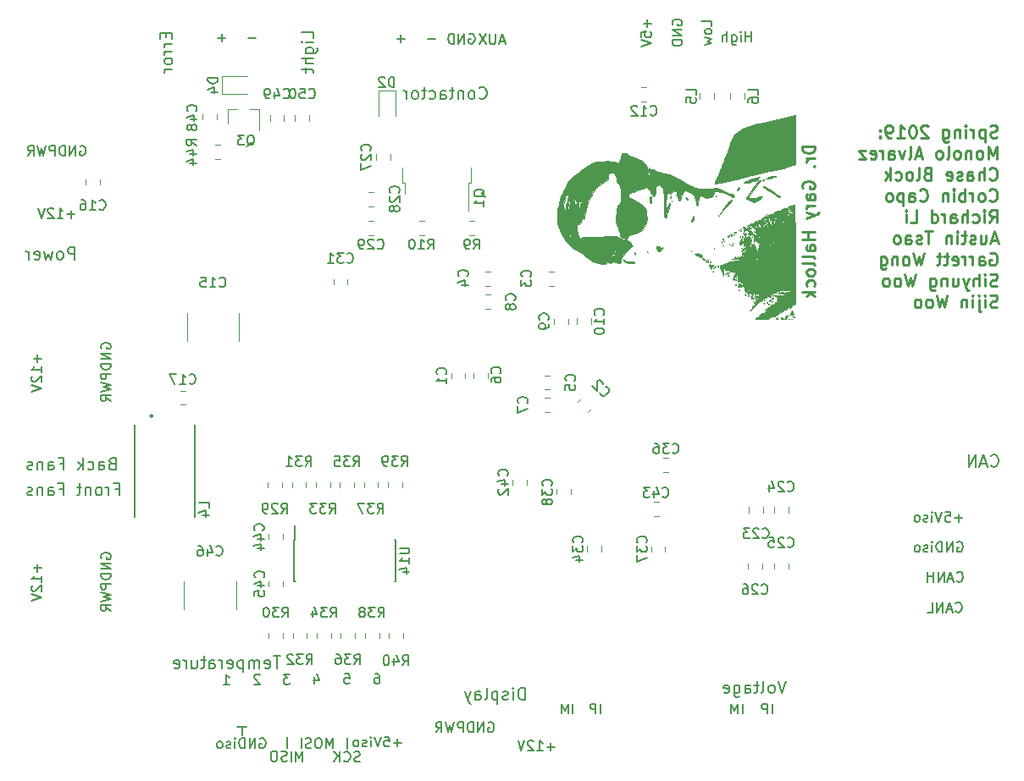
<source format=gbr>
%TF.GenerationSoftware,KiCad,Pcbnew,(5.0.0)*%
%TF.CreationDate,2019-03-07T00:03:01-06:00*%
%TF.ProjectId,BPSMaster,4250534D61737465722E6B696361645F,rev?*%
%TF.SameCoordinates,Original*%
%TF.FileFunction,Legend,Bot*%
%TF.FilePolarity,Positive*%
%FSLAX46Y46*%
G04 Gerber Fmt 4.6, Leading zero omitted, Abs format (unit mm)*
G04 Created by KiCad (PCBNEW (5.0.0)) date 03/07/19 00:03:01*
%MOMM*%
%LPD*%
G01*
G04 APERTURE LIST*
%ADD10C,0.250000*%
%ADD11C,0.150000*%
%ADD12C,0.200000*%
%ADD13C,0.010000*%
%ADD14C,0.254000*%
%ADD15C,0.120000*%
G04 APERTURE END LIST*
D10*
X179765476Y-87900000D02*
X178515476Y-87900000D01*
X178515476Y-88197619D01*
X178575000Y-88376190D01*
X178694047Y-88495238D01*
X178813095Y-88554761D01*
X179051190Y-88614285D01*
X179229761Y-88614285D01*
X179467857Y-88554761D01*
X179586904Y-88495238D01*
X179705952Y-88376190D01*
X179765476Y-88197619D01*
X179765476Y-87900000D01*
X179765476Y-89150000D02*
X178932142Y-89150000D01*
X179170238Y-89150000D02*
X179051190Y-89209523D01*
X178991666Y-89269047D01*
X178932142Y-89388095D01*
X178932142Y-89507142D01*
X179646428Y-89923809D02*
X179705952Y-89983333D01*
X179765476Y-89923809D01*
X179705952Y-89864285D01*
X179646428Y-89923809D01*
X179765476Y-89923809D01*
X178575000Y-92126190D02*
X178515476Y-92007142D01*
X178515476Y-91828571D01*
X178575000Y-91650000D01*
X178694047Y-91530952D01*
X178813095Y-91471428D01*
X179051190Y-91411904D01*
X179229761Y-91411904D01*
X179467857Y-91471428D01*
X179586904Y-91530952D01*
X179705952Y-91650000D01*
X179765476Y-91828571D01*
X179765476Y-91947619D01*
X179705952Y-92126190D01*
X179646428Y-92185714D01*
X179229761Y-92185714D01*
X179229761Y-91947619D01*
X179765476Y-93257142D02*
X179110714Y-93257142D01*
X178991666Y-93197619D01*
X178932142Y-93078571D01*
X178932142Y-92840476D01*
X178991666Y-92721428D01*
X179705952Y-93257142D02*
X179765476Y-93138095D01*
X179765476Y-92840476D01*
X179705952Y-92721428D01*
X179586904Y-92661904D01*
X179467857Y-92661904D01*
X179348809Y-92721428D01*
X179289285Y-92840476D01*
X179289285Y-93138095D01*
X179229761Y-93257142D01*
X179765476Y-93852380D02*
X178932142Y-93852380D01*
X179170238Y-93852380D02*
X179051190Y-93911904D01*
X178991666Y-93971428D01*
X178932142Y-94090476D01*
X178932142Y-94209523D01*
X178932142Y-94507142D02*
X179765476Y-94804761D01*
X178932142Y-95102380D02*
X179765476Y-94804761D01*
X180063095Y-94685714D01*
X180122619Y-94626190D01*
X180182142Y-94507142D01*
X179765476Y-96530952D02*
X178515476Y-96530952D01*
X179110714Y-96530952D02*
X179110714Y-97245238D01*
X179765476Y-97245238D02*
X178515476Y-97245238D01*
X179765476Y-98376190D02*
X179110714Y-98376190D01*
X178991666Y-98316666D01*
X178932142Y-98197619D01*
X178932142Y-97959523D01*
X178991666Y-97840476D01*
X179705952Y-98376190D02*
X179765476Y-98257142D01*
X179765476Y-97959523D01*
X179705952Y-97840476D01*
X179586904Y-97780952D01*
X179467857Y-97780952D01*
X179348809Y-97840476D01*
X179289285Y-97959523D01*
X179289285Y-98257142D01*
X179229761Y-98376190D01*
X179765476Y-99150000D02*
X179705952Y-99030952D01*
X179586904Y-98971428D01*
X178515476Y-98971428D01*
X179765476Y-99804761D02*
X179705952Y-99685714D01*
X179586904Y-99626190D01*
X178515476Y-99626190D01*
X179765476Y-100459523D02*
X179705952Y-100340476D01*
X179646428Y-100280952D01*
X179527380Y-100221428D01*
X179170238Y-100221428D01*
X179051190Y-100280952D01*
X178991666Y-100340476D01*
X178932142Y-100459523D01*
X178932142Y-100638095D01*
X178991666Y-100757142D01*
X179051190Y-100816666D01*
X179170238Y-100876190D01*
X179527380Y-100876190D01*
X179646428Y-100816666D01*
X179705952Y-100757142D01*
X179765476Y-100638095D01*
X179765476Y-100459523D01*
X179705952Y-101947619D02*
X179765476Y-101828571D01*
X179765476Y-101590476D01*
X179705952Y-101471428D01*
X179646428Y-101411904D01*
X179527380Y-101352380D01*
X179170238Y-101352380D01*
X179051190Y-101411904D01*
X178991666Y-101471428D01*
X178932142Y-101590476D01*
X178932142Y-101828571D01*
X178991666Y-101947619D01*
X179765476Y-102483333D02*
X178515476Y-102483333D01*
X179289285Y-102602380D02*
X179765476Y-102959523D01*
X178932142Y-102959523D02*
X179408333Y-102483333D01*
X197999404Y-87005952D02*
X197820833Y-87065476D01*
X197523214Y-87065476D01*
X197404166Y-87005952D01*
X197344642Y-86946428D01*
X197285119Y-86827380D01*
X197285119Y-86708333D01*
X197344642Y-86589285D01*
X197404166Y-86529761D01*
X197523214Y-86470238D01*
X197761309Y-86410714D01*
X197880357Y-86351190D01*
X197939880Y-86291666D01*
X197999404Y-86172619D01*
X197999404Y-86053571D01*
X197939880Y-85934523D01*
X197880357Y-85875000D01*
X197761309Y-85815476D01*
X197463690Y-85815476D01*
X197285119Y-85875000D01*
X196749404Y-86232142D02*
X196749404Y-87482142D01*
X196749404Y-86291666D02*
X196630357Y-86232142D01*
X196392261Y-86232142D01*
X196273214Y-86291666D01*
X196213690Y-86351190D01*
X196154166Y-86470238D01*
X196154166Y-86827380D01*
X196213690Y-86946428D01*
X196273214Y-87005952D01*
X196392261Y-87065476D01*
X196630357Y-87065476D01*
X196749404Y-87005952D01*
X195618452Y-87065476D02*
X195618452Y-86232142D01*
X195618452Y-86470238D02*
X195558928Y-86351190D01*
X195499404Y-86291666D01*
X195380357Y-86232142D01*
X195261309Y-86232142D01*
X194844642Y-87065476D02*
X194844642Y-86232142D01*
X194844642Y-85815476D02*
X194904166Y-85875000D01*
X194844642Y-85934523D01*
X194785119Y-85875000D01*
X194844642Y-85815476D01*
X194844642Y-85934523D01*
X194249404Y-86232142D02*
X194249404Y-87065476D01*
X194249404Y-86351190D02*
X194189880Y-86291666D01*
X194070833Y-86232142D01*
X193892261Y-86232142D01*
X193773214Y-86291666D01*
X193713690Y-86410714D01*
X193713690Y-87065476D01*
X192582738Y-86232142D02*
X192582738Y-87244047D01*
X192642261Y-87363095D01*
X192701785Y-87422619D01*
X192820833Y-87482142D01*
X192999404Y-87482142D01*
X193118452Y-87422619D01*
X192582738Y-87005952D02*
X192701785Y-87065476D01*
X192939880Y-87065476D01*
X193058928Y-87005952D01*
X193118452Y-86946428D01*
X193177976Y-86827380D01*
X193177976Y-86470238D01*
X193118452Y-86351190D01*
X193058928Y-86291666D01*
X192939880Y-86232142D01*
X192701785Y-86232142D01*
X192582738Y-86291666D01*
X191094642Y-85934523D02*
X191035119Y-85875000D01*
X190916071Y-85815476D01*
X190618452Y-85815476D01*
X190499404Y-85875000D01*
X190439880Y-85934523D01*
X190380357Y-86053571D01*
X190380357Y-86172619D01*
X190439880Y-86351190D01*
X191154166Y-87065476D01*
X190380357Y-87065476D01*
X189606547Y-85815476D02*
X189487500Y-85815476D01*
X189368452Y-85875000D01*
X189308928Y-85934523D01*
X189249404Y-86053571D01*
X189189880Y-86291666D01*
X189189880Y-86589285D01*
X189249404Y-86827380D01*
X189308928Y-86946428D01*
X189368452Y-87005952D01*
X189487500Y-87065476D01*
X189606547Y-87065476D01*
X189725595Y-87005952D01*
X189785119Y-86946428D01*
X189844642Y-86827380D01*
X189904166Y-86589285D01*
X189904166Y-86291666D01*
X189844642Y-86053571D01*
X189785119Y-85934523D01*
X189725595Y-85875000D01*
X189606547Y-85815476D01*
X187999404Y-87065476D02*
X188713690Y-87065476D01*
X188356547Y-87065476D02*
X188356547Y-85815476D01*
X188475595Y-85994047D01*
X188594642Y-86113095D01*
X188713690Y-86172619D01*
X187404166Y-87065476D02*
X187166071Y-87065476D01*
X187047023Y-87005952D01*
X186987500Y-86946428D01*
X186868452Y-86767857D01*
X186808928Y-86529761D01*
X186808928Y-86053571D01*
X186868452Y-85934523D01*
X186927976Y-85875000D01*
X187047023Y-85815476D01*
X187285119Y-85815476D01*
X187404166Y-85875000D01*
X187463690Y-85934523D01*
X187523214Y-86053571D01*
X187523214Y-86351190D01*
X187463690Y-86470238D01*
X187404166Y-86529761D01*
X187285119Y-86589285D01*
X187047023Y-86589285D01*
X186927976Y-86529761D01*
X186868452Y-86470238D01*
X186808928Y-86351190D01*
X186273214Y-86946428D02*
X186213690Y-87005952D01*
X186273214Y-87065476D01*
X186332738Y-87005952D01*
X186273214Y-86946428D01*
X186273214Y-87065476D01*
X186273214Y-86291666D02*
X186213690Y-86351190D01*
X186273214Y-86410714D01*
X186332738Y-86351190D01*
X186273214Y-86291666D01*
X186273214Y-86410714D01*
X197939880Y-89190476D02*
X197939880Y-87940476D01*
X197523214Y-88833333D01*
X197106547Y-87940476D01*
X197106547Y-89190476D01*
X196332738Y-89190476D02*
X196451785Y-89130952D01*
X196511309Y-89071428D01*
X196570833Y-88952380D01*
X196570833Y-88595238D01*
X196511309Y-88476190D01*
X196451785Y-88416666D01*
X196332738Y-88357142D01*
X196154166Y-88357142D01*
X196035119Y-88416666D01*
X195975595Y-88476190D01*
X195916071Y-88595238D01*
X195916071Y-88952380D01*
X195975595Y-89071428D01*
X196035119Y-89130952D01*
X196154166Y-89190476D01*
X196332738Y-89190476D01*
X195380357Y-88357142D02*
X195380357Y-89190476D01*
X195380357Y-88476190D02*
X195320833Y-88416666D01*
X195201785Y-88357142D01*
X195023214Y-88357142D01*
X194904166Y-88416666D01*
X194844642Y-88535714D01*
X194844642Y-89190476D01*
X194070833Y-89190476D02*
X194189880Y-89130952D01*
X194249404Y-89071428D01*
X194308928Y-88952380D01*
X194308928Y-88595238D01*
X194249404Y-88476190D01*
X194189880Y-88416666D01*
X194070833Y-88357142D01*
X193892261Y-88357142D01*
X193773214Y-88416666D01*
X193713690Y-88476190D01*
X193654166Y-88595238D01*
X193654166Y-88952380D01*
X193713690Y-89071428D01*
X193773214Y-89130952D01*
X193892261Y-89190476D01*
X194070833Y-89190476D01*
X192939880Y-89190476D02*
X193058928Y-89130952D01*
X193118452Y-89011904D01*
X193118452Y-87940476D01*
X192285119Y-89190476D02*
X192404166Y-89130952D01*
X192463690Y-89071428D01*
X192523214Y-88952380D01*
X192523214Y-88595238D01*
X192463690Y-88476190D01*
X192404166Y-88416666D01*
X192285119Y-88357142D01*
X192106547Y-88357142D01*
X191987500Y-88416666D01*
X191927976Y-88476190D01*
X191868452Y-88595238D01*
X191868452Y-88952380D01*
X191927976Y-89071428D01*
X191987500Y-89130952D01*
X192106547Y-89190476D01*
X192285119Y-89190476D01*
X190439880Y-88833333D02*
X189844642Y-88833333D01*
X190558928Y-89190476D02*
X190142261Y-87940476D01*
X189725595Y-89190476D01*
X189130357Y-89190476D02*
X189249404Y-89130952D01*
X189308928Y-89011904D01*
X189308928Y-87940476D01*
X188773214Y-88357142D02*
X188475595Y-89190476D01*
X188177976Y-88357142D01*
X187166071Y-89190476D02*
X187166071Y-88535714D01*
X187225595Y-88416666D01*
X187344642Y-88357142D01*
X187582738Y-88357142D01*
X187701785Y-88416666D01*
X187166071Y-89130952D02*
X187285119Y-89190476D01*
X187582738Y-89190476D01*
X187701785Y-89130952D01*
X187761309Y-89011904D01*
X187761309Y-88892857D01*
X187701785Y-88773809D01*
X187582738Y-88714285D01*
X187285119Y-88714285D01*
X187166071Y-88654761D01*
X186570833Y-89190476D02*
X186570833Y-88357142D01*
X186570833Y-88595238D02*
X186511309Y-88476190D01*
X186451785Y-88416666D01*
X186332738Y-88357142D01*
X186213690Y-88357142D01*
X185320833Y-89130952D02*
X185439880Y-89190476D01*
X185677976Y-89190476D01*
X185797023Y-89130952D01*
X185856547Y-89011904D01*
X185856547Y-88535714D01*
X185797023Y-88416666D01*
X185677976Y-88357142D01*
X185439880Y-88357142D01*
X185320833Y-88416666D01*
X185261309Y-88535714D01*
X185261309Y-88654761D01*
X185856547Y-88773809D01*
X184844642Y-88357142D02*
X184189880Y-88357142D01*
X184844642Y-89190476D01*
X184189880Y-89190476D01*
X197225595Y-91196428D02*
X197285119Y-91255952D01*
X197463690Y-91315476D01*
X197582738Y-91315476D01*
X197761309Y-91255952D01*
X197880357Y-91136904D01*
X197939880Y-91017857D01*
X197999404Y-90779761D01*
X197999404Y-90601190D01*
X197939880Y-90363095D01*
X197880357Y-90244047D01*
X197761309Y-90125000D01*
X197582738Y-90065476D01*
X197463690Y-90065476D01*
X197285119Y-90125000D01*
X197225595Y-90184523D01*
X196689880Y-91315476D02*
X196689880Y-90065476D01*
X196154166Y-91315476D02*
X196154166Y-90660714D01*
X196213690Y-90541666D01*
X196332738Y-90482142D01*
X196511309Y-90482142D01*
X196630357Y-90541666D01*
X196689880Y-90601190D01*
X195023214Y-91315476D02*
X195023214Y-90660714D01*
X195082738Y-90541666D01*
X195201785Y-90482142D01*
X195439880Y-90482142D01*
X195558928Y-90541666D01*
X195023214Y-91255952D02*
X195142261Y-91315476D01*
X195439880Y-91315476D01*
X195558928Y-91255952D01*
X195618452Y-91136904D01*
X195618452Y-91017857D01*
X195558928Y-90898809D01*
X195439880Y-90839285D01*
X195142261Y-90839285D01*
X195023214Y-90779761D01*
X194487500Y-91255952D02*
X194368452Y-91315476D01*
X194130357Y-91315476D01*
X194011309Y-91255952D01*
X193951785Y-91136904D01*
X193951785Y-91077380D01*
X194011309Y-90958333D01*
X194130357Y-90898809D01*
X194308928Y-90898809D01*
X194427976Y-90839285D01*
X194487500Y-90720238D01*
X194487500Y-90660714D01*
X194427976Y-90541666D01*
X194308928Y-90482142D01*
X194130357Y-90482142D01*
X194011309Y-90541666D01*
X192939880Y-91255952D02*
X193058928Y-91315476D01*
X193297023Y-91315476D01*
X193416071Y-91255952D01*
X193475595Y-91136904D01*
X193475595Y-90660714D01*
X193416071Y-90541666D01*
X193297023Y-90482142D01*
X193058928Y-90482142D01*
X192939880Y-90541666D01*
X192880357Y-90660714D01*
X192880357Y-90779761D01*
X193475595Y-90898809D01*
X190975595Y-90660714D02*
X190797023Y-90720238D01*
X190737500Y-90779761D01*
X190677976Y-90898809D01*
X190677976Y-91077380D01*
X190737500Y-91196428D01*
X190797023Y-91255952D01*
X190916071Y-91315476D01*
X191392261Y-91315476D01*
X191392261Y-90065476D01*
X190975595Y-90065476D01*
X190856547Y-90125000D01*
X190797023Y-90184523D01*
X190737500Y-90303571D01*
X190737500Y-90422619D01*
X190797023Y-90541666D01*
X190856547Y-90601190D01*
X190975595Y-90660714D01*
X191392261Y-90660714D01*
X189963690Y-91315476D02*
X190082738Y-91255952D01*
X190142261Y-91136904D01*
X190142261Y-90065476D01*
X189308928Y-91315476D02*
X189427976Y-91255952D01*
X189487500Y-91196428D01*
X189547023Y-91077380D01*
X189547023Y-90720238D01*
X189487500Y-90601190D01*
X189427976Y-90541666D01*
X189308928Y-90482142D01*
X189130357Y-90482142D01*
X189011309Y-90541666D01*
X188951785Y-90601190D01*
X188892261Y-90720238D01*
X188892261Y-91077380D01*
X188951785Y-91196428D01*
X189011309Y-91255952D01*
X189130357Y-91315476D01*
X189308928Y-91315476D01*
X187820833Y-91255952D02*
X187939880Y-91315476D01*
X188177976Y-91315476D01*
X188297023Y-91255952D01*
X188356547Y-91196428D01*
X188416071Y-91077380D01*
X188416071Y-90720238D01*
X188356547Y-90601190D01*
X188297023Y-90541666D01*
X188177976Y-90482142D01*
X187939880Y-90482142D01*
X187820833Y-90541666D01*
X187285119Y-91315476D02*
X187285119Y-90065476D01*
X187166071Y-90839285D02*
X186808928Y-91315476D01*
X186808928Y-90482142D02*
X187285119Y-90958333D01*
X197225595Y-93321428D02*
X197285119Y-93380952D01*
X197463690Y-93440476D01*
X197582738Y-93440476D01*
X197761309Y-93380952D01*
X197880357Y-93261904D01*
X197939880Y-93142857D01*
X197999404Y-92904761D01*
X197999404Y-92726190D01*
X197939880Y-92488095D01*
X197880357Y-92369047D01*
X197761309Y-92250000D01*
X197582738Y-92190476D01*
X197463690Y-92190476D01*
X197285119Y-92250000D01*
X197225595Y-92309523D01*
X196511309Y-93440476D02*
X196630357Y-93380952D01*
X196689880Y-93321428D01*
X196749404Y-93202380D01*
X196749404Y-92845238D01*
X196689880Y-92726190D01*
X196630357Y-92666666D01*
X196511309Y-92607142D01*
X196332738Y-92607142D01*
X196213690Y-92666666D01*
X196154166Y-92726190D01*
X196094642Y-92845238D01*
X196094642Y-93202380D01*
X196154166Y-93321428D01*
X196213690Y-93380952D01*
X196332738Y-93440476D01*
X196511309Y-93440476D01*
X195558928Y-93440476D02*
X195558928Y-92607142D01*
X195558928Y-92845238D02*
X195499404Y-92726190D01*
X195439880Y-92666666D01*
X195320833Y-92607142D01*
X195201785Y-92607142D01*
X194785119Y-93440476D02*
X194785119Y-92190476D01*
X194785119Y-92666666D02*
X194666071Y-92607142D01*
X194427976Y-92607142D01*
X194308928Y-92666666D01*
X194249404Y-92726190D01*
X194189880Y-92845238D01*
X194189880Y-93202380D01*
X194249404Y-93321428D01*
X194308928Y-93380952D01*
X194427976Y-93440476D01*
X194666071Y-93440476D01*
X194785119Y-93380952D01*
X193654166Y-93440476D02*
X193654166Y-92607142D01*
X193654166Y-92190476D02*
X193713690Y-92250000D01*
X193654166Y-92309523D01*
X193594642Y-92250000D01*
X193654166Y-92190476D01*
X193654166Y-92309523D01*
X193058928Y-92607142D02*
X193058928Y-93440476D01*
X193058928Y-92726190D02*
X192999404Y-92666666D01*
X192880357Y-92607142D01*
X192701785Y-92607142D01*
X192582738Y-92666666D01*
X192523214Y-92785714D01*
X192523214Y-93440476D01*
X190261309Y-93321428D02*
X190320833Y-93380952D01*
X190499404Y-93440476D01*
X190618452Y-93440476D01*
X190797023Y-93380952D01*
X190916071Y-93261904D01*
X190975595Y-93142857D01*
X191035119Y-92904761D01*
X191035119Y-92726190D01*
X190975595Y-92488095D01*
X190916071Y-92369047D01*
X190797023Y-92250000D01*
X190618452Y-92190476D01*
X190499404Y-92190476D01*
X190320833Y-92250000D01*
X190261309Y-92309523D01*
X189189880Y-93440476D02*
X189189880Y-92785714D01*
X189249404Y-92666666D01*
X189368452Y-92607142D01*
X189606547Y-92607142D01*
X189725595Y-92666666D01*
X189189880Y-93380952D02*
X189308928Y-93440476D01*
X189606547Y-93440476D01*
X189725595Y-93380952D01*
X189785119Y-93261904D01*
X189785119Y-93142857D01*
X189725595Y-93023809D01*
X189606547Y-92964285D01*
X189308928Y-92964285D01*
X189189880Y-92904761D01*
X188594642Y-92607142D02*
X188594642Y-93857142D01*
X188594642Y-92666666D02*
X188475595Y-92607142D01*
X188237500Y-92607142D01*
X188118452Y-92666666D01*
X188058928Y-92726190D01*
X187999404Y-92845238D01*
X187999404Y-93202380D01*
X188058928Y-93321428D01*
X188118452Y-93380952D01*
X188237500Y-93440476D01*
X188475595Y-93440476D01*
X188594642Y-93380952D01*
X187285119Y-93440476D02*
X187404166Y-93380952D01*
X187463690Y-93321428D01*
X187523214Y-93202380D01*
X187523214Y-92845238D01*
X187463690Y-92726190D01*
X187404166Y-92666666D01*
X187285119Y-92607142D01*
X187106547Y-92607142D01*
X186987500Y-92666666D01*
X186927976Y-92726190D01*
X186868452Y-92845238D01*
X186868452Y-93202380D01*
X186927976Y-93321428D01*
X186987500Y-93380952D01*
X187106547Y-93440476D01*
X187285119Y-93440476D01*
X197225595Y-95565476D02*
X197642261Y-94970238D01*
X197939880Y-95565476D02*
X197939880Y-94315476D01*
X197463690Y-94315476D01*
X197344642Y-94375000D01*
X197285119Y-94434523D01*
X197225595Y-94553571D01*
X197225595Y-94732142D01*
X197285119Y-94851190D01*
X197344642Y-94910714D01*
X197463690Y-94970238D01*
X197939880Y-94970238D01*
X196689880Y-95565476D02*
X196689880Y-94732142D01*
X196689880Y-94315476D02*
X196749404Y-94375000D01*
X196689880Y-94434523D01*
X196630357Y-94375000D01*
X196689880Y-94315476D01*
X196689880Y-94434523D01*
X195558928Y-95505952D02*
X195677976Y-95565476D01*
X195916071Y-95565476D01*
X196035119Y-95505952D01*
X196094642Y-95446428D01*
X196154166Y-95327380D01*
X196154166Y-94970238D01*
X196094642Y-94851190D01*
X196035119Y-94791666D01*
X195916071Y-94732142D01*
X195677976Y-94732142D01*
X195558928Y-94791666D01*
X195023214Y-95565476D02*
X195023214Y-94315476D01*
X194487500Y-95565476D02*
X194487500Y-94910714D01*
X194547023Y-94791666D01*
X194666071Y-94732142D01*
X194844642Y-94732142D01*
X194963690Y-94791666D01*
X195023214Y-94851190D01*
X193356547Y-95565476D02*
X193356547Y-94910714D01*
X193416071Y-94791666D01*
X193535119Y-94732142D01*
X193773214Y-94732142D01*
X193892261Y-94791666D01*
X193356547Y-95505952D02*
X193475595Y-95565476D01*
X193773214Y-95565476D01*
X193892261Y-95505952D01*
X193951785Y-95386904D01*
X193951785Y-95267857D01*
X193892261Y-95148809D01*
X193773214Y-95089285D01*
X193475595Y-95089285D01*
X193356547Y-95029761D01*
X192761309Y-95565476D02*
X192761309Y-94732142D01*
X192761309Y-94970238D02*
X192701785Y-94851190D01*
X192642261Y-94791666D01*
X192523214Y-94732142D01*
X192404166Y-94732142D01*
X191451785Y-95565476D02*
X191451785Y-94315476D01*
X191451785Y-95505952D02*
X191570833Y-95565476D01*
X191808928Y-95565476D01*
X191927976Y-95505952D01*
X191987500Y-95446428D01*
X192047023Y-95327380D01*
X192047023Y-94970238D01*
X191987500Y-94851190D01*
X191927976Y-94791666D01*
X191808928Y-94732142D01*
X191570833Y-94732142D01*
X191451785Y-94791666D01*
X189308928Y-95565476D02*
X189904166Y-95565476D01*
X189904166Y-94315476D01*
X188892261Y-95565476D02*
X188892261Y-94732142D01*
X188892261Y-94315476D02*
X188951785Y-94375000D01*
X188892261Y-94434523D01*
X188832738Y-94375000D01*
X188892261Y-94315476D01*
X188892261Y-94434523D01*
X197999404Y-97333333D02*
X197404166Y-97333333D01*
X198118452Y-97690476D02*
X197701785Y-96440476D01*
X197285119Y-97690476D01*
X196332738Y-96857142D02*
X196332738Y-97690476D01*
X196868452Y-96857142D02*
X196868452Y-97511904D01*
X196808928Y-97630952D01*
X196689880Y-97690476D01*
X196511309Y-97690476D01*
X196392261Y-97630952D01*
X196332738Y-97571428D01*
X195797023Y-97630952D02*
X195677976Y-97690476D01*
X195439880Y-97690476D01*
X195320833Y-97630952D01*
X195261309Y-97511904D01*
X195261309Y-97452380D01*
X195320833Y-97333333D01*
X195439880Y-97273809D01*
X195618452Y-97273809D01*
X195737500Y-97214285D01*
X195797023Y-97095238D01*
X195797023Y-97035714D01*
X195737500Y-96916666D01*
X195618452Y-96857142D01*
X195439880Y-96857142D01*
X195320833Y-96916666D01*
X194904166Y-96857142D02*
X194427976Y-96857142D01*
X194725595Y-96440476D02*
X194725595Y-97511904D01*
X194666071Y-97630952D01*
X194547023Y-97690476D01*
X194427976Y-97690476D01*
X194011309Y-97690476D02*
X194011309Y-96857142D01*
X194011309Y-96440476D02*
X194070833Y-96500000D01*
X194011309Y-96559523D01*
X193951785Y-96500000D01*
X194011309Y-96440476D01*
X194011309Y-96559523D01*
X193416071Y-96857142D02*
X193416071Y-97690476D01*
X193416071Y-96976190D02*
X193356547Y-96916666D01*
X193237500Y-96857142D01*
X193058928Y-96857142D01*
X192939880Y-96916666D01*
X192880357Y-97035714D01*
X192880357Y-97690476D01*
X191511309Y-96440476D02*
X190797023Y-96440476D01*
X191154166Y-97690476D02*
X191154166Y-96440476D01*
X190439880Y-97630952D02*
X190320833Y-97690476D01*
X190082738Y-97690476D01*
X189963690Y-97630952D01*
X189904166Y-97511904D01*
X189904166Y-97452380D01*
X189963690Y-97333333D01*
X190082738Y-97273809D01*
X190261309Y-97273809D01*
X190380357Y-97214285D01*
X190439880Y-97095238D01*
X190439880Y-97035714D01*
X190380357Y-96916666D01*
X190261309Y-96857142D01*
X190082738Y-96857142D01*
X189963690Y-96916666D01*
X188832738Y-97690476D02*
X188832738Y-97035714D01*
X188892261Y-96916666D01*
X189011309Y-96857142D01*
X189249404Y-96857142D01*
X189368452Y-96916666D01*
X188832738Y-97630952D02*
X188951785Y-97690476D01*
X189249404Y-97690476D01*
X189368452Y-97630952D01*
X189427976Y-97511904D01*
X189427976Y-97392857D01*
X189368452Y-97273809D01*
X189249404Y-97214285D01*
X188951785Y-97214285D01*
X188832738Y-97154761D01*
X188058928Y-97690476D02*
X188177976Y-97630952D01*
X188237500Y-97571428D01*
X188297023Y-97452380D01*
X188297023Y-97095238D01*
X188237500Y-96976190D01*
X188177976Y-96916666D01*
X188058928Y-96857142D01*
X187880357Y-96857142D01*
X187761309Y-96916666D01*
X187701785Y-96976190D01*
X187642261Y-97095238D01*
X187642261Y-97452380D01*
X187701785Y-97571428D01*
X187761309Y-97630952D01*
X187880357Y-97690476D01*
X188058928Y-97690476D01*
X197285119Y-98625000D02*
X197404166Y-98565476D01*
X197582738Y-98565476D01*
X197761309Y-98625000D01*
X197880357Y-98744047D01*
X197939880Y-98863095D01*
X197999404Y-99101190D01*
X197999404Y-99279761D01*
X197939880Y-99517857D01*
X197880357Y-99636904D01*
X197761309Y-99755952D01*
X197582738Y-99815476D01*
X197463690Y-99815476D01*
X197285119Y-99755952D01*
X197225595Y-99696428D01*
X197225595Y-99279761D01*
X197463690Y-99279761D01*
X196154166Y-99815476D02*
X196154166Y-99160714D01*
X196213690Y-99041666D01*
X196332738Y-98982142D01*
X196570833Y-98982142D01*
X196689880Y-99041666D01*
X196154166Y-99755952D02*
X196273214Y-99815476D01*
X196570833Y-99815476D01*
X196689880Y-99755952D01*
X196749404Y-99636904D01*
X196749404Y-99517857D01*
X196689880Y-99398809D01*
X196570833Y-99339285D01*
X196273214Y-99339285D01*
X196154166Y-99279761D01*
X195558928Y-99815476D02*
X195558928Y-98982142D01*
X195558928Y-99220238D02*
X195499404Y-99101190D01*
X195439880Y-99041666D01*
X195320833Y-98982142D01*
X195201785Y-98982142D01*
X194785119Y-99815476D02*
X194785119Y-98982142D01*
X194785119Y-99220238D02*
X194725595Y-99101190D01*
X194666071Y-99041666D01*
X194547023Y-98982142D01*
X194427976Y-98982142D01*
X193535119Y-99755952D02*
X193654166Y-99815476D01*
X193892261Y-99815476D01*
X194011309Y-99755952D01*
X194070833Y-99636904D01*
X194070833Y-99160714D01*
X194011309Y-99041666D01*
X193892261Y-98982142D01*
X193654166Y-98982142D01*
X193535119Y-99041666D01*
X193475595Y-99160714D01*
X193475595Y-99279761D01*
X194070833Y-99398809D01*
X193118452Y-98982142D02*
X192642261Y-98982142D01*
X192939880Y-98565476D02*
X192939880Y-99636904D01*
X192880357Y-99755952D01*
X192761309Y-99815476D01*
X192642261Y-99815476D01*
X192404166Y-98982142D02*
X191927976Y-98982142D01*
X192225595Y-98565476D02*
X192225595Y-99636904D01*
X192166071Y-99755952D01*
X192047023Y-99815476D01*
X191927976Y-99815476D01*
X190677976Y-98565476D02*
X190380357Y-99815476D01*
X190142261Y-98922619D01*
X189904166Y-99815476D01*
X189606547Y-98565476D01*
X188951785Y-99815476D02*
X189070833Y-99755952D01*
X189130357Y-99696428D01*
X189189880Y-99577380D01*
X189189880Y-99220238D01*
X189130357Y-99101190D01*
X189070833Y-99041666D01*
X188951785Y-98982142D01*
X188773214Y-98982142D01*
X188654166Y-99041666D01*
X188594642Y-99101190D01*
X188535119Y-99220238D01*
X188535119Y-99577380D01*
X188594642Y-99696428D01*
X188654166Y-99755952D01*
X188773214Y-99815476D01*
X188951785Y-99815476D01*
X187999404Y-98982142D02*
X187999404Y-99815476D01*
X187999404Y-99101190D02*
X187939880Y-99041666D01*
X187820833Y-98982142D01*
X187642261Y-98982142D01*
X187523214Y-99041666D01*
X187463690Y-99160714D01*
X187463690Y-99815476D01*
X186332738Y-98982142D02*
X186332738Y-99994047D01*
X186392261Y-100113095D01*
X186451785Y-100172619D01*
X186570833Y-100232142D01*
X186749404Y-100232142D01*
X186868452Y-100172619D01*
X186332738Y-99755952D02*
X186451785Y-99815476D01*
X186689880Y-99815476D01*
X186808928Y-99755952D01*
X186868452Y-99696428D01*
X186927976Y-99577380D01*
X186927976Y-99220238D01*
X186868452Y-99101190D01*
X186808928Y-99041666D01*
X186689880Y-98982142D01*
X186451785Y-98982142D01*
X186332738Y-99041666D01*
X197999404Y-101880952D02*
X197820833Y-101940476D01*
X197523214Y-101940476D01*
X197404166Y-101880952D01*
X197344642Y-101821428D01*
X197285119Y-101702380D01*
X197285119Y-101583333D01*
X197344642Y-101464285D01*
X197404166Y-101404761D01*
X197523214Y-101345238D01*
X197761309Y-101285714D01*
X197880357Y-101226190D01*
X197939880Y-101166666D01*
X197999404Y-101047619D01*
X197999404Y-100928571D01*
X197939880Y-100809523D01*
X197880357Y-100750000D01*
X197761309Y-100690476D01*
X197463690Y-100690476D01*
X197285119Y-100750000D01*
X196749404Y-101940476D02*
X196749404Y-101107142D01*
X196749404Y-100690476D02*
X196808928Y-100750000D01*
X196749404Y-100809523D01*
X196689880Y-100750000D01*
X196749404Y-100690476D01*
X196749404Y-100809523D01*
X196154166Y-101940476D02*
X196154166Y-100690476D01*
X195618452Y-101940476D02*
X195618452Y-101285714D01*
X195677976Y-101166666D01*
X195797023Y-101107142D01*
X195975595Y-101107142D01*
X196094642Y-101166666D01*
X196154166Y-101226190D01*
X195142261Y-101107142D02*
X194844642Y-101940476D01*
X194547023Y-101107142D02*
X194844642Y-101940476D01*
X194963690Y-102238095D01*
X195023214Y-102297619D01*
X195142261Y-102357142D01*
X193535119Y-101107142D02*
X193535119Y-101940476D01*
X194070833Y-101107142D02*
X194070833Y-101761904D01*
X194011309Y-101880952D01*
X193892261Y-101940476D01*
X193713690Y-101940476D01*
X193594642Y-101880952D01*
X193535119Y-101821428D01*
X192939880Y-101107142D02*
X192939880Y-101940476D01*
X192939880Y-101226190D02*
X192880357Y-101166666D01*
X192761309Y-101107142D01*
X192582738Y-101107142D01*
X192463690Y-101166666D01*
X192404166Y-101285714D01*
X192404166Y-101940476D01*
X191273214Y-101107142D02*
X191273214Y-102119047D01*
X191332738Y-102238095D01*
X191392261Y-102297619D01*
X191511309Y-102357142D01*
X191689880Y-102357142D01*
X191808928Y-102297619D01*
X191273214Y-101880952D02*
X191392261Y-101940476D01*
X191630357Y-101940476D01*
X191749404Y-101880952D01*
X191808928Y-101821428D01*
X191868452Y-101702380D01*
X191868452Y-101345238D01*
X191808928Y-101226190D01*
X191749404Y-101166666D01*
X191630357Y-101107142D01*
X191392261Y-101107142D01*
X191273214Y-101166666D01*
X189844642Y-100690476D02*
X189547023Y-101940476D01*
X189308928Y-101047619D01*
X189070833Y-101940476D01*
X188773214Y-100690476D01*
X188118452Y-101940476D02*
X188237500Y-101880952D01*
X188297023Y-101821428D01*
X188356547Y-101702380D01*
X188356547Y-101345238D01*
X188297023Y-101226190D01*
X188237500Y-101166666D01*
X188118452Y-101107142D01*
X187939880Y-101107142D01*
X187820833Y-101166666D01*
X187761309Y-101226190D01*
X187701785Y-101345238D01*
X187701785Y-101702380D01*
X187761309Y-101821428D01*
X187820833Y-101880952D01*
X187939880Y-101940476D01*
X188118452Y-101940476D01*
X186987500Y-101940476D02*
X187106547Y-101880952D01*
X187166071Y-101821428D01*
X187225595Y-101702380D01*
X187225595Y-101345238D01*
X187166071Y-101226190D01*
X187106547Y-101166666D01*
X186987500Y-101107142D01*
X186808928Y-101107142D01*
X186689880Y-101166666D01*
X186630357Y-101226190D01*
X186570833Y-101345238D01*
X186570833Y-101702380D01*
X186630357Y-101821428D01*
X186689880Y-101880952D01*
X186808928Y-101940476D01*
X186987500Y-101940476D01*
X197999404Y-104005952D02*
X197820833Y-104065476D01*
X197523214Y-104065476D01*
X197404166Y-104005952D01*
X197344642Y-103946428D01*
X197285119Y-103827380D01*
X197285119Y-103708333D01*
X197344642Y-103589285D01*
X197404166Y-103529761D01*
X197523214Y-103470238D01*
X197761309Y-103410714D01*
X197880357Y-103351190D01*
X197939880Y-103291666D01*
X197999404Y-103172619D01*
X197999404Y-103053571D01*
X197939880Y-102934523D01*
X197880357Y-102875000D01*
X197761309Y-102815476D01*
X197463690Y-102815476D01*
X197285119Y-102875000D01*
X196749404Y-104065476D02*
X196749404Y-103232142D01*
X196749404Y-102815476D02*
X196808928Y-102875000D01*
X196749404Y-102934523D01*
X196689880Y-102875000D01*
X196749404Y-102815476D01*
X196749404Y-102934523D01*
X196154166Y-103232142D02*
X196154166Y-104303571D01*
X196213690Y-104422619D01*
X196332738Y-104482142D01*
X196392261Y-104482142D01*
X196154166Y-102815476D02*
X196213690Y-102875000D01*
X196154166Y-102934523D01*
X196094642Y-102875000D01*
X196154166Y-102815476D01*
X196154166Y-102934523D01*
X195558928Y-104065476D02*
X195558928Y-103232142D01*
X195558928Y-102815476D02*
X195618452Y-102875000D01*
X195558928Y-102934523D01*
X195499404Y-102875000D01*
X195558928Y-102815476D01*
X195558928Y-102934523D01*
X194963690Y-103232142D02*
X194963690Y-104065476D01*
X194963690Y-103351190D02*
X194904166Y-103291666D01*
X194785119Y-103232142D01*
X194606547Y-103232142D01*
X194487500Y-103291666D01*
X194427976Y-103410714D01*
X194427976Y-104065476D01*
X192999404Y-102815476D02*
X192701785Y-104065476D01*
X192463690Y-103172619D01*
X192225595Y-104065476D01*
X191927976Y-102815476D01*
X191273214Y-104065476D02*
X191392261Y-104005952D01*
X191451785Y-103946428D01*
X191511309Y-103827380D01*
X191511309Y-103470238D01*
X191451785Y-103351190D01*
X191392261Y-103291666D01*
X191273214Y-103232142D01*
X191094642Y-103232142D01*
X190975595Y-103291666D01*
X190916071Y-103351190D01*
X190856547Y-103470238D01*
X190856547Y-103827380D01*
X190916071Y-103946428D01*
X190975595Y-104005952D01*
X191094642Y-104065476D01*
X191273214Y-104065476D01*
X190142261Y-104065476D02*
X190261309Y-104005952D01*
X190320833Y-103946428D01*
X190380357Y-103827380D01*
X190380357Y-103470238D01*
X190320833Y-103351190D01*
X190261309Y-103291666D01*
X190142261Y-103232142D01*
X189963690Y-103232142D01*
X189844642Y-103291666D01*
X189785119Y-103351190D01*
X189725595Y-103470238D01*
X189725595Y-103827380D01*
X189785119Y-103946428D01*
X189844642Y-104005952D01*
X189963690Y-104065476D01*
X190142261Y-104065476D01*
D11*
X147133333Y-145600000D02*
X147228571Y-145552380D01*
X147371428Y-145552380D01*
X147514285Y-145600000D01*
X147609523Y-145695238D01*
X147657142Y-145790476D01*
X147704761Y-145980952D01*
X147704761Y-146123809D01*
X147657142Y-146314285D01*
X147609523Y-146409523D01*
X147514285Y-146504761D01*
X147371428Y-146552380D01*
X147276190Y-146552380D01*
X147133333Y-146504761D01*
X147085714Y-146457142D01*
X147085714Y-146123809D01*
X147276190Y-146123809D01*
X146657142Y-146552380D02*
X146657142Y-145552380D01*
X146085714Y-146552380D01*
X146085714Y-145552380D01*
X145609523Y-146552380D02*
X145609523Y-145552380D01*
X145371428Y-145552380D01*
X145228571Y-145600000D01*
X145133333Y-145695238D01*
X145085714Y-145790476D01*
X145038095Y-145980952D01*
X145038095Y-146123809D01*
X145085714Y-146314285D01*
X145133333Y-146409523D01*
X145228571Y-146504761D01*
X145371428Y-146552380D01*
X145609523Y-146552380D01*
X144609523Y-146552380D02*
X144609523Y-145552380D01*
X144228571Y-145552380D01*
X144133333Y-145600000D01*
X144085714Y-145647619D01*
X144038095Y-145742857D01*
X144038095Y-145885714D01*
X144085714Y-145980952D01*
X144133333Y-146028571D01*
X144228571Y-146076190D01*
X144609523Y-146076190D01*
X143704761Y-145552380D02*
X143466666Y-146552380D01*
X143276190Y-145838095D01*
X143085714Y-146552380D01*
X142847619Y-145552380D01*
X141895238Y-146552380D02*
X142228571Y-146076190D01*
X142466666Y-146552380D02*
X142466666Y-145552380D01*
X142085714Y-145552380D01*
X141990476Y-145600000D01*
X141942857Y-145647619D01*
X141895238Y-145742857D01*
X141895238Y-145885714D01*
X141942857Y-145980952D01*
X141990476Y-146028571D01*
X142085714Y-146076190D01*
X142466666Y-146076190D01*
X153761904Y-148021428D02*
X153000000Y-148021428D01*
X153380952Y-148402380D02*
X153380952Y-147640476D01*
X152000000Y-148402380D02*
X152571428Y-148402380D01*
X152285714Y-148402380D02*
X152285714Y-147402380D01*
X152380952Y-147545238D01*
X152476190Y-147640476D01*
X152571428Y-147688095D01*
X151619047Y-147497619D02*
X151571428Y-147450000D01*
X151476190Y-147402380D01*
X151238095Y-147402380D01*
X151142857Y-147450000D01*
X151095238Y-147497619D01*
X151047619Y-147592857D01*
X151047619Y-147688095D01*
X151095238Y-147830952D01*
X151666666Y-148402380D01*
X151047619Y-148402380D01*
X150761904Y-147402380D02*
X150428571Y-148402380D01*
X150095238Y-147402380D01*
X123119047Y-77078571D02*
X123880952Y-77078571D01*
X120119047Y-77078571D02*
X120880952Y-77078571D01*
X120500000Y-76697619D02*
X120500000Y-77459523D01*
D12*
X122500000Y-146000000D02*
X122500000Y-146850000D01*
X122050000Y-146000000D02*
X122950000Y-146000000D01*
X133000000Y-147100000D02*
X133000000Y-148200000D01*
X127000000Y-147050000D02*
X127000000Y-148150000D01*
D11*
X124307142Y-147200000D02*
X124402380Y-147152380D01*
X124545238Y-147152380D01*
X124688095Y-147200000D01*
X124783333Y-147295238D01*
X124830952Y-147390476D01*
X124878571Y-147580952D01*
X124878571Y-147723809D01*
X124830952Y-147914285D01*
X124783333Y-148009523D01*
X124688095Y-148104761D01*
X124545238Y-148152380D01*
X124450000Y-148152380D01*
X124307142Y-148104761D01*
X124259523Y-148057142D01*
X124259523Y-147723809D01*
X124450000Y-147723809D01*
X123830952Y-148152380D02*
X123830952Y-147152380D01*
X123259523Y-148152380D01*
X123259523Y-147152380D01*
X122783333Y-148152380D02*
X122783333Y-147152380D01*
X122545238Y-147152380D01*
X122402380Y-147200000D01*
X122307142Y-147295238D01*
X122259523Y-147390476D01*
X122211904Y-147580952D01*
X122211904Y-147723809D01*
X122259523Y-147914285D01*
X122307142Y-148009523D01*
X122402380Y-148104761D01*
X122545238Y-148152380D01*
X122783333Y-148152380D01*
X121783333Y-148152380D02*
X121783333Y-147485714D01*
X121783333Y-147152380D02*
X121830952Y-147200000D01*
X121783333Y-147247619D01*
X121735714Y-147200000D01*
X121783333Y-147152380D01*
X121783333Y-147247619D01*
X121354761Y-148104761D02*
X121259523Y-148152380D01*
X121069047Y-148152380D01*
X120973809Y-148104761D01*
X120926190Y-148009523D01*
X120926190Y-147961904D01*
X120973809Y-147866666D01*
X121069047Y-147819047D01*
X121211904Y-147819047D01*
X121307142Y-147771428D01*
X121354761Y-147676190D01*
X121354761Y-147628571D01*
X121307142Y-147533333D01*
X121211904Y-147485714D01*
X121069047Y-147485714D01*
X120973809Y-147533333D01*
X120354761Y-148152380D02*
X120450000Y-148104761D01*
X120497619Y-148057142D01*
X120545238Y-147961904D01*
X120545238Y-147676190D01*
X120497619Y-147580952D01*
X120450000Y-147533333D01*
X120354761Y-147485714D01*
X120211904Y-147485714D01*
X120116666Y-147533333D01*
X120069047Y-147580952D01*
X120021428Y-147676190D01*
X120021428Y-147961904D01*
X120069047Y-148057142D01*
X120116666Y-148104761D01*
X120211904Y-148152380D01*
X120354761Y-148152380D01*
X128571428Y-149452380D02*
X128571428Y-148452380D01*
X128238095Y-149166666D01*
X127904761Y-148452380D01*
X127904761Y-149452380D01*
X127428571Y-149452380D02*
X127428571Y-148452380D01*
X127000000Y-149404761D02*
X126857142Y-149452380D01*
X126619047Y-149452380D01*
X126523809Y-149404761D01*
X126476190Y-149357142D01*
X126428571Y-149261904D01*
X126428571Y-149166666D01*
X126476190Y-149071428D01*
X126523809Y-149023809D01*
X126619047Y-148976190D01*
X126809523Y-148928571D01*
X126904761Y-148880952D01*
X126952380Y-148833333D01*
X127000000Y-148738095D01*
X127000000Y-148642857D01*
X126952380Y-148547619D01*
X126904761Y-148500000D01*
X126809523Y-148452380D01*
X126571428Y-148452380D01*
X126428571Y-148500000D01*
X125809523Y-148452380D02*
X125619047Y-148452380D01*
X125523809Y-148500000D01*
X125428571Y-148595238D01*
X125380952Y-148785714D01*
X125380952Y-149119047D01*
X125428571Y-149309523D01*
X125523809Y-149404761D01*
X125619047Y-149452380D01*
X125809523Y-149452380D01*
X125904761Y-149404761D01*
X126000000Y-149309523D01*
X126047619Y-149119047D01*
X126047619Y-148785714D01*
X126000000Y-148595238D01*
X125904761Y-148500000D01*
X125809523Y-148452380D01*
X131571428Y-148152380D02*
X131571428Y-147152380D01*
X131238095Y-147866666D01*
X130904761Y-147152380D01*
X130904761Y-148152380D01*
X130238095Y-147152380D02*
X130047619Y-147152380D01*
X129952380Y-147200000D01*
X129857142Y-147295238D01*
X129809523Y-147485714D01*
X129809523Y-147819047D01*
X129857142Y-148009523D01*
X129952380Y-148104761D01*
X130047619Y-148152380D01*
X130238095Y-148152380D01*
X130333333Y-148104761D01*
X130428571Y-148009523D01*
X130476190Y-147819047D01*
X130476190Y-147485714D01*
X130428571Y-147295238D01*
X130333333Y-147200000D01*
X130238095Y-147152380D01*
X129428571Y-148104761D02*
X129285714Y-148152380D01*
X129047619Y-148152380D01*
X128952380Y-148104761D01*
X128904761Y-148057142D01*
X128857142Y-147961904D01*
X128857142Y-147866666D01*
X128904761Y-147771428D01*
X128952380Y-147723809D01*
X129047619Y-147676190D01*
X129238095Y-147628571D01*
X129333333Y-147580952D01*
X129380952Y-147533333D01*
X129428571Y-147438095D01*
X129428571Y-147342857D01*
X129380952Y-147247619D01*
X129333333Y-147200000D01*
X129238095Y-147152380D01*
X129000000Y-147152380D01*
X128857142Y-147200000D01*
X128428571Y-148152380D02*
X128428571Y-147152380D01*
X134285714Y-149454761D02*
X134142857Y-149502380D01*
X133904761Y-149502380D01*
X133809523Y-149454761D01*
X133761904Y-149407142D01*
X133714285Y-149311904D01*
X133714285Y-149216666D01*
X133761904Y-149121428D01*
X133809523Y-149073809D01*
X133904761Y-149026190D01*
X134095238Y-148978571D01*
X134190476Y-148930952D01*
X134238095Y-148883333D01*
X134285714Y-148788095D01*
X134285714Y-148692857D01*
X134238095Y-148597619D01*
X134190476Y-148550000D01*
X134095238Y-148502380D01*
X133857142Y-148502380D01*
X133714285Y-148550000D01*
X132714285Y-149407142D02*
X132761904Y-149454761D01*
X132904761Y-149502380D01*
X133000000Y-149502380D01*
X133142857Y-149454761D01*
X133238095Y-149359523D01*
X133285714Y-149264285D01*
X133333333Y-149073809D01*
X133333333Y-148930952D01*
X133285714Y-148740476D01*
X133238095Y-148645238D01*
X133142857Y-148550000D01*
X133000000Y-148502380D01*
X132904761Y-148502380D01*
X132761904Y-148550000D01*
X132714285Y-148597619D01*
X132285714Y-149502380D02*
X132285714Y-148502380D01*
X131714285Y-149502380D02*
X132142857Y-148930952D01*
X131714285Y-148502380D02*
X132285714Y-149073809D01*
X138430952Y-147621428D02*
X137669047Y-147621428D01*
X138050000Y-148002380D02*
X138050000Y-147240476D01*
X136716666Y-147002380D02*
X137192857Y-147002380D01*
X137240476Y-147478571D01*
X137192857Y-147430952D01*
X137097619Y-147383333D01*
X136859523Y-147383333D01*
X136764285Y-147430952D01*
X136716666Y-147478571D01*
X136669047Y-147573809D01*
X136669047Y-147811904D01*
X136716666Y-147907142D01*
X136764285Y-147954761D01*
X136859523Y-148002380D01*
X137097619Y-148002380D01*
X137192857Y-147954761D01*
X137240476Y-147907142D01*
X136383333Y-147002380D02*
X136050000Y-148002380D01*
X135716666Y-147002380D01*
X135383333Y-148002380D02*
X135383333Y-147335714D01*
X135383333Y-147002380D02*
X135430952Y-147050000D01*
X135383333Y-147097619D01*
X135335714Y-147050000D01*
X135383333Y-147002380D01*
X135383333Y-147097619D01*
X134954761Y-147954761D02*
X134859523Y-148002380D01*
X134669047Y-148002380D01*
X134573809Y-147954761D01*
X134526190Y-147859523D01*
X134526190Y-147811904D01*
X134573809Y-147716666D01*
X134669047Y-147669047D01*
X134811904Y-147669047D01*
X134907142Y-147621428D01*
X134954761Y-147526190D01*
X134954761Y-147478571D01*
X134907142Y-147383333D01*
X134811904Y-147335714D01*
X134669047Y-147335714D01*
X134573809Y-147383333D01*
X133954761Y-148002380D02*
X134050000Y-147954761D01*
X134097619Y-147907142D01*
X134145238Y-147811904D01*
X134145238Y-147526190D01*
X134097619Y-147430952D01*
X134050000Y-147383333D01*
X133954761Y-147335714D01*
X133811904Y-147335714D01*
X133716666Y-147383333D01*
X133669047Y-147430952D01*
X133621428Y-147526190D01*
X133621428Y-147811904D01*
X133669047Y-147907142D01*
X133716666Y-147954761D01*
X133811904Y-148002380D01*
X133954761Y-148002380D01*
X135809523Y-140702380D02*
X136000000Y-140702380D01*
X136095238Y-140750000D01*
X136142857Y-140797619D01*
X136238095Y-140940476D01*
X136285714Y-141130952D01*
X136285714Y-141511904D01*
X136238095Y-141607142D01*
X136190476Y-141654761D01*
X136095238Y-141702380D01*
X135904761Y-141702380D01*
X135809523Y-141654761D01*
X135761904Y-141607142D01*
X135714285Y-141511904D01*
X135714285Y-141273809D01*
X135761904Y-141178571D01*
X135809523Y-141130952D01*
X135904761Y-141083333D01*
X136095238Y-141083333D01*
X136190476Y-141130952D01*
X136238095Y-141178571D01*
X136285714Y-141273809D01*
X132761904Y-140702380D02*
X133238095Y-140702380D01*
X133285714Y-141178571D01*
X133238095Y-141130952D01*
X133142857Y-141083333D01*
X132904761Y-141083333D01*
X132809523Y-141130952D01*
X132761904Y-141178571D01*
X132714285Y-141273809D01*
X132714285Y-141511904D01*
X132761904Y-141607142D01*
X132809523Y-141654761D01*
X132904761Y-141702380D01*
X133142857Y-141702380D01*
X133238095Y-141654761D01*
X133285714Y-141607142D01*
X129759523Y-141035714D02*
X129759523Y-141702380D01*
X129997619Y-140654761D02*
X130235714Y-141369047D01*
X129616666Y-141369047D01*
X127283333Y-140752380D02*
X126664285Y-140752380D01*
X126997619Y-141133333D01*
X126854761Y-141133333D01*
X126759523Y-141180952D01*
X126711904Y-141228571D01*
X126664285Y-141323809D01*
X126664285Y-141561904D01*
X126711904Y-141657142D01*
X126759523Y-141704761D01*
X126854761Y-141752380D01*
X127140476Y-141752380D01*
X127235714Y-141704761D01*
X127283333Y-141657142D01*
X124285714Y-140847619D02*
X124238095Y-140800000D01*
X124142857Y-140752380D01*
X123904761Y-140752380D01*
X123809523Y-140800000D01*
X123761904Y-140847619D01*
X123714285Y-140942857D01*
X123714285Y-141038095D01*
X123761904Y-141180952D01*
X124333333Y-141752380D01*
X123714285Y-141752380D01*
X108450000Y-129166666D02*
X108402380Y-129071428D01*
X108402380Y-128928571D01*
X108450000Y-128785714D01*
X108545238Y-128690476D01*
X108640476Y-128642857D01*
X108830952Y-128595238D01*
X108973809Y-128595238D01*
X109164285Y-128642857D01*
X109259523Y-128690476D01*
X109354761Y-128785714D01*
X109402380Y-128928571D01*
X109402380Y-129023809D01*
X109354761Y-129166666D01*
X109307142Y-129214285D01*
X108973809Y-129214285D01*
X108973809Y-129023809D01*
X109402380Y-129642857D02*
X108402380Y-129642857D01*
X109402380Y-130214285D01*
X108402380Y-130214285D01*
X109402380Y-130690476D02*
X108402380Y-130690476D01*
X108402380Y-130928571D01*
X108450000Y-131071428D01*
X108545238Y-131166666D01*
X108640476Y-131214285D01*
X108830952Y-131261904D01*
X108973809Y-131261904D01*
X109164285Y-131214285D01*
X109259523Y-131166666D01*
X109354761Y-131071428D01*
X109402380Y-130928571D01*
X109402380Y-130690476D01*
X109402380Y-131690476D02*
X108402380Y-131690476D01*
X108402380Y-132071428D01*
X108450000Y-132166666D01*
X108497619Y-132214285D01*
X108592857Y-132261904D01*
X108735714Y-132261904D01*
X108830952Y-132214285D01*
X108878571Y-132166666D01*
X108926190Y-132071428D01*
X108926190Y-131690476D01*
X108402380Y-132595238D02*
X109402380Y-132833333D01*
X108688095Y-133023809D01*
X109402380Y-133214285D01*
X108402380Y-133452380D01*
X109402380Y-134404761D02*
X108926190Y-134071428D01*
X109402380Y-133833333D02*
X108402380Y-133833333D01*
X108402380Y-134214285D01*
X108450000Y-134309523D01*
X108497619Y-134357142D01*
X108592857Y-134404761D01*
X108735714Y-134404761D01*
X108830952Y-134357142D01*
X108878571Y-134309523D01*
X108926190Y-134214285D01*
X108926190Y-133833333D01*
X108450000Y-108166666D02*
X108402380Y-108071428D01*
X108402380Y-107928571D01*
X108450000Y-107785714D01*
X108545238Y-107690476D01*
X108640476Y-107642857D01*
X108830952Y-107595238D01*
X108973809Y-107595238D01*
X109164285Y-107642857D01*
X109259523Y-107690476D01*
X109354761Y-107785714D01*
X109402380Y-107928571D01*
X109402380Y-108023809D01*
X109354761Y-108166666D01*
X109307142Y-108214285D01*
X108973809Y-108214285D01*
X108973809Y-108023809D01*
X109402380Y-108642857D02*
X108402380Y-108642857D01*
X109402380Y-109214285D01*
X108402380Y-109214285D01*
X109402380Y-109690476D02*
X108402380Y-109690476D01*
X108402380Y-109928571D01*
X108450000Y-110071428D01*
X108545238Y-110166666D01*
X108640476Y-110214285D01*
X108830952Y-110261904D01*
X108973809Y-110261904D01*
X109164285Y-110214285D01*
X109259523Y-110166666D01*
X109354761Y-110071428D01*
X109402380Y-109928571D01*
X109402380Y-109690476D01*
X109402380Y-110690476D02*
X108402380Y-110690476D01*
X108402380Y-111071428D01*
X108450000Y-111166666D01*
X108497619Y-111214285D01*
X108592857Y-111261904D01*
X108735714Y-111261904D01*
X108830952Y-111214285D01*
X108878571Y-111166666D01*
X108926190Y-111071428D01*
X108926190Y-110690476D01*
X108402380Y-111595238D02*
X109402380Y-111833333D01*
X108688095Y-112023809D01*
X109402380Y-112214285D01*
X108402380Y-112452380D01*
X109402380Y-113404761D02*
X108926190Y-113071428D01*
X109402380Y-112833333D02*
X108402380Y-112833333D01*
X108402380Y-113214285D01*
X108450000Y-113309523D01*
X108497619Y-113357142D01*
X108592857Y-113404761D01*
X108735714Y-113404761D01*
X108830952Y-113357142D01*
X108878571Y-113309523D01*
X108926190Y-113214285D01*
X108926190Y-112833333D01*
X102071428Y-108788095D02*
X102071428Y-109550000D01*
X102452380Y-109169047D02*
X101690476Y-109169047D01*
X102452380Y-110550000D02*
X102452380Y-109978571D01*
X102452380Y-110264285D02*
X101452380Y-110264285D01*
X101595238Y-110169047D01*
X101690476Y-110073809D01*
X101738095Y-109978571D01*
X101547619Y-110930952D02*
X101500000Y-110978571D01*
X101452380Y-111073809D01*
X101452380Y-111311904D01*
X101500000Y-111407142D01*
X101547619Y-111454761D01*
X101642857Y-111502380D01*
X101738095Y-111502380D01*
X101880952Y-111454761D01*
X102452380Y-110883333D01*
X102452380Y-111502380D01*
X101452380Y-111788095D02*
X102452380Y-112121428D01*
X101452380Y-112454761D01*
X102071428Y-129738095D02*
X102071428Y-130500000D01*
X102452380Y-130119047D02*
X101690476Y-130119047D01*
X102452380Y-131500000D02*
X102452380Y-130928571D01*
X102452380Y-131214285D02*
X101452380Y-131214285D01*
X101595238Y-131119047D01*
X101690476Y-131023809D01*
X101738095Y-130928571D01*
X101547619Y-131880952D02*
X101500000Y-131928571D01*
X101452380Y-132023809D01*
X101452380Y-132261904D01*
X101500000Y-132357142D01*
X101547619Y-132404761D01*
X101642857Y-132452380D01*
X101738095Y-132452380D01*
X101880952Y-132404761D01*
X102452380Y-131833333D01*
X102452380Y-132452380D01*
X101452380Y-132738095D02*
X102452380Y-133071428D01*
X101452380Y-133404761D01*
X155571428Y-144702380D02*
X155571428Y-143702380D01*
X155095238Y-144702380D02*
X155095238Y-143702380D01*
X154761904Y-144416666D01*
X154428571Y-143702380D01*
X154428571Y-144702380D01*
X158350000Y-144702380D02*
X158350000Y-143702380D01*
X157873809Y-144702380D02*
X157873809Y-143702380D01*
X157492857Y-143702380D01*
X157397619Y-143750000D01*
X157350000Y-143797619D01*
X157302380Y-143892857D01*
X157302380Y-144035714D01*
X157350000Y-144130952D01*
X157397619Y-144178571D01*
X157492857Y-144226190D01*
X157873809Y-144226190D01*
X120664285Y-141802380D02*
X121235714Y-141802380D01*
X120950000Y-141802380D02*
X120950000Y-140802380D01*
X121045238Y-140945238D01*
X121140476Y-141040476D01*
X121235714Y-141088095D01*
X175500000Y-144702380D02*
X175500000Y-143702380D01*
X175023809Y-144702380D02*
X175023809Y-143702380D01*
X174642857Y-143702380D01*
X174547619Y-143750000D01*
X174500000Y-143797619D01*
X174452380Y-143892857D01*
X174452380Y-144035714D01*
X174500000Y-144130952D01*
X174547619Y-144178571D01*
X174642857Y-144226190D01*
X175023809Y-144226190D01*
X172571428Y-144702380D02*
X172571428Y-143702380D01*
X172095238Y-144702380D02*
X172095238Y-143702380D01*
X171761904Y-144416666D01*
X171428571Y-143702380D01*
X171428571Y-144702380D01*
X194530952Y-125121428D02*
X193769047Y-125121428D01*
X194150000Y-125502380D02*
X194150000Y-124740476D01*
X192816666Y-124502380D02*
X193292857Y-124502380D01*
X193340476Y-124978571D01*
X193292857Y-124930952D01*
X193197619Y-124883333D01*
X192959523Y-124883333D01*
X192864285Y-124930952D01*
X192816666Y-124978571D01*
X192769047Y-125073809D01*
X192769047Y-125311904D01*
X192816666Y-125407142D01*
X192864285Y-125454761D01*
X192959523Y-125502380D01*
X193197619Y-125502380D01*
X193292857Y-125454761D01*
X193340476Y-125407142D01*
X192483333Y-124502380D02*
X192150000Y-125502380D01*
X191816666Y-124502380D01*
X191483333Y-125502380D02*
X191483333Y-124835714D01*
X191483333Y-124502380D02*
X191530952Y-124550000D01*
X191483333Y-124597619D01*
X191435714Y-124550000D01*
X191483333Y-124502380D01*
X191483333Y-124597619D01*
X191054761Y-125454761D02*
X190959523Y-125502380D01*
X190769047Y-125502380D01*
X190673809Y-125454761D01*
X190626190Y-125359523D01*
X190626190Y-125311904D01*
X190673809Y-125216666D01*
X190769047Y-125169047D01*
X190911904Y-125169047D01*
X191007142Y-125121428D01*
X191054761Y-125026190D01*
X191054761Y-124978571D01*
X191007142Y-124883333D01*
X190911904Y-124835714D01*
X190769047Y-124835714D01*
X190673809Y-124883333D01*
X190054761Y-125502380D02*
X190150000Y-125454761D01*
X190197619Y-125407142D01*
X190245238Y-125311904D01*
X190245238Y-125026190D01*
X190197619Y-124930952D01*
X190150000Y-124883333D01*
X190054761Y-124835714D01*
X189911904Y-124835714D01*
X189816666Y-124883333D01*
X189769047Y-124930952D01*
X189721428Y-125026190D01*
X189721428Y-125311904D01*
X189769047Y-125407142D01*
X189816666Y-125454761D01*
X189911904Y-125502380D01*
X190054761Y-125502380D01*
X194007142Y-127550000D02*
X194102380Y-127502380D01*
X194245238Y-127502380D01*
X194388095Y-127550000D01*
X194483333Y-127645238D01*
X194530952Y-127740476D01*
X194578571Y-127930952D01*
X194578571Y-128073809D01*
X194530952Y-128264285D01*
X194483333Y-128359523D01*
X194388095Y-128454761D01*
X194245238Y-128502380D01*
X194150000Y-128502380D01*
X194007142Y-128454761D01*
X193959523Y-128407142D01*
X193959523Y-128073809D01*
X194150000Y-128073809D01*
X193530952Y-128502380D02*
X193530952Y-127502380D01*
X192959523Y-128502380D01*
X192959523Y-127502380D01*
X192483333Y-128502380D02*
X192483333Y-127502380D01*
X192245238Y-127502380D01*
X192102380Y-127550000D01*
X192007142Y-127645238D01*
X191959523Y-127740476D01*
X191911904Y-127930952D01*
X191911904Y-128073809D01*
X191959523Y-128264285D01*
X192007142Y-128359523D01*
X192102380Y-128454761D01*
X192245238Y-128502380D01*
X192483333Y-128502380D01*
X191483333Y-128502380D02*
X191483333Y-127835714D01*
X191483333Y-127502380D02*
X191530952Y-127550000D01*
X191483333Y-127597619D01*
X191435714Y-127550000D01*
X191483333Y-127502380D01*
X191483333Y-127597619D01*
X191054761Y-128454761D02*
X190959523Y-128502380D01*
X190769047Y-128502380D01*
X190673809Y-128454761D01*
X190626190Y-128359523D01*
X190626190Y-128311904D01*
X190673809Y-128216666D01*
X190769047Y-128169047D01*
X190911904Y-128169047D01*
X191007142Y-128121428D01*
X191054761Y-128026190D01*
X191054761Y-127978571D01*
X191007142Y-127883333D01*
X190911904Y-127835714D01*
X190769047Y-127835714D01*
X190673809Y-127883333D01*
X190054761Y-128502380D02*
X190150000Y-128454761D01*
X190197619Y-128407142D01*
X190245238Y-128311904D01*
X190245238Y-128026190D01*
X190197619Y-127930952D01*
X190150000Y-127883333D01*
X190054761Y-127835714D01*
X189911904Y-127835714D01*
X189816666Y-127883333D01*
X189769047Y-127930952D01*
X189721428Y-128026190D01*
X189721428Y-128311904D01*
X189769047Y-128407142D01*
X189816666Y-128454761D01*
X189911904Y-128502380D01*
X190054761Y-128502380D01*
X193966666Y-131407142D02*
X194014285Y-131454761D01*
X194157142Y-131502380D01*
X194252380Y-131502380D01*
X194395238Y-131454761D01*
X194490476Y-131359523D01*
X194538095Y-131264285D01*
X194585714Y-131073809D01*
X194585714Y-130930952D01*
X194538095Y-130740476D01*
X194490476Y-130645238D01*
X194395238Y-130550000D01*
X194252380Y-130502380D01*
X194157142Y-130502380D01*
X194014285Y-130550000D01*
X193966666Y-130597619D01*
X193585714Y-131216666D02*
X193109523Y-131216666D01*
X193680952Y-131502380D02*
X193347619Y-130502380D01*
X193014285Y-131502380D01*
X192680952Y-131502380D02*
X192680952Y-130502380D01*
X192109523Y-131502380D01*
X192109523Y-130502380D01*
X191633333Y-131502380D02*
X191633333Y-130502380D01*
X191633333Y-130978571D02*
X191061904Y-130978571D01*
X191061904Y-131502380D02*
X191061904Y-130502380D01*
X193847619Y-134457142D02*
X193895238Y-134504761D01*
X194038095Y-134552380D01*
X194133333Y-134552380D01*
X194276190Y-134504761D01*
X194371428Y-134409523D01*
X194419047Y-134314285D01*
X194466666Y-134123809D01*
X194466666Y-133980952D01*
X194419047Y-133790476D01*
X194371428Y-133695238D01*
X194276190Y-133600000D01*
X194133333Y-133552380D01*
X194038095Y-133552380D01*
X193895238Y-133600000D01*
X193847619Y-133647619D01*
X193466666Y-134266666D02*
X192990476Y-134266666D01*
X193561904Y-134552380D02*
X193228571Y-133552380D01*
X192895238Y-134552380D01*
X192561904Y-134552380D02*
X192561904Y-133552380D01*
X191990476Y-134552380D01*
X191990476Y-133552380D01*
X191038095Y-134552380D02*
X191514285Y-134552380D01*
X191514285Y-133552380D01*
X106333333Y-87900000D02*
X106428571Y-87852380D01*
X106571428Y-87852380D01*
X106714285Y-87900000D01*
X106809523Y-87995238D01*
X106857142Y-88090476D01*
X106904761Y-88280952D01*
X106904761Y-88423809D01*
X106857142Y-88614285D01*
X106809523Y-88709523D01*
X106714285Y-88804761D01*
X106571428Y-88852380D01*
X106476190Y-88852380D01*
X106333333Y-88804761D01*
X106285714Y-88757142D01*
X106285714Y-88423809D01*
X106476190Y-88423809D01*
X105857142Y-88852380D02*
X105857142Y-87852380D01*
X105285714Y-88852380D01*
X105285714Y-87852380D01*
X104809523Y-88852380D02*
X104809523Y-87852380D01*
X104571428Y-87852380D01*
X104428571Y-87900000D01*
X104333333Y-87995238D01*
X104285714Y-88090476D01*
X104238095Y-88280952D01*
X104238095Y-88423809D01*
X104285714Y-88614285D01*
X104333333Y-88709523D01*
X104428571Y-88804761D01*
X104571428Y-88852380D01*
X104809523Y-88852380D01*
X103809523Y-88852380D02*
X103809523Y-87852380D01*
X103428571Y-87852380D01*
X103333333Y-87900000D01*
X103285714Y-87947619D01*
X103238095Y-88042857D01*
X103238095Y-88185714D01*
X103285714Y-88280952D01*
X103333333Y-88328571D01*
X103428571Y-88376190D01*
X103809523Y-88376190D01*
X102904761Y-87852380D02*
X102666666Y-88852380D01*
X102476190Y-88138095D01*
X102285714Y-88852380D01*
X102047619Y-87852380D01*
X101095238Y-88852380D02*
X101428571Y-88376190D01*
X101666666Y-88852380D02*
X101666666Y-87852380D01*
X101285714Y-87852380D01*
X101190476Y-87900000D01*
X101142857Y-87947619D01*
X101095238Y-88042857D01*
X101095238Y-88185714D01*
X101142857Y-88280952D01*
X101190476Y-88328571D01*
X101285714Y-88376190D01*
X101666666Y-88376190D01*
X105811904Y-94721428D02*
X105050000Y-94721428D01*
X105430952Y-95102380D02*
X105430952Y-94340476D01*
X104050000Y-95102380D02*
X104621428Y-95102380D01*
X104335714Y-95102380D02*
X104335714Y-94102380D01*
X104430952Y-94245238D01*
X104526190Y-94340476D01*
X104621428Y-94388095D01*
X103669047Y-94197619D02*
X103621428Y-94150000D01*
X103526190Y-94102380D01*
X103288095Y-94102380D01*
X103192857Y-94150000D01*
X103145238Y-94197619D01*
X103097619Y-94292857D01*
X103097619Y-94388095D01*
X103145238Y-94530952D01*
X103716666Y-95102380D01*
X103097619Y-95102380D01*
X102811904Y-94102380D02*
X102478571Y-95102380D01*
X102145238Y-94102380D01*
X148738095Y-77416666D02*
X148261904Y-77416666D01*
X148833333Y-77702380D02*
X148500000Y-76702380D01*
X148166666Y-77702380D01*
X147833333Y-76702380D02*
X147833333Y-77511904D01*
X147785714Y-77607142D01*
X147738095Y-77654761D01*
X147642857Y-77702380D01*
X147452380Y-77702380D01*
X147357142Y-77654761D01*
X147309523Y-77607142D01*
X147261904Y-77511904D01*
X147261904Y-76702380D01*
X146880952Y-76702380D02*
X146214285Y-77702380D01*
X146214285Y-76702380D02*
X146880952Y-77702380D01*
X138019047Y-77178571D02*
X138780952Y-77178571D01*
X138400000Y-76797619D02*
X138400000Y-77559523D01*
X141069047Y-77178571D02*
X141830952Y-77178571D01*
X145211904Y-76700000D02*
X145307142Y-76652380D01*
X145450000Y-76652380D01*
X145592857Y-76700000D01*
X145688095Y-76795238D01*
X145735714Y-76890476D01*
X145783333Y-77080952D01*
X145783333Y-77223809D01*
X145735714Y-77414285D01*
X145688095Y-77509523D01*
X145592857Y-77604761D01*
X145450000Y-77652380D01*
X145354761Y-77652380D01*
X145211904Y-77604761D01*
X145164285Y-77557142D01*
X145164285Y-77223809D01*
X145354761Y-77223809D01*
X144735714Y-77652380D02*
X144735714Y-76652380D01*
X144164285Y-77652380D01*
X144164285Y-76652380D01*
X143688095Y-77652380D02*
X143688095Y-76652380D01*
X143450000Y-76652380D01*
X143307142Y-76700000D01*
X143211904Y-76795238D01*
X143164285Y-76890476D01*
X143116666Y-77080952D01*
X143116666Y-77223809D01*
X143164285Y-77414285D01*
X143211904Y-77509523D01*
X143307142Y-77604761D01*
X143450000Y-77652380D01*
X143688095Y-77652380D01*
X173428571Y-77452380D02*
X173428571Y-76452380D01*
X173428571Y-76928571D02*
X172857142Y-76928571D01*
X172857142Y-77452380D02*
X172857142Y-76452380D01*
X172380952Y-77452380D02*
X172380952Y-76785714D01*
X172380952Y-76452380D02*
X172428571Y-76500000D01*
X172380952Y-76547619D01*
X172333333Y-76500000D01*
X172380952Y-76452380D01*
X172380952Y-76547619D01*
X171476190Y-76785714D02*
X171476190Y-77595238D01*
X171523809Y-77690476D01*
X171571428Y-77738095D01*
X171666666Y-77785714D01*
X171809523Y-77785714D01*
X171904761Y-77738095D01*
X171476190Y-77404761D02*
X171571428Y-77452380D01*
X171761904Y-77452380D01*
X171857142Y-77404761D01*
X171904761Y-77357142D01*
X171952380Y-77261904D01*
X171952380Y-76976190D01*
X171904761Y-76880952D01*
X171857142Y-76833333D01*
X171761904Y-76785714D01*
X171571428Y-76785714D01*
X171476190Y-76833333D01*
X171000000Y-77452380D02*
X171000000Y-76452380D01*
X170571428Y-77452380D02*
X170571428Y-76928571D01*
X170619047Y-76833333D01*
X170714285Y-76785714D01*
X170857142Y-76785714D01*
X170952380Y-76833333D01*
X171000000Y-76880952D01*
X169452380Y-75883333D02*
X169452380Y-75407142D01*
X168452380Y-75407142D01*
X169452380Y-76359523D02*
X169404761Y-76264285D01*
X169357142Y-76216666D01*
X169261904Y-76169047D01*
X168976190Y-76169047D01*
X168880952Y-76216666D01*
X168833333Y-76264285D01*
X168785714Y-76359523D01*
X168785714Y-76502380D01*
X168833333Y-76597619D01*
X168880952Y-76645238D01*
X168976190Y-76692857D01*
X169261904Y-76692857D01*
X169357142Y-76645238D01*
X169404761Y-76597619D01*
X169452380Y-76502380D01*
X169452380Y-76359523D01*
X168785714Y-77026190D02*
X169452380Y-77216666D01*
X168976190Y-77407142D01*
X169452380Y-77597619D01*
X168785714Y-77788095D01*
X165550000Y-75788095D02*
X165502380Y-75692857D01*
X165502380Y-75550000D01*
X165550000Y-75407142D01*
X165645238Y-75311904D01*
X165740476Y-75264285D01*
X165930952Y-75216666D01*
X166073809Y-75216666D01*
X166264285Y-75264285D01*
X166359523Y-75311904D01*
X166454761Y-75407142D01*
X166502380Y-75550000D01*
X166502380Y-75645238D01*
X166454761Y-75788095D01*
X166407142Y-75835714D01*
X166073809Y-75835714D01*
X166073809Y-75645238D01*
X166502380Y-76264285D02*
X165502380Y-76264285D01*
X166502380Y-76835714D01*
X165502380Y-76835714D01*
X166502380Y-77311904D02*
X165502380Y-77311904D01*
X165502380Y-77550000D01*
X165550000Y-77692857D01*
X165645238Y-77788095D01*
X165740476Y-77835714D01*
X165930952Y-77883333D01*
X166073809Y-77883333D01*
X166264285Y-77835714D01*
X166359523Y-77788095D01*
X166454761Y-77692857D01*
X166502380Y-77550000D01*
X166502380Y-77311904D01*
X163021428Y-75264285D02*
X163021428Y-76026190D01*
X163402380Y-75645238D02*
X162640476Y-75645238D01*
X162402380Y-76978571D02*
X162402380Y-76502380D01*
X162878571Y-76454761D01*
X162830952Y-76502380D01*
X162783333Y-76597619D01*
X162783333Y-76835714D01*
X162830952Y-76930952D01*
X162878571Y-76978571D01*
X162973809Y-77026190D01*
X163211904Y-77026190D01*
X163307142Y-76978571D01*
X163354761Y-76930952D01*
X163402380Y-76835714D01*
X163402380Y-76597619D01*
X163354761Y-76502380D01*
X163307142Y-76454761D01*
X162402380Y-77311904D02*
X163402380Y-77645238D01*
X162402380Y-77978571D01*
D12*
X197371428Y-119878571D02*
X197428571Y-119935714D01*
X197600000Y-119992857D01*
X197714285Y-119992857D01*
X197885714Y-119935714D01*
X198000000Y-119821428D01*
X198057142Y-119707142D01*
X198114285Y-119478571D01*
X198114285Y-119307142D01*
X198057142Y-119078571D01*
X198000000Y-118964285D01*
X197885714Y-118850000D01*
X197714285Y-118792857D01*
X197600000Y-118792857D01*
X197428571Y-118850000D01*
X197371428Y-118907142D01*
X196914285Y-119650000D02*
X196342857Y-119650000D01*
X197028571Y-119992857D02*
X196628571Y-118792857D01*
X196228571Y-119992857D01*
X195828571Y-119992857D02*
X195828571Y-118792857D01*
X195142857Y-119992857D01*
X195142857Y-118792857D01*
X176900000Y-141442857D02*
X176500000Y-142642857D01*
X176100000Y-141442857D01*
X175528571Y-142642857D02*
X175642857Y-142585714D01*
X175700000Y-142528571D01*
X175757142Y-142414285D01*
X175757142Y-142071428D01*
X175700000Y-141957142D01*
X175642857Y-141900000D01*
X175528571Y-141842857D01*
X175357142Y-141842857D01*
X175242857Y-141900000D01*
X175185714Y-141957142D01*
X175128571Y-142071428D01*
X175128571Y-142414285D01*
X175185714Y-142528571D01*
X175242857Y-142585714D01*
X175357142Y-142642857D01*
X175528571Y-142642857D01*
X174442857Y-142642857D02*
X174557142Y-142585714D01*
X174614285Y-142471428D01*
X174614285Y-141442857D01*
X174157142Y-141842857D02*
X173700000Y-141842857D01*
X173985714Y-141442857D02*
X173985714Y-142471428D01*
X173928571Y-142585714D01*
X173814285Y-142642857D01*
X173700000Y-142642857D01*
X172785714Y-142642857D02*
X172785714Y-142014285D01*
X172842857Y-141900000D01*
X172957142Y-141842857D01*
X173185714Y-141842857D01*
X173300000Y-141900000D01*
X172785714Y-142585714D02*
X172900000Y-142642857D01*
X173185714Y-142642857D01*
X173300000Y-142585714D01*
X173357142Y-142471428D01*
X173357142Y-142357142D01*
X173300000Y-142242857D01*
X173185714Y-142185714D01*
X172900000Y-142185714D01*
X172785714Y-142128571D01*
X171700000Y-141842857D02*
X171700000Y-142814285D01*
X171757142Y-142928571D01*
X171814285Y-142985714D01*
X171928571Y-143042857D01*
X172100000Y-143042857D01*
X172214285Y-142985714D01*
X171700000Y-142585714D02*
X171814285Y-142642857D01*
X172042857Y-142642857D01*
X172157142Y-142585714D01*
X172214285Y-142528571D01*
X172271428Y-142414285D01*
X172271428Y-142071428D01*
X172214285Y-141957142D01*
X172157142Y-141900000D01*
X172042857Y-141842857D01*
X171814285Y-141842857D01*
X171700000Y-141900000D01*
X170671428Y-142585714D02*
X170785714Y-142642857D01*
X171014285Y-142642857D01*
X171128571Y-142585714D01*
X171185714Y-142471428D01*
X171185714Y-142014285D01*
X171128571Y-141900000D01*
X171014285Y-141842857D01*
X170785714Y-141842857D01*
X170671428Y-141900000D01*
X170614285Y-142014285D01*
X170614285Y-142128571D01*
X171185714Y-142242857D01*
X150792857Y-143292857D02*
X150792857Y-142092857D01*
X150507142Y-142092857D01*
X150335714Y-142150000D01*
X150221428Y-142264285D01*
X150164285Y-142378571D01*
X150107142Y-142607142D01*
X150107142Y-142778571D01*
X150164285Y-143007142D01*
X150221428Y-143121428D01*
X150335714Y-143235714D01*
X150507142Y-143292857D01*
X150792857Y-143292857D01*
X149592857Y-143292857D02*
X149592857Y-142492857D01*
X149592857Y-142092857D02*
X149650000Y-142150000D01*
X149592857Y-142207142D01*
X149535714Y-142150000D01*
X149592857Y-142092857D01*
X149592857Y-142207142D01*
X149078571Y-143235714D02*
X148964285Y-143292857D01*
X148735714Y-143292857D01*
X148621428Y-143235714D01*
X148564285Y-143121428D01*
X148564285Y-143064285D01*
X148621428Y-142950000D01*
X148735714Y-142892857D01*
X148907142Y-142892857D01*
X149021428Y-142835714D01*
X149078571Y-142721428D01*
X149078571Y-142664285D01*
X149021428Y-142550000D01*
X148907142Y-142492857D01*
X148735714Y-142492857D01*
X148621428Y-142550000D01*
X148050000Y-142492857D02*
X148050000Y-143692857D01*
X148050000Y-142550000D02*
X147935714Y-142492857D01*
X147707142Y-142492857D01*
X147592857Y-142550000D01*
X147535714Y-142607142D01*
X147478571Y-142721428D01*
X147478571Y-143064285D01*
X147535714Y-143178571D01*
X147592857Y-143235714D01*
X147707142Y-143292857D01*
X147935714Y-143292857D01*
X148050000Y-143235714D01*
X146792857Y-143292857D02*
X146907142Y-143235714D01*
X146964285Y-143121428D01*
X146964285Y-142092857D01*
X145821428Y-143292857D02*
X145821428Y-142664285D01*
X145878571Y-142550000D01*
X145992857Y-142492857D01*
X146221428Y-142492857D01*
X146335714Y-142550000D01*
X145821428Y-143235714D02*
X145935714Y-143292857D01*
X146221428Y-143292857D01*
X146335714Y-143235714D01*
X146392857Y-143121428D01*
X146392857Y-143007142D01*
X146335714Y-142892857D01*
X146221428Y-142835714D01*
X145935714Y-142835714D01*
X145821428Y-142778571D01*
X145364285Y-142492857D02*
X145078571Y-143292857D01*
X144792857Y-142492857D02*
X145078571Y-143292857D01*
X145192857Y-143578571D01*
X145250000Y-143635714D01*
X145364285Y-143692857D01*
X126350000Y-138942857D02*
X125664285Y-138942857D01*
X126007142Y-140142857D02*
X126007142Y-138942857D01*
X124807142Y-140085714D02*
X124921428Y-140142857D01*
X125150000Y-140142857D01*
X125264285Y-140085714D01*
X125321428Y-139971428D01*
X125321428Y-139514285D01*
X125264285Y-139400000D01*
X125150000Y-139342857D01*
X124921428Y-139342857D01*
X124807142Y-139400000D01*
X124750000Y-139514285D01*
X124750000Y-139628571D01*
X125321428Y-139742857D01*
X124235714Y-140142857D02*
X124235714Y-139342857D01*
X124235714Y-139457142D02*
X124178571Y-139400000D01*
X124064285Y-139342857D01*
X123892857Y-139342857D01*
X123778571Y-139400000D01*
X123721428Y-139514285D01*
X123721428Y-140142857D01*
X123721428Y-139514285D02*
X123664285Y-139400000D01*
X123550000Y-139342857D01*
X123378571Y-139342857D01*
X123264285Y-139400000D01*
X123207142Y-139514285D01*
X123207142Y-140142857D01*
X122635714Y-139342857D02*
X122635714Y-140542857D01*
X122635714Y-139400000D02*
X122521428Y-139342857D01*
X122292857Y-139342857D01*
X122178571Y-139400000D01*
X122121428Y-139457142D01*
X122064285Y-139571428D01*
X122064285Y-139914285D01*
X122121428Y-140028571D01*
X122178571Y-140085714D01*
X122292857Y-140142857D01*
X122521428Y-140142857D01*
X122635714Y-140085714D01*
X121092857Y-140085714D02*
X121207142Y-140142857D01*
X121435714Y-140142857D01*
X121550000Y-140085714D01*
X121607142Y-139971428D01*
X121607142Y-139514285D01*
X121550000Y-139400000D01*
X121435714Y-139342857D01*
X121207142Y-139342857D01*
X121092857Y-139400000D01*
X121035714Y-139514285D01*
X121035714Y-139628571D01*
X121607142Y-139742857D01*
X120521428Y-140142857D02*
X120521428Y-139342857D01*
X120521428Y-139571428D02*
X120464285Y-139457142D01*
X120407142Y-139400000D01*
X120292857Y-139342857D01*
X120178571Y-139342857D01*
X119264285Y-140142857D02*
X119264285Y-139514285D01*
X119321428Y-139400000D01*
X119435714Y-139342857D01*
X119664285Y-139342857D01*
X119778571Y-139400000D01*
X119264285Y-140085714D02*
X119378571Y-140142857D01*
X119664285Y-140142857D01*
X119778571Y-140085714D01*
X119835714Y-139971428D01*
X119835714Y-139857142D01*
X119778571Y-139742857D01*
X119664285Y-139685714D01*
X119378571Y-139685714D01*
X119264285Y-139628571D01*
X118864285Y-139342857D02*
X118407142Y-139342857D01*
X118692857Y-138942857D02*
X118692857Y-139971428D01*
X118635714Y-140085714D01*
X118521428Y-140142857D01*
X118407142Y-140142857D01*
X117492857Y-139342857D02*
X117492857Y-140142857D01*
X118007142Y-139342857D02*
X118007142Y-139971428D01*
X117950000Y-140085714D01*
X117835714Y-140142857D01*
X117664285Y-140142857D01*
X117550000Y-140085714D01*
X117492857Y-140028571D01*
X116921428Y-140142857D02*
X116921428Y-139342857D01*
X116921428Y-139571428D02*
X116864285Y-139457142D01*
X116807142Y-139400000D01*
X116692857Y-139342857D01*
X116578571Y-139342857D01*
X115721428Y-140085714D02*
X115835714Y-140142857D01*
X116064285Y-140142857D01*
X116178571Y-140085714D01*
X116235714Y-139971428D01*
X116235714Y-139514285D01*
X116178571Y-139400000D01*
X116064285Y-139342857D01*
X115835714Y-139342857D01*
X115721428Y-139400000D01*
X115664285Y-139514285D01*
X115664285Y-139628571D01*
X116235714Y-139742857D01*
X146221428Y-83078571D02*
X146278571Y-83135714D01*
X146450000Y-83192857D01*
X146564285Y-83192857D01*
X146735714Y-83135714D01*
X146850000Y-83021428D01*
X146907142Y-82907142D01*
X146964285Y-82678571D01*
X146964285Y-82507142D01*
X146907142Y-82278571D01*
X146850000Y-82164285D01*
X146735714Y-82050000D01*
X146564285Y-81992857D01*
X146450000Y-81992857D01*
X146278571Y-82050000D01*
X146221428Y-82107142D01*
X145535714Y-83192857D02*
X145650000Y-83135714D01*
X145707142Y-83078571D01*
X145764285Y-82964285D01*
X145764285Y-82621428D01*
X145707142Y-82507142D01*
X145650000Y-82450000D01*
X145535714Y-82392857D01*
X145364285Y-82392857D01*
X145250000Y-82450000D01*
X145192857Y-82507142D01*
X145135714Y-82621428D01*
X145135714Y-82964285D01*
X145192857Y-83078571D01*
X145250000Y-83135714D01*
X145364285Y-83192857D01*
X145535714Y-83192857D01*
X144621428Y-82392857D02*
X144621428Y-83192857D01*
X144621428Y-82507142D02*
X144564285Y-82450000D01*
X144450000Y-82392857D01*
X144278571Y-82392857D01*
X144164285Y-82450000D01*
X144107142Y-82564285D01*
X144107142Y-83192857D01*
X143707142Y-82392857D02*
X143250000Y-82392857D01*
X143535714Y-81992857D02*
X143535714Y-83021428D01*
X143478571Y-83135714D01*
X143364285Y-83192857D01*
X143250000Y-83192857D01*
X142335714Y-83192857D02*
X142335714Y-82564285D01*
X142392857Y-82450000D01*
X142507142Y-82392857D01*
X142735714Y-82392857D01*
X142850000Y-82450000D01*
X142335714Y-83135714D02*
X142450000Y-83192857D01*
X142735714Y-83192857D01*
X142850000Y-83135714D01*
X142907142Y-83021428D01*
X142907142Y-82907142D01*
X142850000Y-82792857D01*
X142735714Y-82735714D01*
X142450000Y-82735714D01*
X142335714Y-82678571D01*
X141250000Y-83135714D02*
X141364285Y-83192857D01*
X141592857Y-83192857D01*
X141707142Y-83135714D01*
X141764285Y-83078571D01*
X141821428Y-82964285D01*
X141821428Y-82621428D01*
X141764285Y-82507142D01*
X141707142Y-82450000D01*
X141592857Y-82392857D01*
X141364285Y-82392857D01*
X141250000Y-82450000D01*
X140907142Y-82392857D02*
X140450000Y-82392857D01*
X140735714Y-81992857D02*
X140735714Y-83021428D01*
X140678571Y-83135714D01*
X140564285Y-83192857D01*
X140450000Y-83192857D01*
X139878571Y-83192857D02*
X139992857Y-83135714D01*
X140050000Y-83078571D01*
X140107142Y-82964285D01*
X140107142Y-82621428D01*
X140050000Y-82507142D01*
X139992857Y-82450000D01*
X139878571Y-82392857D01*
X139707142Y-82392857D01*
X139592857Y-82450000D01*
X139535714Y-82507142D01*
X139478571Y-82621428D01*
X139478571Y-82964285D01*
X139535714Y-83078571D01*
X139592857Y-83135714D01*
X139707142Y-83192857D01*
X139878571Y-83192857D01*
X138964285Y-83192857D02*
X138964285Y-82392857D01*
X138964285Y-82621428D02*
X138907142Y-82507142D01*
X138850000Y-82450000D01*
X138735714Y-82392857D01*
X138621428Y-82392857D01*
X129642857Y-77107142D02*
X129642857Y-76535714D01*
X128442857Y-76535714D01*
X129642857Y-77507142D02*
X128842857Y-77507142D01*
X128442857Y-77507142D02*
X128500000Y-77450000D01*
X128557142Y-77507142D01*
X128500000Y-77564285D01*
X128442857Y-77507142D01*
X128557142Y-77507142D01*
X128842857Y-78592857D02*
X129814285Y-78592857D01*
X129928571Y-78535714D01*
X129985714Y-78478571D01*
X130042857Y-78364285D01*
X130042857Y-78192857D01*
X129985714Y-78078571D01*
X129585714Y-78592857D02*
X129642857Y-78478571D01*
X129642857Y-78250000D01*
X129585714Y-78135714D01*
X129528571Y-78078571D01*
X129414285Y-78021428D01*
X129071428Y-78021428D01*
X128957142Y-78078571D01*
X128900000Y-78135714D01*
X128842857Y-78250000D01*
X128842857Y-78478571D01*
X128900000Y-78592857D01*
X129642857Y-79164285D02*
X128442857Y-79164285D01*
X129642857Y-79678571D02*
X129014285Y-79678571D01*
X128900000Y-79621428D01*
X128842857Y-79507142D01*
X128842857Y-79335714D01*
X128900000Y-79221428D01*
X128957142Y-79164285D01*
X128842857Y-80078571D02*
X128842857Y-80535714D01*
X128442857Y-80250000D02*
X129471428Y-80250000D01*
X129585714Y-80307142D01*
X129642857Y-80421428D01*
X129642857Y-80535714D01*
X114914285Y-76585714D02*
X114914285Y-76985714D01*
X115542857Y-77157142D02*
X115542857Y-76585714D01*
X114342857Y-76585714D01*
X114342857Y-77157142D01*
X115542857Y-77671428D02*
X114742857Y-77671428D01*
X114971428Y-77671428D02*
X114857142Y-77728571D01*
X114800000Y-77785714D01*
X114742857Y-77900000D01*
X114742857Y-78014285D01*
X115542857Y-78414285D02*
X114742857Y-78414285D01*
X114971428Y-78414285D02*
X114857142Y-78471428D01*
X114800000Y-78528571D01*
X114742857Y-78642857D01*
X114742857Y-78757142D01*
X115542857Y-79328571D02*
X115485714Y-79214285D01*
X115428571Y-79157142D01*
X115314285Y-79100000D01*
X114971428Y-79100000D01*
X114857142Y-79157142D01*
X114800000Y-79214285D01*
X114742857Y-79328571D01*
X114742857Y-79500000D01*
X114800000Y-79614285D01*
X114857142Y-79671428D01*
X114971428Y-79728571D01*
X115314285Y-79728571D01*
X115428571Y-79671428D01*
X115485714Y-79614285D01*
X115542857Y-79500000D01*
X115542857Y-79328571D01*
X115542857Y-80242857D02*
X114742857Y-80242857D01*
X114971428Y-80242857D02*
X114857142Y-80300000D01*
X114800000Y-80357142D01*
X114742857Y-80471428D01*
X114742857Y-80585714D01*
X109821428Y-122214285D02*
X110221428Y-122214285D01*
X110221428Y-122842857D02*
X110221428Y-121642857D01*
X109650000Y-121642857D01*
X109192857Y-122842857D02*
X109192857Y-122042857D01*
X109192857Y-122271428D02*
X109135714Y-122157142D01*
X109078571Y-122100000D01*
X108964285Y-122042857D01*
X108850000Y-122042857D01*
X108278571Y-122842857D02*
X108392857Y-122785714D01*
X108450000Y-122728571D01*
X108507142Y-122614285D01*
X108507142Y-122271428D01*
X108450000Y-122157142D01*
X108392857Y-122100000D01*
X108278571Y-122042857D01*
X108107142Y-122042857D01*
X107992857Y-122100000D01*
X107935714Y-122157142D01*
X107878571Y-122271428D01*
X107878571Y-122614285D01*
X107935714Y-122728571D01*
X107992857Y-122785714D01*
X108107142Y-122842857D01*
X108278571Y-122842857D01*
X107364285Y-122042857D02*
X107364285Y-122842857D01*
X107364285Y-122157142D02*
X107307142Y-122100000D01*
X107192857Y-122042857D01*
X107021428Y-122042857D01*
X106907142Y-122100000D01*
X106850000Y-122214285D01*
X106850000Y-122842857D01*
X106450000Y-122042857D02*
X105992857Y-122042857D01*
X106278571Y-121642857D02*
X106278571Y-122671428D01*
X106221428Y-122785714D01*
X106107142Y-122842857D01*
X105992857Y-122842857D01*
X104278571Y-122214285D02*
X104678571Y-122214285D01*
X104678571Y-122842857D02*
X104678571Y-121642857D01*
X104107142Y-121642857D01*
X103135714Y-122842857D02*
X103135714Y-122214285D01*
X103192857Y-122100000D01*
X103307142Y-122042857D01*
X103535714Y-122042857D01*
X103650000Y-122100000D01*
X103135714Y-122785714D02*
X103250000Y-122842857D01*
X103535714Y-122842857D01*
X103650000Y-122785714D01*
X103707142Y-122671428D01*
X103707142Y-122557142D01*
X103650000Y-122442857D01*
X103535714Y-122385714D01*
X103250000Y-122385714D01*
X103135714Y-122328571D01*
X102564285Y-122042857D02*
X102564285Y-122842857D01*
X102564285Y-122157142D02*
X102507142Y-122100000D01*
X102392857Y-122042857D01*
X102221428Y-122042857D01*
X102107142Y-122100000D01*
X102050000Y-122214285D01*
X102050000Y-122842857D01*
X101535714Y-122785714D02*
X101421428Y-122842857D01*
X101192857Y-122842857D01*
X101078571Y-122785714D01*
X101021428Y-122671428D01*
X101021428Y-122614285D01*
X101078571Y-122500000D01*
X101192857Y-122442857D01*
X101364285Y-122442857D01*
X101478571Y-122385714D01*
X101535714Y-122271428D01*
X101535714Y-122214285D01*
X101478571Y-122100000D01*
X101364285Y-122042857D01*
X101192857Y-122042857D01*
X101078571Y-122100000D01*
X109500000Y-119664285D02*
X109328571Y-119721428D01*
X109271428Y-119778571D01*
X109214285Y-119892857D01*
X109214285Y-120064285D01*
X109271428Y-120178571D01*
X109328571Y-120235714D01*
X109442857Y-120292857D01*
X109900000Y-120292857D01*
X109900000Y-119092857D01*
X109500000Y-119092857D01*
X109385714Y-119150000D01*
X109328571Y-119207142D01*
X109271428Y-119321428D01*
X109271428Y-119435714D01*
X109328571Y-119550000D01*
X109385714Y-119607142D01*
X109500000Y-119664285D01*
X109900000Y-119664285D01*
X108185714Y-120292857D02*
X108185714Y-119664285D01*
X108242857Y-119550000D01*
X108357142Y-119492857D01*
X108585714Y-119492857D01*
X108700000Y-119550000D01*
X108185714Y-120235714D02*
X108300000Y-120292857D01*
X108585714Y-120292857D01*
X108700000Y-120235714D01*
X108757142Y-120121428D01*
X108757142Y-120007142D01*
X108700000Y-119892857D01*
X108585714Y-119835714D01*
X108300000Y-119835714D01*
X108185714Y-119778571D01*
X107100000Y-120235714D02*
X107214285Y-120292857D01*
X107442857Y-120292857D01*
X107557142Y-120235714D01*
X107614285Y-120178571D01*
X107671428Y-120064285D01*
X107671428Y-119721428D01*
X107614285Y-119607142D01*
X107557142Y-119550000D01*
X107442857Y-119492857D01*
X107214285Y-119492857D01*
X107100000Y-119550000D01*
X106585714Y-120292857D02*
X106585714Y-119092857D01*
X106471428Y-119835714D02*
X106128571Y-120292857D01*
X106128571Y-119492857D02*
X106585714Y-119950000D01*
X104300000Y-119664285D02*
X104700000Y-119664285D01*
X104700000Y-120292857D02*
X104700000Y-119092857D01*
X104128571Y-119092857D01*
X103157142Y-120292857D02*
X103157142Y-119664285D01*
X103214285Y-119550000D01*
X103328571Y-119492857D01*
X103557142Y-119492857D01*
X103671428Y-119550000D01*
X103157142Y-120235714D02*
X103271428Y-120292857D01*
X103557142Y-120292857D01*
X103671428Y-120235714D01*
X103728571Y-120121428D01*
X103728571Y-120007142D01*
X103671428Y-119892857D01*
X103557142Y-119835714D01*
X103271428Y-119835714D01*
X103157142Y-119778571D01*
X102585714Y-119492857D02*
X102585714Y-120292857D01*
X102585714Y-119607142D02*
X102528571Y-119550000D01*
X102414285Y-119492857D01*
X102242857Y-119492857D01*
X102128571Y-119550000D01*
X102071428Y-119664285D01*
X102071428Y-120292857D01*
X101557142Y-120235714D02*
X101442857Y-120292857D01*
X101214285Y-120292857D01*
X101100000Y-120235714D01*
X101042857Y-120121428D01*
X101042857Y-120064285D01*
X101100000Y-119950000D01*
X101214285Y-119892857D01*
X101385714Y-119892857D01*
X101500000Y-119835714D01*
X101557142Y-119721428D01*
X101557142Y-119664285D01*
X101500000Y-119550000D01*
X101385714Y-119492857D01*
X101214285Y-119492857D01*
X101100000Y-119550000D01*
X105771428Y-99242857D02*
X105771428Y-98042857D01*
X105314285Y-98042857D01*
X105200000Y-98100000D01*
X105142857Y-98157142D01*
X105085714Y-98271428D01*
X105085714Y-98442857D01*
X105142857Y-98557142D01*
X105200000Y-98614285D01*
X105314285Y-98671428D01*
X105771428Y-98671428D01*
X104400000Y-99242857D02*
X104514285Y-99185714D01*
X104571428Y-99128571D01*
X104628571Y-99014285D01*
X104628571Y-98671428D01*
X104571428Y-98557142D01*
X104514285Y-98500000D01*
X104400000Y-98442857D01*
X104228571Y-98442857D01*
X104114285Y-98500000D01*
X104057142Y-98557142D01*
X104000000Y-98671428D01*
X104000000Y-99014285D01*
X104057142Y-99128571D01*
X104114285Y-99185714D01*
X104228571Y-99242857D01*
X104400000Y-99242857D01*
X103600000Y-98442857D02*
X103371428Y-99242857D01*
X103142857Y-98671428D01*
X102914285Y-99242857D01*
X102685714Y-98442857D01*
X101771428Y-99185714D02*
X101885714Y-99242857D01*
X102114285Y-99242857D01*
X102228571Y-99185714D01*
X102285714Y-99071428D01*
X102285714Y-98614285D01*
X102228571Y-98500000D01*
X102114285Y-98442857D01*
X101885714Y-98442857D01*
X101771428Y-98500000D01*
X101714285Y-98614285D01*
X101714285Y-98728571D01*
X102285714Y-98842857D01*
X101200000Y-99242857D02*
X101200000Y-98442857D01*
X101200000Y-98671428D02*
X101142857Y-98557142D01*
X101085714Y-98500000D01*
X100971428Y-98442857D01*
X100857142Y-98442857D01*
D13*
G36*
X155270666Y-93353333D02*
X155308417Y-93344616D01*
X155313000Y-93311000D01*
X155289766Y-93258732D01*
X155270666Y-93268666D01*
X155263066Y-93344026D01*
X155270666Y-93353333D01*
X155270666Y-93353333D01*
G37*
X155270666Y-93353333D02*
X155308417Y-93344616D01*
X155313000Y-93311000D01*
X155289766Y-93258732D01*
X155270666Y-93268666D01*
X155263066Y-93344026D01*
X155270666Y-93353333D01*
G36*
X174792321Y-95658654D02*
X174807500Y-95660500D01*
X174869154Y-95612178D01*
X174871000Y-95597000D01*
X174822678Y-95535345D01*
X174807500Y-95533500D01*
X174745845Y-95581821D01*
X174744000Y-95597000D01*
X174792321Y-95658654D01*
X174792321Y-95658654D01*
G37*
X174792321Y-95658654D02*
X174807500Y-95660500D01*
X174869154Y-95612178D01*
X174871000Y-95597000D01*
X174822678Y-95535345D01*
X174807500Y-95533500D01*
X174745845Y-95581821D01*
X174744000Y-95597000D01*
X174792321Y-95658654D01*
G36*
X177241666Y-94432833D02*
X177279417Y-94424116D01*
X177284000Y-94390500D01*
X177260766Y-94338232D01*
X177241666Y-94348166D01*
X177234066Y-94423526D01*
X177241666Y-94432833D01*
X177241666Y-94432833D01*
G37*
X177241666Y-94432833D02*
X177279417Y-94424116D01*
X177284000Y-94390500D01*
X177260766Y-94338232D01*
X177241666Y-94348166D01*
X177234066Y-94423526D01*
X177241666Y-94432833D01*
G36*
X160705334Y-99471435D02*
X160869835Y-99574985D01*
X161127590Y-99630363D01*
X161358044Y-99637037D01*
X161610533Y-99620536D01*
X161737219Y-99590210D01*
X161738582Y-99545698D01*
X161615104Y-99486637D01*
X161575959Y-99473209D01*
X161333582Y-99432386D01*
X161118206Y-99443885D01*
X160948749Y-99461085D01*
X160841286Y-99418467D01*
X160766414Y-99336379D01*
X160649823Y-99184750D01*
X160648411Y-99325994D01*
X160705334Y-99471435D01*
X160705334Y-99471435D01*
G37*
X160705334Y-99471435D02*
X160869835Y-99574985D01*
X161127590Y-99630363D01*
X161358044Y-99637037D01*
X161610533Y-99620536D01*
X161737219Y-99590210D01*
X161738582Y-99545698D01*
X161615104Y-99486637D01*
X161575959Y-99473209D01*
X161333582Y-99432386D01*
X161118206Y-99443885D01*
X160948749Y-99461085D01*
X160841286Y-99418467D01*
X160766414Y-99336379D01*
X160649823Y-99184750D01*
X160648411Y-99325994D01*
X160705334Y-99471435D01*
G36*
X161728451Y-98725493D02*
X161796793Y-98772000D01*
X161845537Y-98735919D01*
X161818782Y-98615992D01*
X161811313Y-98596979D01*
X161750379Y-98544468D01*
X161723849Y-98551387D01*
X161695397Y-98627778D01*
X161728451Y-98725493D01*
X161728451Y-98725493D01*
G37*
X161728451Y-98725493D02*
X161796793Y-98772000D01*
X161845537Y-98735919D01*
X161818782Y-98615992D01*
X161811313Y-98596979D01*
X161750379Y-98544468D01*
X161723849Y-98551387D01*
X161695397Y-98627778D01*
X161728451Y-98725493D01*
G36*
X163021635Y-98564302D02*
X163050496Y-98545363D01*
X163054986Y-98480958D01*
X163039478Y-98413201D01*
X163016622Y-98442593D01*
X163009052Y-98541836D01*
X163021635Y-98564302D01*
X163021635Y-98564302D01*
G37*
X163021635Y-98564302D02*
X163050496Y-98545363D01*
X163054986Y-98480958D01*
X163039478Y-98413201D01*
X163016622Y-98442593D01*
X163009052Y-98541836D01*
X163021635Y-98564302D01*
G36*
X163292974Y-93505926D02*
X163337641Y-93596399D01*
X163382586Y-93644409D01*
X163407898Y-93622345D01*
X163418033Y-93511831D01*
X163417445Y-93294491D01*
X163417016Y-93268953D01*
X163409340Y-93039679D01*
X163393535Y-92919963D01*
X163365314Y-92892425D01*
X163331894Y-92923792D01*
X163269498Y-93086117D01*
X163256706Y-93301402D01*
X163292974Y-93505926D01*
X163292974Y-93505926D01*
G37*
X163292974Y-93505926D02*
X163337641Y-93596399D01*
X163382586Y-93644409D01*
X163407898Y-93622345D01*
X163418033Y-93511831D01*
X163417445Y-93294491D01*
X163417016Y-93268953D01*
X163409340Y-93039679D01*
X163393535Y-92919963D01*
X163365314Y-92892425D01*
X163331894Y-92923792D01*
X163269498Y-93086117D01*
X163256706Y-93301402D01*
X163292974Y-93505926D01*
G36*
X163959901Y-98156940D02*
X164014975Y-98310532D01*
X164077715Y-98424647D01*
X164118483Y-98454500D01*
X164198532Y-98417377D01*
X164325410Y-98327860D01*
X164458477Y-98218724D01*
X164557093Y-98122742D01*
X164584000Y-98079074D01*
X164531029Y-98051161D01*
X164422614Y-98058462D01*
X164302001Y-98060997D01*
X164279739Y-98003539D01*
X164243157Y-97934320D01*
X164135520Y-97894079D01*
X164011617Y-97894700D01*
X163940218Y-97929881D01*
X163929359Y-98013510D01*
X163959901Y-98156940D01*
X163959901Y-98156940D01*
G37*
X163959901Y-98156940D02*
X164014975Y-98310532D01*
X164077715Y-98424647D01*
X164118483Y-98454500D01*
X164198532Y-98417377D01*
X164325410Y-98327860D01*
X164458477Y-98218724D01*
X164557093Y-98122742D01*
X164584000Y-98079074D01*
X164531029Y-98051161D01*
X164422614Y-98058462D01*
X164302001Y-98060997D01*
X164279739Y-98003539D01*
X164243157Y-97934320D01*
X164135520Y-97894079D01*
X164011617Y-97894700D01*
X163940218Y-97929881D01*
X163929359Y-98013510D01*
X163959901Y-98156940D01*
G36*
X165293748Y-93115937D02*
X165337647Y-93069778D01*
X165346000Y-93057000D01*
X165402094Y-92940656D01*
X165392771Y-92885126D01*
X165346000Y-92898250D01*
X165290748Y-92988871D01*
X165283472Y-93044872D01*
X165293748Y-93115937D01*
X165293748Y-93115937D01*
G37*
X165293748Y-93115937D02*
X165337647Y-93069778D01*
X165346000Y-93057000D01*
X165402094Y-92940656D01*
X165392771Y-92885126D01*
X165346000Y-92898250D01*
X165290748Y-92988871D01*
X165283472Y-93044872D01*
X165293748Y-93115937D01*
G36*
X165430666Y-93416833D02*
X165468417Y-93408116D01*
X165473000Y-93374500D01*
X165449766Y-93322232D01*
X165430666Y-93332166D01*
X165423066Y-93407526D01*
X165430666Y-93416833D01*
X165430666Y-93416833D01*
G37*
X165430666Y-93416833D02*
X165468417Y-93408116D01*
X165473000Y-93374500D01*
X165449766Y-93322232D01*
X165430666Y-93332166D01*
X165423066Y-93407526D01*
X165430666Y-93416833D01*
G36*
X165958517Y-92846577D02*
X165981000Y-92834750D01*
X166041642Y-92774919D01*
X166044500Y-92763754D01*
X166003482Y-92759422D01*
X165981000Y-92771250D01*
X165920357Y-92831080D01*
X165917500Y-92842245D01*
X165958517Y-92846577D01*
X165958517Y-92846577D01*
G37*
X165958517Y-92846577D02*
X165981000Y-92834750D01*
X166041642Y-92774919D01*
X166044500Y-92763754D01*
X166003482Y-92759422D01*
X165981000Y-92771250D01*
X165920357Y-92831080D01*
X165917500Y-92842245D01*
X165958517Y-92846577D01*
G36*
X166868269Y-93156905D02*
X166884736Y-93184000D01*
X166964600Y-93282937D01*
X167012274Y-93311000D01*
X167054716Y-93262874D01*
X167052319Y-93165071D01*
X167018166Y-93099333D01*
X166921907Y-93059500D01*
X166890628Y-93057000D01*
X166838189Y-93076779D01*
X166868269Y-93156905D01*
X166868269Y-93156905D01*
G37*
X166868269Y-93156905D02*
X166884736Y-93184000D01*
X166964600Y-93282937D01*
X167012274Y-93311000D01*
X167054716Y-93262874D01*
X167052319Y-93165071D01*
X167018166Y-93099333D01*
X166921907Y-93059500D01*
X166890628Y-93057000D01*
X166838189Y-93076779D01*
X166868269Y-93156905D01*
G36*
X167409750Y-98454500D02*
X167441500Y-98422750D01*
X167409750Y-98391000D01*
X167378000Y-98422750D01*
X167409750Y-98454500D01*
X167409750Y-98454500D01*
G37*
X167409750Y-98454500D02*
X167441500Y-98422750D01*
X167409750Y-98391000D01*
X167378000Y-98422750D01*
X167409750Y-98454500D01*
G36*
X167405755Y-95507042D02*
X167472594Y-95486229D01*
X167553878Y-95392074D01*
X167620040Y-95256912D01*
X167679289Y-95061093D01*
X167695846Y-94935323D01*
X167672866Y-94894760D01*
X167613501Y-94954564D01*
X167571886Y-95025474D01*
X167503498Y-95177545D01*
X167479544Y-95281251D01*
X167483045Y-95295349D01*
X167465417Y-95340424D01*
X167445247Y-95343000D01*
X167385262Y-95394228D01*
X167378000Y-95436257D01*
X167405755Y-95507042D01*
X167405755Y-95507042D01*
G37*
X167405755Y-95507042D02*
X167472594Y-95486229D01*
X167553878Y-95392074D01*
X167620040Y-95256912D01*
X167679289Y-95061093D01*
X167695846Y-94935323D01*
X167672866Y-94894760D01*
X167613501Y-94954564D01*
X167571886Y-95025474D01*
X167503498Y-95177545D01*
X167479544Y-95281251D01*
X167483045Y-95295349D01*
X167465417Y-95340424D01*
X167445247Y-95343000D01*
X167385262Y-95394228D01*
X167378000Y-95436257D01*
X167405755Y-95507042D01*
G36*
X168044750Y-98645000D02*
X168076500Y-98613250D01*
X168044750Y-98581500D01*
X168013000Y-98613250D01*
X168044750Y-98645000D01*
X168044750Y-98645000D01*
G37*
X168044750Y-98645000D02*
X168076500Y-98613250D01*
X168044750Y-98581500D01*
X168013000Y-98613250D01*
X168044750Y-98645000D01*
G36*
X167757328Y-98721812D02*
X167792949Y-98749710D01*
X167921558Y-98818849D01*
X167993386Y-98835500D01*
X168069822Y-98871526D01*
X168076500Y-98894720D01*
X168129732Y-98964990D01*
X168252992Y-99000066D01*
X168391622Y-98988895D01*
X168440343Y-98968303D01*
X168500915Y-98915957D01*
X168469627Y-98900930D01*
X168415483Y-98865935D01*
X168423038Y-98839887D01*
X168416589Y-98761563D01*
X168289579Y-98706848D01*
X168046546Y-98677474D01*
X167991017Y-98675019D01*
X167810978Y-98672268D01*
X167739215Y-98685554D01*
X167757328Y-98721812D01*
X167757328Y-98721812D01*
G37*
X167757328Y-98721812D02*
X167792949Y-98749710D01*
X167921558Y-98818849D01*
X167993386Y-98835500D01*
X168069822Y-98871526D01*
X168076500Y-98894720D01*
X168129732Y-98964990D01*
X168252992Y-99000066D01*
X168391622Y-98988895D01*
X168440343Y-98968303D01*
X168500915Y-98915957D01*
X168469627Y-98900930D01*
X168415483Y-98865935D01*
X168423038Y-98839887D01*
X168416589Y-98761563D01*
X168289579Y-98706848D01*
X168046546Y-98677474D01*
X167991017Y-98675019D01*
X167810978Y-98672268D01*
X167739215Y-98685554D01*
X167757328Y-98721812D01*
G36*
X168532906Y-99192120D02*
X168647415Y-99259978D01*
X168721138Y-99260633D01*
X168763427Y-99224800D01*
X168743250Y-99213993D01*
X168638266Y-99208171D01*
X168632125Y-99208980D01*
X168586000Y-99168555D01*
X168584500Y-99153000D01*
X168534581Y-99093599D01*
X168507392Y-99089500D01*
X168478363Y-99121712D01*
X168532906Y-99192120D01*
X168532906Y-99192120D01*
G37*
X168532906Y-99192120D02*
X168647415Y-99259978D01*
X168721138Y-99260633D01*
X168763427Y-99224800D01*
X168743250Y-99213993D01*
X168638266Y-99208171D01*
X168632125Y-99208980D01*
X168586000Y-99168555D01*
X168584500Y-99153000D01*
X168534581Y-99093599D01*
X168507392Y-99089500D01*
X168478363Y-99121712D01*
X168532906Y-99192120D01*
G36*
X168884595Y-99467915D02*
X168902000Y-99470500D01*
X168963849Y-99448834D01*
X168965500Y-99442497D01*
X168921003Y-99388283D01*
X168902000Y-99375250D01*
X168843485Y-99380284D01*
X168838500Y-99403252D01*
X168884595Y-99467915D01*
X168884595Y-99467915D01*
G37*
X168884595Y-99467915D02*
X168902000Y-99470500D01*
X168963849Y-99448834D01*
X168965500Y-99442497D01*
X168921003Y-99388283D01*
X168902000Y-99375250D01*
X168843485Y-99380284D01*
X168838500Y-99403252D01*
X168884595Y-99467915D01*
G36*
X169060750Y-99343500D02*
X169092500Y-99311750D01*
X169060750Y-99280000D01*
X169029000Y-99311750D01*
X169060750Y-99343500D01*
X169060750Y-99343500D01*
G37*
X169060750Y-99343500D02*
X169092500Y-99311750D01*
X169060750Y-99280000D01*
X169029000Y-99311750D01*
X169060750Y-99343500D01*
G36*
X169050166Y-99512833D02*
X169125526Y-99520433D01*
X169134833Y-99512833D01*
X169126116Y-99475082D01*
X169092500Y-99470500D01*
X169040232Y-99493733D01*
X169050166Y-99512833D01*
X169050166Y-99512833D01*
G37*
X169050166Y-99512833D02*
X169125526Y-99520433D01*
X169134833Y-99512833D01*
X169126116Y-99475082D01*
X169092500Y-99470500D01*
X169040232Y-99493733D01*
X169050166Y-99512833D01*
G36*
X169304166Y-99576333D02*
X169341917Y-99567616D01*
X169346500Y-99534000D01*
X169323266Y-99481732D01*
X169304166Y-99491666D01*
X169296566Y-99567026D01*
X169304166Y-99576333D01*
X169304166Y-99576333D01*
G37*
X169304166Y-99576333D02*
X169341917Y-99567616D01*
X169346500Y-99534000D01*
X169323266Y-99481732D01*
X169304166Y-99491666D01*
X169296566Y-99567026D01*
X169304166Y-99576333D01*
G36*
X169568750Y-100486500D02*
X169600500Y-100454750D01*
X169568750Y-100423000D01*
X169537000Y-100454750D01*
X169568750Y-100486500D01*
X169568750Y-100486500D01*
G37*
X169568750Y-100486500D02*
X169600500Y-100454750D01*
X169568750Y-100423000D01*
X169537000Y-100454750D01*
X169568750Y-100486500D01*
G36*
X169259858Y-99974966D02*
X169350580Y-100114340D01*
X169431428Y-100189948D01*
X169458649Y-100179724D01*
X169456602Y-100169566D01*
X169475691Y-100048403D01*
X169516022Y-99990406D01*
X169585806Y-99882095D01*
X169595486Y-99831089D01*
X169580304Y-99793260D01*
X169558993Y-99833980D01*
X169506819Y-99873168D01*
X169397472Y-99826112D01*
X169373506Y-99810802D01*
X169264557Y-99746885D01*
X169224756Y-99762233D01*
X169219500Y-99837162D01*
X169259858Y-99974966D01*
X169259858Y-99974966D01*
G37*
X169259858Y-99974966D02*
X169350580Y-100114340D01*
X169431428Y-100189948D01*
X169458649Y-100179724D01*
X169456602Y-100169566D01*
X169475691Y-100048403D01*
X169516022Y-99990406D01*
X169585806Y-99882095D01*
X169595486Y-99831089D01*
X169580304Y-99793260D01*
X169558993Y-99833980D01*
X169506819Y-99873168D01*
X169397472Y-99826112D01*
X169373506Y-99810802D01*
X169264557Y-99746885D01*
X169224756Y-99762233D01*
X169219500Y-99837162D01*
X169259858Y-99974966D01*
G36*
X169621666Y-100147833D02*
X169659417Y-100139116D01*
X169664000Y-100105500D01*
X169640766Y-100053232D01*
X169621666Y-100063166D01*
X169614066Y-100138526D01*
X169621666Y-100147833D01*
X169621666Y-100147833D01*
G37*
X169621666Y-100147833D02*
X169659417Y-100139116D01*
X169664000Y-100105500D01*
X169640766Y-100053232D01*
X169621666Y-100063166D01*
X169614066Y-100138526D01*
X169621666Y-100147833D01*
G36*
X169695750Y-98200500D02*
X169727500Y-98168750D01*
X169695750Y-98137000D01*
X169664000Y-98168750D01*
X169695750Y-98200500D01*
X169695750Y-98200500D01*
G37*
X169695750Y-98200500D02*
X169727500Y-98168750D01*
X169695750Y-98137000D01*
X169664000Y-98168750D01*
X169695750Y-98200500D01*
G36*
X169775821Y-100040154D02*
X169791000Y-100042000D01*
X169852654Y-99993678D01*
X169854500Y-99978500D01*
X169806178Y-99916845D01*
X169791000Y-99915000D01*
X169729345Y-99963321D01*
X169727500Y-99978500D01*
X169775821Y-100040154D01*
X169775821Y-100040154D01*
G37*
X169775821Y-100040154D02*
X169791000Y-100042000D01*
X169852654Y-99993678D01*
X169854500Y-99978500D01*
X169806178Y-99916845D01*
X169791000Y-99915000D01*
X169729345Y-99963321D01*
X169727500Y-99978500D01*
X169775821Y-100040154D01*
G36*
X169875666Y-92972333D02*
X169913417Y-92963616D01*
X169918000Y-92930000D01*
X169894766Y-92877732D01*
X169875666Y-92887666D01*
X169868066Y-92963026D01*
X169875666Y-92972333D01*
X169875666Y-92972333D01*
G37*
X169875666Y-92972333D02*
X169913417Y-92963616D01*
X169918000Y-92930000D01*
X169894766Y-92877732D01*
X169875666Y-92887666D01*
X169868066Y-92963026D01*
X169875666Y-92972333D01*
G36*
X170015961Y-99982887D02*
X170077262Y-100039193D01*
X170107257Y-99975062D01*
X170108500Y-99943002D01*
X170077257Y-99877600D01*
X170043964Y-99883890D01*
X170007332Y-99959991D01*
X170015961Y-99982887D01*
X170015961Y-99982887D01*
G37*
X170015961Y-99982887D02*
X170077262Y-100039193D01*
X170107257Y-99975062D01*
X170108500Y-99943002D01*
X170077257Y-99877600D01*
X170043964Y-99883890D01*
X170007332Y-99959991D01*
X170015961Y-99982887D01*
G36*
X170140250Y-94898500D02*
X170172000Y-94866750D01*
X170140250Y-94835000D01*
X170108500Y-94866750D01*
X170140250Y-94898500D01*
X170140250Y-94898500D01*
G37*
X170140250Y-94898500D02*
X170172000Y-94866750D01*
X170140250Y-94835000D01*
X170108500Y-94866750D01*
X170140250Y-94898500D01*
G36*
X170447445Y-97581375D02*
X170470622Y-97589352D01*
X170479473Y-97502000D01*
X170469494Y-97411853D01*
X170447445Y-97422625D01*
X170439058Y-97552631D01*
X170447445Y-97581375D01*
X170447445Y-97581375D01*
G37*
X170447445Y-97581375D02*
X170470622Y-97589352D01*
X170479473Y-97502000D01*
X170469494Y-97411853D01*
X170447445Y-97422625D01*
X170439058Y-97552631D01*
X170447445Y-97581375D01*
G36*
X170355424Y-94648154D02*
X170419625Y-94562237D01*
X170473850Y-94466950D01*
X170453472Y-94471827D01*
X170389251Y-94531863D01*
X170313562Y-94624763D01*
X170305183Y-94671850D01*
X170355424Y-94648154D01*
X170355424Y-94648154D01*
G37*
X170355424Y-94648154D02*
X170419625Y-94562237D01*
X170473850Y-94466950D01*
X170453472Y-94471827D01*
X170389251Y-94531863D01*
X170313562Y-94624763D01*
X170305183Y-94671850D01*
X170355424Y-94648154D01*
G36*
X170584750Y-97883000D02*
X170616500Y-97851250D01*
X170584750Y-97819500D01*
X170553000Y-97851250D01*
X170584750Y-97883000D01*
X170584750Y-97883000D01*
G37*
X170584750Y-97883000D02*
X170616500Y-97851250D01*
X170584750Y-97819500D01*
X170553000Y-97851250D01*
X170584750Y-97883000D01*
G36*
X170574166Y-97226833D02*
X170611917Y-97218116D01*
X170616500Y-97184500D01*
X170593266Y-97132232D01*
X170574166Y-97142166D01*
X170566566Y-97217526D01*
X170574166Y-97226833D01*
X170574166Y-97226833D01*
G37*
X170574166Y-97226833D02*
X170611917Y-97218116D01*
X170616500Y-97184500D01*
X170593266Y-97132232D01*
X170574166Y-97142166D01*
X170566566Y-97217526D01*
X170574166Y-97226833D01*
G36*
X170648250Y-97438500D02*
X170680000Y-97406750D01*
X170648250Y-97375000D01*
X170616500Y-97406750D01*
X170648250Y-97438500D01*
X170648250Y-97438500D01*
G37*
X170648250Y-97438500D02*
X170680000Y-97406750D01*
X170648250Y-97375000D01*
X170616500Y-97406750D01*
X170648250Y-97438500D01*
G36*
X170841061Y-100728036D02*
X170907728Y-100679093D01*
X171008921Y-100602911D01*
X171049349Y-100574327D01*
X171026393Y-100537662D01*
X171004910Y-100522830D01*
X170931662Y-100541022D01*
X170863289Y-100627596D01*
X170815319Y-100726559D01*
X170841061Y-100728036D01*
X170841061Y-100728036D01*
G37*
X170841061Y-100728036D02*
X170907728Y-100679093D01*
X171008921Y-100602911D01*
X171049349Y-100574327D01*
X171026393Y-100537662D01*
X171004910Y-100522830D01*
X170931662Y-100541022D01*
X170863289Y-100627596D01*
X170815319Y-100726559D01*
X170841061Y-100728036D01*
G36*
X171018666Y-96972833D02*
X171056417Y-96964116D01*
X171061000Y-96930500D01*
X171037766Y-96878232D01*
X171018666Y-96888166D01*
X171011066Y-96963526D01*
X171018666Y-96972833D01*
X171018666Y-96972833D01*
G37*
X171018666Y-96972833D02*
X171056417Y-96964116D01*
X171061000Y-96930500D01*
X171037766Y-96878232D01*
X171018666Y-96888166D01*
X171011066Y-96963526D01*
X171018666Y-96972833D01*
G36*
X171107095Y-100928415D02*
X171124500Y-100931000D01*
X171186349Y-100909334D01*
X171188000Y-100902997D01*
X171143503Y-100848783D01*
X171124500Y-100835750D01*
X171065985Y-100840784D01*
X171061000Y-100863752D01*
X171107095Y-100928415D01*
X171107095Y-100928415D01*
G37*
X171107095Y-100928415D02*
X171124500Y-100931000D01*
X171186349Y-100909334D01*
X171188000Y-100902997D01*
X171143503Y-100848783D01*
X171124500Y-100835750D01*
X171065985Y-100840784D01*
X171061000Y-100863752D01*
X171107095Y-100928415D01*
G36*
X171156250Y-100613500D02*
X171188000Y-100581750D01*
X171156250Y-100550000D01*
X171124500Y-100581750D01*
X171156250Y-100613500D01*
X171156250Y-100613500D01*
G37*
X171156250Y-100613500D02*
X171188000Y-100581750D01*
X171156250Y-100550000D01*
X171124500Y-100581750D01*
X171156250Y-100613500D01*
G36*
X171219750Y-97756000D02*
X171251500Y-97724250D01*
X171219750Y-97692500D01*
X171188000Y-97724250D01*
X171219750Y-97756000D01*
X171219750Y-97756000D01*
G37*
X171219750Y-97756000D02*
X171251500Y-97724250D01*
X171219750Y-97692500D01*
X171188000Y-97724250D01*
X171219750Y-97756000D01*
G36*
X171138085Y-96983472D02*
X171149456Y-96994000D01*
X171190401Y-96944345D01*
X171210963Y-96898750D01*
X171212283Y-96816983D01*
X171186007Y-96803500D01*
X171131429Y-96854962D01*
X171124500Y-96898750D01*
X171138085Y-96983472D01*
X171138085Y-96983472D01*
G37*
X171138085Y-96983472D02*
X171149456Y-96994000D01*
X171190401Y-96944345D01*
X171210963Y-96898750D01*
X171212283Y-96816983D01*
X171186007Y-96803500D01*
X171131429Y-96854962D01*
X171124500Y-96898750D01*
X171138085Y-96983472D01*
G36*
X171410250Y-97883000D02*
X171442000Y-97851250D01*
X171410250Y-97819500D01*
X171378500Y-97851250D01*
X171410250Y-97883000D01*
X171410250Y-97883000D01*
G37*
X171410250Y-97883000D02*
X171442000Y-97851250D01*
X171410250Y-97819500D01*
X171378500Y-97851250D01*
X171410250Y-97883000D01*
G36*
X171347006Y-96865669D02*
X171412981Y-96910952D01*
X171460793Y-96883910D01*
X171467936Y-96785864D01*
X171459889Y-96755875D01*
X171396227Y-96681946D01*
X171331333Y-96704539D01*
X171315000Y-96768002D01*
X171347006Y-96865669D01*
X171347006Y-96865669D01*
G37*
X171347006Y-96865669D02*
X171412981Y-96910952D01*
X171460793Y-96883910D01*
X171467936Y-96785864D01*
X171459889Y-96755875D01*
X171396227Y-96681946D01*
X171331333Y-96704539D01*
X171315000Y-96768002D01*
X171347006Y-96865669D01*
G36*
X170542327Y-94382570D02*
X170642965Y-94303475D01*
X170800078Y-94145106D01*
X170902792Y-94031655D01*
X171105733Y-93793709D01*
X171276742Y-93577822D01*
X171402478Y-93402514D01*
X171469602Y-93286304D01*
X171467612Y-93247500D01*
X171399521Y-93290455D01*
X171306573Y-93384216D01*
X171223063Y-93465905D01*
X171188002Y-93471197D01*
X171188000Y-93470902D01*
X171154855Y-93479740D01*
X171073533Y-93566745D01*
X171058152Y-93585946D01*
X170973990Y-93702693D01*
X170942072Y-93767053D01*
X170942833Y-93769135D01*
X170913352Y-93821926D01*
X170822038Y-93932237D01*
X170780726Y-93977750D01*
X170651696Y-94128217D01*
X170556646Y-94258683D01*
X170544562Y-94279375D01*
X170506686Y-94376501D01*
X170542327Y-94382570D01*
X170542327Y-94382570D01*
G37*
X170542327Y-94382570D02*
X170642965Y-94303475D01*
X170800078Y-94145106D01*
X170902792Y-94031655D01*
X171105733Y-93793709D01*
X171276742Y-93577822D01*
X171402478Y-93402514D01*
X171469602Y-93286304D01*
X171467612Y-93247500D01*
X171399521Y-93290455D01*
X171306573Y-93384216D01*
X171223063Y-93465905D01*
X171188002Y-93471197D01*
X171188000Y-93470902D01*
X171154855Y-93479740D01*
X171073533Y-93566745D01*
X171058152Y-93585946D01*
X170973990Y-93702693D01*
X170942072Y-93767053D01*
X170942833Y-93769135D01*
X170913352Y-93821926D01*
X170822038Y-93932237D01*
X170780726Y-93977750D01*
X170651696Y-94128217D01*
X170556646Y-94258683D01*
X170544562Y-94279375D01*
X170506686Y-94376501D01*
X170542327Y-94382570D01*
G36*
X171527348Y-97836583D02*
X171548194Y-97838694D01*
X171556707Y-97739287D01*
X171556620Y-97724250D01*
X171547464Y-97625764D01*
X171528137Y-97635165D01*
X171524995Y-97646083D01*
X171515698Y-97784406D01*
X171527348Y-97836583D01*
X171527348Y-97836583D01*
G37*
X171527348Y-97836583D02*
X171548194Y-97838694D01*
X171556707Y-97739287D01*
X171556620Y-97724250D01*
X171547464Y-97625764D01*
X171528137Y-97635165D01*
X171524995Y-97646083D01*
X171515698Y-97784406D01*
X171527348Y-97836583D01*
G36*
X171518724Y-99274273D02*
X171577778Y-99266490D01*
X171625578Y-99231516D01*
X171577522Y-99190017D01*
X171484038Y-99166716D01*
X171458941Y-99178391D01*
X171448514Y-99241166D01*
X171518724Y-99274273D01*
X171518724Y-99274273D01*
G37*
X171518724Y-99274273D02*
X171577778Y-99266490D01*
X171625578Y-99231516D01*
X171577522Y-99190017D01*
X171484038Y-99166716D01*
X171458941Y-99178391D01*
X171448514Y-99241166D01*
X171518724Y-99274273D01*
G36*
X171664250Y-96803500D02*
X171696000Y-96771750D01*
X171664250Y-96740000D01*
X171632500Y-96771750D01*
X171664250Y-96803500D01*
X171664250Y-96803500D01*
G37*
X171664250Y-96803500D02*
X171696000Y-96771750D01*
X171664250Y-96740000D01*
X171632500Y-96771750D01*
X171664250Y-96803500D01*
G36*
X154047907Y-95542972D02*
X154138043Y-95907452D01*
X154264306Y-96285904D01*
X154418581Y-96645759D01*
X154425554Y-96659985D01*
X154634308Y-97022536D01*
X154894976Y-97382162D01*
X155187691Y-97718839D01*
X155492585Y-98012546D01*
X155789793Y-98243259D01*
X156059446Y-98390956D01*
X156179663Y-98427807D01*
X156312458Y-98490171D01*
X156506810Y-98627614D01*
X156738079Y-98821942D01*
X156837692Y-98913686D01*
X157069501Y-99119721D01*
X157300403Y-99302962D01*
X157495861Y-99436918D01*
X157576298Y-99480236D01*
X157835786Y-99567974D01*
X158153550Y-99636312D01*
X158475666Y-99676730D01*
X158748209Y-99680707D01*
X158805678Y-99674518D01*
X158931441Y-99649138D01*
X158946599Y-99614156D01*
X158890628Y-99566201D01*
X158826950Y-99509197D01*
X158867182Y-99488628D01*
X158953387Y-99486375D01*
X159092459Y-99504822D01*
X159159655Y-99541937D01*
X159239827Y-99586825D01*
X159367285Y-99598092D01*
X159488837Y-99578970D01*
X159551293Y-99532690D01*
X159551625Y-99518125D01*
X159590599Y-99454291D01*
X159662750Y-99438750D01*
X159760583Y-99465798D01*
X159778412Y-99504513D01*
X159828682Y-99544955D01*
X159970607Y-99574969D01*
X160080037Y-99583893D01*
X160266141Y-99588174D01*
X160358364Y-99567067D01*
X160389668Y-99501503D01*
X160393000Y-99402830D01*
X160411834Y-99225949D01*
X160479223Y-99054353D01*
X160611491Y-98856618D01*
X160786707Y-98645000D01*
X161021307Y-98377597D01*
X161190554Y-98190890D01*
X161310617Y-98068191D01*
X161397666Y-97992813D01*
X161455590Y-97954700D01*
X161526080Y-97894787D01*
X161495708Y-97816850D01*
X161471979Y-97787122D01*
X161368305Y-97638278D01*
X161314639Y-97542852D01*
X161205226Y-97426720D01*
X161105785Y-97386458D01*
X160992598Y-97319435D01*
X160965232Y-97179607D01*
X161025573Y-96998534D01*
X161091614Y-96917888D01*
X161210787Y-96844059D01*
X161404952Y-96767089D01*
X161695970Y-96677019D01*
X161790000Y-96650281D01*
X162176837Y-96510723D01*
X162466031Y-96330197D01*
X162684765Y-96091148D01*
X162707585Y-96057671D01*
X162889653Y-95668928D01*
X162968399Y-95214102D01*
X162942246Y-94703113D01*
X162932560Y-94641895D01*
X162881400Y-94382984D01*
X162818035Y-94200438D01*
X162718852Y-94044136D01*
X162571903Y-93876404D01*
X162264123Y-93612973D01*
X161851923Y-93362115D01*
X161357881Y-93137445D01*
X161325635Y-93124904D01*
X161200355Y-93054568D01*
X161162512Y-92945869D01*
X161166885Y-92855343D01*
X161184209Y-92754781D01*
X161229059Y-92682114D01*
X161326493Y-92619684D01*
X161501570Y-92549832D01*
X161694750Y-92483349D01*
X161986211Y-92382126D01*
X162281897Y-92274619D01*
X162522540Y-92182430D01*
X162542947Y-92174216D01*
X162883144Y-92036333D01*
X163098572Y-92200648D01*
X163232212Y-92320448D01*
X163307731Y-92422800D01*
X163314000Y-92447265D01*
X163352782Y-92551049D01*
X163441000Y-92676000D01*
X163531282Y-92796146D01*
X163568000Y-92876216D01*
X163601114Y-92932252D01*
X163670708Y-92909541D01*
X163732161Y-92827066D01*
X163740100Y-92803000D01*
X163794207Y-92699975D01*
X163838452Y-92676000D01*
X163872376Y-92616188D01*
X163876124Y-92444639D01*
X163864879Y-92305616D01*
X163852159Y-92048086D01*
X163888799Y-91890452D01*
X163988295Y-91810778D01*
X164164142Y-91787129D01*
X164183950Y-91787000D01*
X164343228Y-91810332D01*
X164393500Y-91882250D01*
X164438508Y-91966563D01*
X164477446Y-91977500D01*
X164530683Y-92038053D01*
X164579996Y-92207958D01*
X164623479Y-92469584D01*
X164659223Y-92805298D01*
X164685322Y-93197468D01*
X164699868Y-93628463D01*
X164701371Y-94047213D01*
X164699264Y-94435872D01*
X164705104Y-94715146D01*
X164721904Y-94902553D01*
X164752672Y-95015614D01*
X164800418Y-95071846D01*
X164868155Y-95088769D01*
X164880381Y-95089000D01*
X164948829Y-95052749D01*
X164941862Y-94941958D01*
X164947700Y-94775901D01*
X165019937Y-94578694D01*
X165020923Y-94576833D01*
X165111907Y-94359784D01*
X165177728Y-94124123D01*
X165181330Y-94104750D01*
X165218091Y-93912859D01*
X165252551Y-93760937D01*
X165258414Y-93739625D01*
X165274091Y-93636117D01*
X165243241Y-93624100D01*
X165185540Y-93686682D01*
X165120660Y-93806971D01*
X165092000Y-93882500D01*
X165029740Y-94039082D01*
X164973689Y-94128475D01*
X164958727Y-94136500D01*
X164916880Y-94079522D01*
X164880988Y-93934670D01*
X164856038Y-93741068D01*
X164847018Y-93537838D01*
X164858917Y-93364102D01*
X164859674Y-93359610D01*
X164922476Y-93017039D01*
X164976894Y-92784583D01*
X165030625Y-92646376D01*
X165091365Y-92586555D01*
X165166810Y-92589256D01*
X165221493Y-92613834D01*
X165355318Y-92670537D01*
X165400532Y-92644756D01*
X165383823Y-92573679D01*
X165378390Y-92501373D01*
X165448182Y-92511123D01*
X165522106Y-92516505D01*
X165520165Y-92430042D01*
X165518364Y-92423006D01*
X165515331Y-92296318D01*
X165575521Y-92261809D01*
X165663500Y-92326750D01*
X165750028Y-92390790D01*
X165791478Y-92389645D01*
X165851091Y-92419097D01*
X165940558Y-92530019D01*
X165974783Y-92584474D01*
X166061595Y-92757424D01*
X166104098Y-92894842D01*
X166097034Y-92969710D01*
X166048732Y-92964365D01*
X166034545Y-92992833D01*
X166066372Y-93106854D01*
X166096357Y-93183815D01*
X166165080Y-93339877D01*
X166212516Y-93393998D01*
X166266203Y-93361475D01*
X166314375Y-93304912D01*
X166402125Y-93138777D01*
X166430330Y-93002340D01*
X166459442Y-92794068D01*
X166524180Y-92597219D01*
X166608058Y-92449720D01*
X166694589Y-92389500D01*
X166696733Y-92389440D01*
X166812290Y-92363864D01*
X166841502Y-92344664D01*
X166925130Y-92341688D01*
X167075755Y-92398915D01*
X167260626Y-92497938D01*
X167446992Y-92620350D01*
X167602104Y-92747744D01*
X167651326Y-92799815D01*
X167765304Y-92985733D01*
X167850460Y-93249599D01*
X167894454Y-93471018D01*
X167943275Y-93718525D01*
X167987031Y-93839643D01*
X168028348Y-93834749D01*
X168069850Y-93704223D01*
X168106203Y-93501500D01*
X168150715Y-93271309D01*
X168206485Y-93055336D01*
X168220699Y-93011201D01*
X168282713Y-92874072D01*
X168361940Y-92832580D01*
X168453721Y-92845836D01*
X168623696Y-92911391D01*
X168793113Y-93008677D01*
X168942522Y-93087409D01*
X169042855Y-93071430D01*
X169050417Y-93065575D01*
X169174374Y-93024475D01*
X169255255Y-93031345D01*
X169392966Y-93010723D01*
X169531756Y-92909463D01*
X169636242Y-92766838D01*
X169671036Y-92622118D01*
X169661257Y-92580750D01*
X169610814Y-92457151D01*
X169813973Y-92444206D01*
X170013250Y-92458651D01*
X170398593Y-92523301D01*
X170779627Y-92629989D01*
X171114384Y-92764753D01*
X171346041Y-92902014D01*
X171529603Y-93022789D01*
X171641600Y-93045890D01*
X171691387Y-92971529D01*
X171696000Y-92909846D01*
X171676764Y-92819937D01*
X171600818Y-92751205D01*
X171440803Y-92684037D01*
X171330875Y-92648089D01*
X171082625Y-92558433D01*
X170788172Y-92435305D01*
X170522088Y-92310622D01*
X170302877Y-92203239D01*
X170141402Y-92140383D01*
X169991938Y-92114175D01*
X169808762Y-92116734D01*
X169609276Y-92134543D01*
X169609276Y-92457249D01*
X169603990Y-92580750D01*
X169590046Y-92663609D01*
X169548927Y-92628892D01*
X169539379Y-92614175D01*
X169517213Y-92513703D01*
X169607849Y-92457340D01*
X169609276Y-92457249D01*
X169609276Y-92134543D01*
X169546147Y-92140180D01*
X169537838Y-92140998D01*
X169314750Y-92157259D01*
X169314750Y-92422000D01*
X169346500Y-92453750D01*
X169314750Y-92485500D01*
X169283000Y-92453750D01*
X169314750Y-92422000D01*
X169314750Y-92157259D01*
X169034053Y-92177721D01*
X168576914Y-92185984D01*
X168185629Y-92166776D01*
X167879402Y-92121086D01*
X167677441Y-92049901D01*
X167669048Y-92044834D01*
X167494914Y-91941148D01*
X167239597Y-91795755D01*
X166929627Y-91623090D01*
X166591530Y-91437589D01*
X166251836Y-91253689D01*
X165937071Y-91085825D01*
X165673764Y-90948435D01*
X165488443Y-90855953D01*
X165460135Y-90842777D01*
X165155557Y-90727974D01*
X164777556Y-90620121D01*
X164379519Y-90533112D01*
X164160666Y-90499067D01*
X164160666Y-90792166D01*
X164198417Y-90800883D01*
X164203000Y-90834500D01*
X164179766Y-90886767D01*
X164160666Y-90876833D01*
X164153066Y-90801473D01*
X164160666Y-90792166D01*
X164160666Y-90499067D01*
X164107750Y-90490835D01*
X163885435Y-90427806D01*
X163766629Y-90329648D01*
X163754752Y-90316534D01*
X163754752Y-90517000D01*
X163819415Y-90563095D01*
X163822000Y-90580500D01*
X163800334Y-90642349D01*
X163793997Y-90644000D01*
X163739783Y-90599503D01*
X163726750Y-90580500D01*
X163731784Y-90521985D01*
X163754752Y-90517000D01*
X163754752Y-90316534D01*
X163688938Y-90243861D01*
X163615052Y-90199149D01*
X163579454Y-90209285D01*
X163599750Y-90263000D01*
X163584670Y-90316796D01*
X163536250Y-90326499D01*
X163536250Y-90771000D01*
X163568000Y-90802750D01*
X163536250Y-90834500D01*
X163504500Y-90802750D01*
X163536250Y-90771000D01*
X163536250Y-90326499D01*
X163536249Y-90326500D01*
X163468563Y-90294573D01*
X163478813Y-90253188D01*
X163486607Y-90210005D01*
X163446586Y-90227797D01*
X163349369Y-90222344D01*
X163325459Y-90201997D01*
X163325459Y-90395842D01*
X163369545Y-90441336D01*
X163377500Y-90453500D01*
X163432946Y-90549051D01*
X163416456Y-90578503D01*
X163405776Y-90579050D01*
X163405776Y-90736717D01*
X163439532Y-90829923D01*
X163441000Y-90834500D01*
X163480957Y-90956717D01*
X163498170Y-91005377D01*
X163461179Y-91043413D01*
X163441000Y-91056750D01*
X163398313Y-91031312D01*
X163383467Y-90903820D01*
X163383829Y-90885872D01*
X163390577Y-90752340D01*
X163405776Y-90736717D01*
X163405776Y-90579050D01*
X163377500Y-90580500D01*
X163324129Y-90528142D01*
X163314972Y-90469375D01*
X163325459Y-90395842D01*
X163325459Y-90201997D01*
X163274035Y-90158233D01*
X163191653Y-90085742D01*
X163180350Y-90094248D01*
X163180350Y-90453500D01*
X163249561Y-90514100D01*
X163289622Y-90690022D01*
X163299120Y-90898000D01*
X163298974Y-91120250D01*
X163255934Y-90929750D01*
X163228396Y-90820982D01*
X163207132Y-90807808D01*
X163180522Y-90901158D01*
X163154678Y-91025000D01*
X163096461Y-91310750D01*
X163074624Y-90969069D01*
X163068965Y-90689832D01*
X163096845Y-90522476D01*
X163160563Y-90455781D01*
X163180350Y-90453500D01*
X163180350Y-90094248D01*
X163145969Y-90120125D01*
X163077018Y-90195722D01*
X163013019Y-90162681D01*
X162996499Y-90085210D01*
X162950301Y-89920387D01*
X162831784Y-89720327D01*
X162671067Y-89524863D01*
X162498268Y-89373832D01*
X162427157Y-89332186D01*
X162258684Y-89259490D01*
X162017160Y-89164311D01*
X161749747Y-89065123D01*
X161700997Y-89047735D01*
X161448841Y-88948936D01*
X161229449Y-88846040D01*
X161082226Y-88757957D01*
X161061905Y-88741024D01*
X160865832Y-88635453D01*
X160694863Y-88612000D01*
X160465162Y-88611999D01*
X160359157Y-89088472D01*
X160302483Y-89319446D01*
X160248813Y-89497799D01*
X160208247Y-89590735D01*
X160202822Y-89596050D01*
X160117921Y-89592939D01*
X159966268Y-89547584D01*
X159907620Y-89524432D01*
X159686505Y-89466540D01*
X159593433Y-89455885D01*
X159593433Y-90568266D01*
X159699954Y-90605428D01*
X159776696Y-90710391D01*
X159860098Y-90888918D01*
X159934545Y-91096452D01*
X159984422Y-91288436D01*
X159994115Y-91420314D01*
X159990396Y-91434207D01*
X159984669Y-91525036D01*
X160002397Y-91544772D01*
X160083955Y-91627125D01*
X160181667Y-91789717D01*
X160274923Y-91991223D01*
X160343119Y-92190319D01*
X160358601Y-92259106D01*
X160397094Y-92573439D01*
X160406554Y-92894027D01*
X160389710Y-93194363D01*
X160349292Y-93447939D01*
X160288027Y-93628250D01*
X160209367Y-93708603D01*
X160111296Y-93796568D01*
X160027980Y-93995971D01*
X159963686Y-94291684D01*
X159922683Y-94668578D01*
X159918305Y-94740189D01*
X159900481Y-94990687D01*
X159877967Y-95203324D01*
X159855335Y-95335813D01*
X159853122Y-95343403D01*
X159865406Y-95491104D01*
X159967484Y-95691391D01*
X159976604Y-95704994D01*
X160076799Y-95879275D01*
X160134805Y-96031988D01*
X160140450Y-96072115D01*
X160156521Y-96195973D01*
X160197332Y-96399027D01*
X160254152Y-96637963D01*
X160255889Y-96644750D01*
X160325525Y-96887514D01*
X160387852Y-97028113D01*
X160455043Y-97089880D01*
X160492564Y-97098375D01*
X160638156Y-97109625D01*
X160694625Y-97114250D01*
X160768552Y-97165360D01*
X160774000Y-97191383D01*
X160720685Y-97233354D01*
X160668166Y-97227633D01*
X160668166Y-97904166D01*
X160705917Y-97912883D01*
X160710500Y-97946500D01*
X160687266Y-97998767D01*
X160668166Y-97988833D01*
X160660566Y-97913473D01*
X160668166Y-97904166D01*
X160668166Y-97227633D01*
X160599375Y-97220138D01*
X160421388Y-97151834D01*
X160246222Y-97049719D01*
X160059596Y-96959756D01*
X159980250Y-96945772D01*
X159980250Y-98327500D01*
X160012000Y-98359250D01*
X159980250Y-98391000D01*
X159948500Y-98359250D01*
X159980250Y-98327500D01*
X159980250Y-96945772D01*
X159865222Y-96925499D01*
X159758000Y-96927952D01*
X159758000Y-98391000D01*
X159861351Y-98403414D01*
X159885000Y-98420515D01*
X159836390Y-98469711D01*
X159783716Y-98502158D01*
X159783716Y-98709894D01*
X159895459Y-98713449D01*
X159915226Y-98731108D01*
X159834305Y-98776657D01*
X159703440Y-98836894D01*
X159534284Y-98910635D01*
X159417841Y-98955813D01*
X159391973Y-98962500D01*
X159402702Y-98922933D01*
X159472250Y-98835500D01*
X159637348Y-98733815D01*
X159783716Y-98709894D01*
X159783716Y-98502158D01*
X159758000Y-98518000D01*
X159660340Y-98553415D01*
X159631333Y-98502648D01*
X159631000Y-98488484D01*
X159684062Y-98408444D01*
X159758000Y-98391000D01*
X159758000Y-96927952D01*
X159130193Y-96942316D01*
X159130193Y-98334424D01*
X159199635Y-98347134D01*
X159207568Y-98349904D01*
X159343864Y-98388824D01*
X159398068Y-98398366D01*
X159410651Y-98416100D01*
X159354380Y-98436071D01*
X159220395Y-98424723D01*
X159163880Y-98387609D01*
X159130193Y-98334424D01*
X159130193Y-96942316D01*
X159111700Y-96942740D01*
X158752583Y-96951362D01*
X158752583Y-97502000D01*
X158988764Y-97518158D01*
X159106756Y-97567542D01*
X159123000Y-97608439D01*
X159066419Y-97616648D01*
X158923095Y-97612511D01*
X158869000Y-97608649D01*
X158869000Y-98454500D01*
X158921267Y-98477733D01*
X158911333Y-98496833D01*
X158869000Y-98501102D01*
X158869000Y-99099526D01*
X158959146Y-99109505D01*
X158948375Y-99131554D01*
X158818368Y-99139941D01*
X158789625Y-99131554D01*
X158781647Y-99108377D01*
X158869000Y-99099526D01*
X158869000Y-98501102D01*
X158835973Y-98504433D01*
X158826666Y-98496833D01*
X158835383Y-98459082D01*
X158869000Y-98454500D01*
X158869000Y-97608649D01*
X158835033Y-97606223D01*
X158773750Y-97598478D01*
X158773750Y-98073500D01*
X158805500Y-98105250D01*
X158773750Y-98137000D01*
X158742000Y-98105250D01*
X158773750Y-98073500D01*
X158773750Y-97598478D01*
X158627069Y-97579938D01*
X158613007Y-97575757D01*
X158613007Y-98327500D01*
X158647945Y-98374045D01*
X158637963Y-98422750D01*
X158592891Y-98506301D01*
X158576456Y-98518000D01*
X158554258Y-98466147D01*
X158551500Y-98422750D01*
X158584731Y-98338230D01*
X158613007Y-98327500D01*
X158613007Y-97575757D01*
X158523494Y-97549139D01*
X158530289Y-97521386D01*
X158653438Y-97504242D01*
X158752583Y-97502000D01*
X158752583Y-96951362D01*
X158475325Y-96958020D01*
X158323958Y-96961991D01*
X158323958Y-97507013D01*
X158406318Y-97518688D01*
X158407302Y-97540364D01*
X158392750Y-97542959D01*
X158392750Y-99407000D01*
X158424500Y-99438750D01*
X158392750Y-99470500D01*
X158361000Y-99438750D01*
X158392750Y-99407000D01*
X158392750Y-97542959D01*
X158322314Y-97555523D01*
X158285593Y-97545377D01*
X158261541Y-97517181D01*
X158323958Y-97507013D01*
X158323958Y-96961991D01*
X157946268Y-96971902D01*
X157514703Y-96984952D01*
X157170802Y-96997733D01*
X156904736Y-97010809D01*
X156706678Y-97024746D01*
X156566799Y-97040107D01*
X156475273Y-97057456D01*
X156422271Y-97077358D01*
X156397965Y-97100377D01*
X156392500Y-97124890D01*
X156359859Y-97184212D01*
X156284691Y-97156360D01*
X156201129Y-97055418D01*
X156194303Y-97043118D01*
X156065565Y-96689749D01*
X156005254Y-96246899D01*
X156001053Y-96083966D01*
X156010904Y-95822969D01*
X156041633Y-95685541D01*
X156093951Y-95669862D01*
X156140980Y-95725838D01*
X156183384Y-95765249D01*
X156199905Y-95692830D01*
X156201027Y-95644625D01*
X156226033Y-95511641D01*
X156282396Y-95470356D01*
X156345030Y-95536761D01*
X156350445Y-95549375D01*
X156378778Y-95576702D01*
X156387486Y-95524883D01*
X156419510Y-95393892D01*
X156479965Y-95252426D01*
X156544811Y-95143733D01*
X156585939Y-95140663D01*
X156615871Y-95197543D01*
X156653274Y-95251090D01*
X156689127Y-95202975D01*
X156723795Y-95089000D01*
X156770998Y-94887028D01*
X156819506Y-94641373D01*
X156835474Y-94549250D01*
X156903012Y-94205828D01*
X156989635Y-93863509D01*
X157086762Y-93548077D01*
X157185812Y-93285317D01*
X157278203Y-93101011D01*
X157342066Y-93027062D01*
X157397049Y-92948402D01*
X157461677Y-92797687D01*
X157476486Y-92754490D01*
X157614575Y-92476481D01*
X157838955Y-92183451D01*
X158118314Y-91908327D01*
X158421342Y-91684035D01*
X158574112Y-91600208D01*
X158883876Y-91427166D01*
X159071884Y-91258500D01*
X159142957Y-91088221D01*
X159112290Y-90931602D01*
X159073921Y-90784048D01*
X159128893Y-90682609D01*
X159291174Y-90609862D01*
X159390492Y-90584617D01*
X159593433Y-90568266D01*
X159593433Y-89455885D01*
X159375949Y-89430986D01*
X159008969Y-89416806D01*
X158618577Y-89423035D01*
X158237789Y-89448708D01*
X157899617Y-89492861D01*
X157637077Y-89554528D01*
X157540622Y-89593601D01*
X157058514Y-89874849D01*
X156636321Y-90166605D01*
X156636321Y-92425531D01*
X156636037Y-92452729D01*
X156619544Y-92506568D01*
X156604166Y-92574403D01*
X156604166Y-93776666D01*
X156641917Y-93785383D01*
X156646500Y-93819000D01*
X156623266Y-93871267D01*
X156604166Y-93861333D01*
X156596566Y-93785973D01*
X156604166Y-93776666D01*
X156604166Y-92574403D01*
X156587980Y-92645803D01*
X156583000Y-92700806D01*
X156547335Y-92809161D01*
X156489796Y-92901988D01*
X156430229Y-92973681D01*
X156420256Y-92950774D01*
X156452271Y-92823556D01*
X156514877Y-92643371D01*
X156582019Y-92506056D01*
X156636321Y-92425531D01*
X156636321Y-90166605D01*
X156536078Y-90235878D01*
X156403359Y-90340140D01*
X156403359Y-93269096D01*
X156439421Y-93286844D01*
X156456000Y-93311000D01*
X156503984Y-93436152D01*
X156516356Y-93574130D01*
X156492393Y-93673016D01*
X156461291Y-93692000D01*
X156387350Y-93642410D01*
X156371054Y-93612625D01*
X156353705Y-93626857D01*
X156340088Y-93742416D01*
X156333621Y-93914250D01*
X156329271Y-94122228D01*
X156318627Y-94218764D01*
X156293859Y-94219410D01*
X156247139Y-94139713D01*
X156233358Y-94113366D01*
X156176063Y-93947592D01*
X156143861Y-93745998D01*
X156140492Y-93557589D01*
X156169691Y-93431373D01*
X156180282Y-93417384D01*
X156256636Y-93415603D01*
X156307282Y-93446326D01*
X156371340Y-93474680D01*
X156392754Y-93397509D01*
X156393472Y-93366400D01*
X156403359Y-93269096D01*
X156403359Y-90340140D01*
X156197865Y-90501575D01*
X156197865Y-92310568D01*
X156202000Y-92319254D01*
X156179275Y-92348712D01*
X156179275Y-92703654D01*
X156175187Y-92777342D01*
X156163245Y-92834750D01*
X156126472Y-92976984D01*
X156097842Y-93051679D01*
X156097817Y-93051708D01*
X156073657Y-93044084D01*
X156076083Y-92960329D01*
X156098604Y-92846928D01*
X156134732Y-92750368D01*
X156141401Y-92739500D01*
X156179275Y-92703654D01*
X156179275Y-92348712D01*
X156157297Y-92377203D01*
X156138500Y-92390250D01*
X156079134Y-92406431D01*
X156075000Y-92397745D01*
X156119702Y-92339796D01*
X156138500Y-92326750D01*
X156197865Y-92310568D01*
X156197865Y-90501575D01*
X156043250Y-90623039D01*
X156043250Y-92485500D01*
X156075000Y-92517250D01*
X156043250Y-92549000D01*
X156011500Y-92517250D01*
X156043250Y-92485500D01*
X156043250Y-90623039D01*
X156005831Y-90652436D01*
X155931134Y-90718606D01*
X155931134Y-92898250D01*
X155907026Y-93215750D01*
X155898732Y-93391295D01*
X155910924Y-93450058D01*
X155942746Y-93406250D01*
X155973634Y-93376550D01*
X155991234Y-93453969D01*
X155996785Y-93646640D01*
X155995942Y-93755500D01*
X155990361Y-93949508D01*
X155981252Y-94035878D01*
X155969830Y-94006511D01*
X155965004Y-93961875D01*
X155935251Y-93803372D01*
X155890167Y-93705832D01*
X155846614Y-93687718D01*
X155821454Y-93767495D01*
X155820027Y-93803125D01*
X155783387Y-93952680D01*
X155752419Y-94009500D01*
X155716737Y-94019313D01*
X155702144Y-93933414D01*
X155705966Y-93780844D01*
X155725529Y-93590647D01*
X155758160Y-93391868D01*
X155801184Y-93213548D01*
X155834267Y-93120500D01*
X155931134Y-92898250D01*
X155931134Y-90718606D01*
X155797468Y-90837014D01*
X155797468Y-92700522D01*
X155818665Y-92730084D01*
X155818749Y-92732653D01*
X155802371Y-92833889D01*
X155757114Y-93018262D01*
X155692380Y-93247818D01*
X155685016Y-93272403D01*
X155604404Y-93506188D01*
X155544517Y-93620998D01*
X155512990Y-93617521D01*
X155517460Y-93496447D01*
X155564809Y-93261557D01*
X155620270Y-93071235D01*
X155685828Y-92897012D01*
X155749041Y-92764803D01*
X155797468Y-92700522D01*
X155797468Y-90837014D01*
X155500289Y-91100271D01*
X155428205Y-91169024D01*
X155408250Y-91189907D01*
X155408250Y-93628500D01*
X155440000Y-93660250D01*
X155408250Y-93692000D01*
X155376500Y-93660250D01*
X155408250Y-93628500D01*
X155408250Y-91189907D01*
X155259126Y-91345968D01*
X155259126Y-93080455D01*
X155287755Y-93087793D01*
X155332311Y-93186269D01*
X155372036Y-93291184D01*
X155361113Y-93354024D01*
X155328187Y-93507206D01*
X155281250Y-93713784D01*
X155281250Y-96486000D01*
X155313000Y-96517750D01*
X155281250Y-96549500D01*
X155249500Y-96517750D01*
X155281250Y-96486000D01*
X155281250Y-93713784D01*
X155280788Y-93715818D01*
X155224720Y-93946549D01*
X155173301Y-94139493D01*
X155156553Y-94193218D01*
X155156553Y-96635742D01*
X155211574Y-96671375D01*
X155298004Y-96710411D01*
X155328167Y-96695025D01*
X155342073Y-96693890D01*
X155336335Y-96724125D01*
X155346178Y-96797037D01*
X155362617Y-96803544D01*
X155400482Y-96857982D01*
X155417116Y-96957612D01*
X155400976Y-97069484D01*
X155337741Y-97077773D01*
X155262632Y-96993431D01*
X155249500Y-96927453D01*
X155218720Y-96808735D01*
X155186000Y-96771750D01*
X155124817Y-96684455D01*
X155122500Y-96664977D01*
X155156553Y-96635742D01*
X155156553Y-94193218D01*
X155140837Y-94243633D01*
X155104510Y-94311307D01*
X155090750Y-94292857D01*
X155090750Y-95851000D01*
X155122500Y-95882750D01*
X155090750Y-95914500D01*
X155059000Y-95882750D01*
X155090750Y-95851000D01*
X155090750Y-94292857D01*
X155073536Y-94269774D01*
X155052378Y-94200000D01*
X155027250Y-94086975D01*
X155027250Y-95724000D01*
X155059000Y-95755750D01*
X155027250Y-95787500D01*
X154995500Y-95755750D01*
X155027250Y-95724000D01*
X155027250Y-94086975D01*
X155013658Y-94025838D01*
X155002226Y-93897590D01*
X155018224Y-93843157D01*
X155050688Y-93871226D01*
X155088853Y-93869905D01*
X155124339Y-93747675D01*
X155144886Y-93606754D01*
X155175581Y-93390201D01*
X155209798Y-93213390D01*
X155228773Y-93146420D01*
X155259126Y-93080455D01*
X155259126Y-91345968D01*
X155245188Y-91360555D01*
X155088346Y-91565084D01*
X155059254Y-91612884D01*
X155059254Y-92623985D01*
X155089672Y-92642616D01*
X155117412Y-92707750D01*
X155151095Y-92838514D01*
X155149616Y-92898250D01*
X155127745Y-92984943D01*
X155084920Y-93163959D01*
X155028621Y-93403845D01*
X154998576Y-93533250D01*
X154916668Y-93888531D01*
X154858709Y-94133638D01*
X154840316Y-94201307D01*
X154840316Y-94530671D01*
X154850839Y-94606995D01*
X154852486Y-94676250D01*
X154847375Y-94806938D01*
X154832985Y-94840669D01*
X154824870Y-94819865D01*
X154813042Y-94667374D01*
X154823588Y-94565865D01*
X154840316Y-94530671D01*
X154840316Y-94201307D01*
X154818450Y-94281754D01*
X154789638Y-94346060D01*
X154766023Y-94339740D01*
X154762666Y-94331063D01*
X154762666Y-94983166D01*
X154800417Y-94991883D01*
X154805000Y-95025500D01*
X154781766Y-95077767D01*
X154762666Y-95067833D01*
X154755066Y-94992473D01*
X154762666Y-94983166D01*
X154762666Y-94331063D01*
X154741354Y-94275976D01*
X154713316Y-94181249D01*
X154713316Y-94530671D01*
X154723839Y-94606995D01*
X154725486Y-94676250D01*
X154720375Y-94806938D01*
X154705985Y-94840669D01*
X154697870Y-94819865D01*
X154686042Y-94667374D01*
X154696588Y-94565865D01*
X154713316Y-94530671D01*
X154713316Y-94181249D01*
X154709380Y-94167951D01*
X154704800Y-94152788D01*
X154660752Y-93962188D01*
X154659891Y-93780289D01*
X154702650Y-93546214D01*
X154709296Y-93517788D01*
X154764049Y-93283706D01*
X154812238Y-93073146D01*
X154834006Y-92975027D01*
X154877200Y-92859408D01*
X154926642Y-92831438D01*
X154983378Y-92806513D01*
X155023731Y-92722910D01*
X155059254Y-92623985D01*
X155059254Y-91612884D01*
X154936037Y-91815342D01*
X154766619Y-92144059D01*
X154720482Y-92239359D01*
X154519250Y-92683637D01*
X154519250Y-93438000D01*
X154551000Y-93469750D01*
X154519250Y-93501500D01*
X154487500Y-93469750D01*
X154519250Y-93438000D01*
X154519250Y-92683637D01*
X154472318Y-92787253D01*
X154472318Y-94735541D01*
X154482486Y-94797958D01*
X154470811Y-94880318D01*
X154449135Y-94881302D01*
X154433976Y-94796314D01*
X154444122Y-94759593D01*
X154472318Y-94735541D01*
X154472318Y-92787253D01*
X154466959Y-92799085D01*
X154290949Y-93260092D01*
X154192637Y-93621842D01*
X154169999Y-93830525D01*
X154152604Y-93959244D01*
X154113325Y-94009500D01*
X154082892Y-94067267D01*
X154060264Y-94217680D01*
X154051173Y-94398654D01*
X154041963Y-94645964D01*
X154024015Y-94872369D01*
X154008476Y-94986202D01*
X154002012Y-95225032D01*
X154047907Y-95542972D01*
X154047907Y-95542972D01*
G37*
X154047907Y-95542972D02*
X154138043Y-95907452D01*
X154264306Y-96285904D01*
X154418581Y-96645759D01*
X154425554Y-96659985D01*
X154634308Y-97022536D01*
X154894976Y-97382162D01*
X155187691Y-97718839D01*
X155492585Y-98012546D01*
X155789793Y-98243259D01*
X156059446Y-98390956D01*
X156179663Y-98427807D01*
X156312458Y-98490171D01*
X156506810Y-98627614D01*
X156738079Y-98821942D01*
X156837692Y-98913686D01*
X157069501Y-99119721D01*
X157300403Y-99302962D01*
X157495861Y-99436918D01*
X157576298Y-99480236D01*
X157835786Y-99567974D01*
X158153550Y-99636312D01*
X158475666Y-99676730D01*
X158748209Y-99680707D01*
X158805678Y-99674518D01*
X158931441Y-99649138D01*
X158946599Y-99614156D01*
X158890628Y-99566201D01*
X158826950Y-99509197D01*
X158867182Y-99488628D01*
X158953387Y-99486375D01*
X159092459Y-99504822D01*
X159159655Y-99541937D01*
X159239827Y-99586825D01*
X159367285Y-99598092D01*
X159488837Y-99578970D01*
X159551293Y-99532690D01*
X159551625Y-99518125D01*
X159590599Y-99454291D01*
X159662750Y-99438750D01*
X159760583Y-99465798D01*
X159778412Y-99504513D01*
X159828682Y-99544955D01*
X159970607Y-99574969D01*
X160080037Y-99583893D01*
X160266141Y-99588174D01*
X160358364Y-99567067D01*
X160389668Y-99501503D01*
X160393000Y-99402830D01*
X160411834Y-99225949D01*
X160479223Y-99054353D01*
X160611491Y-98856618D01*
X160786707Y-98645000D01*
X161021307Y-98377597D01*
X161190554Y-98190890D01*
X161310617Y-98068191D01*
X161397666Y-97992813D01*
X161455590Y-97954700D01*
X161526080Y-97894787D01*
X161495708Y-97816850D01*
X161471979Y-97787122D01*
X161368305Y-97638278D01*
X161314639Y-97542852D01*
X161205226Y-97426720D01*
X161105785Y-97386458D01*
X160992598Y-97319435D01*
X160965232Y-97179607D01*
X161025573Y-96998534D01*
X161091614Y-96917888D01*
X161210787Y-96844059D01*
X161404952Y-96767089D01*
X161695970Y-96677019D01*
X161790000Y-96650281D01*
X162176837Y-96510723D01*
X162466031Y-96330197D01*
X162684765Y-96091148D01*
X162707585Y-96057671D01*
X162889653Y-95668928D01*
X162968399Y-95214102D01*
X162942246Y-94703113D01*
X162932560Y-94641895D01*
X162881400Y-94382984D01*
X162818035Y-94200438D01*
X162718852Y-94044136D01*
X162571903Y-93876404D01*
X162264123Y-93612973D01*
X161851923Y-93362115D01*
X161357881Y-93137445D01*
X161325635Y-93124904D01*
X161200355Y-93054568D01*
X161162512Y-92945869D01*
X161166885Y-92855343D01*
X161184209Y-92754781D01*
X161229059Y-92682114D01*
X161326493Y-92619684D01*
X161501570Y-92549832D01*
X161694750Y-92483349D01*
X161986211Y-92382126D01*
X162281897Y-92274619D01*
X162522540Y-92182430D01*
X162542947Y-92174216D01*
X162883144Y-92036333D01*
X163098572Y-92200648D01*
X163232212Y-92320448D01*
X163307731Y-92422800D01*
X163314000Y-92447265D01*
X163352782Y-92551049D01*
X163441000Y-92676000D01*
X163531282Y-92796146D01*
X163568000Y-92876216D01*
X163601114Y-92932252D01*
X163670708Y-92909541D01*
X163732161Y-92827066D01*
X163740100Y-92803000D01*
X163794207Y-92699975D01*
X163838452Y-92676000D01*
X163872376Y-92616188D01*
X163876124Y-92444639D01*
X163864879Y-92305616D01*
X163852159Y-92048086D01*
X163888799Y-91890452D01*
X163988295Y-91810778D01*
X164164142Y-91787129D01*
X164183950Y-91787000D01*
X164343228Y-91810332D01*
X164393500Y-91882250D01*
X164438508Y-91966563D01*
X164477446Y-91977500D01*
X164530683Y-92038053D01*
X164579996Y-92207958D01*
X164623479Y-92469584D01*
X164659223Y-92805298D01*
X164685322Y-93197468D01*
X164699868Y-93628463D01*
X164701371Y-94047213D01*
X164699264Y-94435872D01*
X164705104Y-94715146D01*
X164721904Y-94902553D01*
X164752672Y-95015614D01*
X164800418Y-95071846D01*
X164868155Y-95088769D01*
X164880381Y-95089000D01*
X164948829Y-95052749D01*
X164941862Y-94941958D01*
X164947700Y-94775901D01*
X165019937Y-94578694D01*
X165020923Y-94576833D01*
X165111907Y-94359784D01*
X165177728Y-94124123D01*
X165181330Y-94104750D01*
X165218091Y-93912859D01*
X165252551Y-93760937D01*
X165258414Y-93739625D01*
X165274091Y-93636117D01*
X165243241Y-93624100D01*
X165185540Y-93686682D01*
X165120660Y-93806971D01*
X165092000Y-93882500D01*
X165029740Y-94039082D01*
X164973689Y-94128475D01*
X164958727Y-94136500D01*
X164916880Y-94079522D01*
X164880988Y-93934670D01*
X164856038Y-93741068D01*
X164847018Y-93537838D01*
X164858917Y-93364102D01*
X164859674Y-93359610D01*
X164922476Y-93017039D01*
X164976894Y-92784583D01*
X165030625Y-92646376D01*
X165091365Y-92586555D01*
X165166810Y-92589256D01*
X165221493Y-92613834D01*
X165355318Y-92670537D01*
X165400532Y-92644756D01*
X165383823Y-92573679D01*
X165378390Y-92501373D01*
X165448182Y-92511123D01*
X165522106Y-92516505D01*
X165520165Y-92430042D01*
X165518364Y-92423006D01*
X165515331Y-92296318D01*
X165575521Y-92261809D01*
X165663500Y-92326750D01*
X165750028Y-92390790D01*
X165791478Y-92389645D01*
X165851091Y-92419097D01*
X165940558Y-92530019D01*
X165974783Y-92584474D01*
X166061595Y-92757424D01*
X166104098Y-92894842D01*
X166097034Y-92969710D01*
X166048732Y-92964365D01*
X166034545Y-92992833D01*
X166066372Y-93106854D01*
X166096357Y-93183815D01*
X166165080Y-93339877D01*
X166212516Y-93393998D01*
X166266203Y-93361475D01*
X166314375Y-93304912D01*
X166402125Y-93138777D01*
X166430330Y-93002340D01*
X166459442Y-92794068D01*
X166524180Y-92597219D01*
X166608058Y-92449720D01*
X166694589Y-92389500D01*
X166696733Y-92389440D01*
X166812290Y-92363864D01*
X166841502Y-92344664D01*
X166925130Y-92341688D01*
X167075755Y-92398915D01*
X167260626Y-92497938D01*
X167446992Y-92620350D01*
X167602104Y-92747744D01*
X167651326Y-92799815D01*
X167765304Y-92985733D01*
X167850460Y-93249599D01*
X167894454Y-93471018D01*
X167943275Y-93718525D01*
X167987031Y-93839643D01*
X168028348Y-93834749D01*
X168069850Y-93704223D01*
X168106203Y-93501500D01*
X168150715Y-93271309D01*
X168206485Y-93055336D01*
X168220699Y-93011201D01*
X168282713Y-92874072D01*
X168361940Y-92832580D01*
X168453721Y-92845836D01*
X168623696Y-92911391D01*
X168793113Y-93008677D01*
X168942522Y-93087409D01*
X169042855Y-93071430D01*
X169050417Y-93065575D01*
X169174374Y-93024475D01*
X169255255Y-93031345D01*
X169392966Y-93010723D01*
X169531756Y-92909463D01*
X169636242Y-92766838D01*
X169671036Y-92622118D01*
X169661257Y-92580750D01*
X169610814Y-92457151D01*
X169813973Y-92444206D01*
X170013250Y-92458651D01*
X170398593Y-92523301D01*
X170779627Y-92629989D01*
X171114384Y-92764753D01*
X171346041Y-92902014D01*
X171529603Y-93022789D01*
X171641600Y-93045890D01*
X171691387Y-92971529D01*
X171696000Y-92909846D01*
X171676764Y-92819937D01*
X171600818Y-92751205D01*
X171440803Y-92684037D01*
X171330875Y-92648089D01*
X171082625Y-92558433D01*
X170788172Y-92435305D01*
X170522088Y-92310622D01*
X170302877Y-92203239D01*
X170141402Y-92140383D01*
X169991938Y-92114175D01*
X169808762Y-92116734D01*
X169609276Y-92134543D01*
X169609276Y-92457249D01*
X169603990Y-92580750D01*
X169590046Y-92663609D01*
X169548927Y-92628892D01*
X169539379Y-92614175D01*
X169517213Y-92513703D01*
X169607849Y-92457340D01*
X169609276Y-92457249D01*
X169609276Y-92134543D01*
X169546147Y-92140180D01*
X169537838Y-92140998D01*
X169314750Y-92157259D01*
X169314750Y-92422000D01*
X169346500Y-92453750D01*
X169314750Y-92485500D01*
X169283000Y-92453750D01*
X169314750Y-92422000D01*
X169314750Y-92157259D01*
X169034053Y-92177721D01*
X168576914Y-92185984D01*
X168185629Y-92166776D01*
X167879402Y-92121086D01*
X167677441Y-92049901D01*
X167669048Y-92044834D01*
X167494914Y-91941148D01*
X167239597Y-91795755D01*
X166929627Y-91623090D01*
X166591530Y-91437589D01*
X166251836Y-91253689D01*
X165937071Y-91085825D01*
X165673764Y-90948435D01*
X165488443Y-90855953D01*
X165460135Y-90842777D01*
X165155557Y-90727974D01*
X164777556Y-90620121D01*
X164379519Y-90533112D01*
X164160666Y-90499067D01*
X164160666Y-90792166D01*
X164198417Y-90800883D01*
X164203000Y-90834500D01*
X164179766Y-90886767D01*
X164160666Y-90876833D01*
X164153066Y-90801473D01*
X164160666Y-90792166D01*
X164160666Y-90499067D01*
X164107750Y-90490835D01*
X163885435Y-90427806D01*
X163766629Y-90329648D01*
X163754752Y-90316534D01*
X163754752Y-90517000D01*
X163819415Y-90563095D01*
X163822000Y-90580500D01*
X163800334Y-90642349D01*
X163793997Y-90644000D01*
X163739783Y-90599503D01*
X163726750Y-90580500D01*
X163731784Y-90521985D01*
X163754752Y-90517000D01*
X163754752Y-90316534D01*
X163688938Y-90243861D01*
X163615052Y-90199149D01*
X163579454Y-90209285D01*
X163599750Y-90263000D01*
X163584670Y-90316796D01*
X163536250Y-90326499D01*
X163536250Y-90771000D01*
X163568000Y-90802750D01*
X163536250Y-90834500D01*
X163504500Y-90802750D01*
X163536250Y-90771000D01*
X163536250Y-90326499D01*
X163536249Y-90326500D01*
X163468563Y-90294573D01*
X163478813Y-90253188D01*
X163486607Y-90210005D01*
X163446586Y-90227797D01*
X163349369Y-90222344D01*
X163325459Y-90201997D01*
X163325459Y-90395842D01*
X163369545Y-90441336D01*
X163377500Y-90453500D01*
X163432946Y-90549051D01*
X163416456Y-90578503D01*
X163405776Y-90579050D01*
X163405776Y-90736717D01*
X163439532Y-90829923D01*
X163441000Y-90834500D01*
X163480957Y-90956717D01*
X163498170Y-91005377D01*
X163461179Y-91043413D01*
X163441000Y-91056750D01*
X163398313Y-91031312D01*
X163383467Y-90903820D01*
X163383829Y-90885872D01*
X163390577Y-90752340D01*
X163405776Y-90736717D01*
X163405776Y-90579050D01*
X163377500Y-90580500D01*
X163324129Y-90528142D01*
X163314972Y-90469375D01*
X163325459Y-90395842D01*
X163325459Y-90201997D01*
X163274035Y-90158233D01*
X163191653Y-90085742D01*
X163180350Y-90094248D01*
X163180350Y-90453500D01*
X163249561Y-90514100D01*
X163289622Y-90690022D01*
X163299120Y-90898000D01*
X163298974Y-91120250D01*
X163255934Y-90929750D01*
X163228396Y-90820982D01*
X163207132Y-90807808D01*
X163180522Y-90901158D01*
X163154678Y-91025000D01*
X163096461Y-91310750D01*
X163074624Y-90969069D01*
X163068965Y-90689832D01*
X163096845Y-90522476D01*
X163160563Y-90455781D01*
X163180350Y-90453500D01*
X163180350Y-90094248D01*
X163145969Y-90120125D01*
X163077018Y-90195722D01*
X163013019Y-90162681D01*
X162996499Y-90085210D01*
X162950301Y-89920387D01*
X162831784Y-89720327D01*
X162671067Y-89524863D01*
X162498268Y-89373832D01*
X162427157Y-89332186D01*
X162258684Y-89259490D01*
X162017160Y-89164311D01*
X161749747Y-89065123D01*
X161700997Y-89047735D01*
X161448841Y-88948936D01*
X161229449Y-88846040D01*
X161082226Y-88757957D01*
X161061905Y-88741024D01*
X160865832Y-88635453D01*
X160694863Y-88612000D01*
X160465162Y-88611999D01*
X160359157Y-89088472D01*
X160302483Y-89319446D01*
X160248813Y-89497799D01*
X160208247Y-89590735D01*
X160202822Y-89596050D01*
X160117921Y-89592939D01*
X159966268Y-89547584D01*
X159907620Y-89524432D01*
X159686505Y-89466540D01*
X159593433Y-89455885D01*
X159593433Y-90568266D01*
X159699954Y-90605428D01*
X159776696Y-90710391D01*
X159860098Y-90888918D01*
X159934545Y-91096452D01*
X159984422Y-91288436D01*
X159994115Y-91420314D01*
X159990396Y-91434207D01*
X159984669Y-91525036D01*
X160002397Y-91544772D01*
X160083955Y-91627125D01*
X160181667Y-91789717D01*
X160274923Y-91991223D01*
X160343119Y-92190319D01*
X160358601Y-92259106D01*
X160397094Y-92573439D01*
X160406554Y-92894027D01*
X160389710Y-93194363D01*
X160349292Y-93447939D01*
X160288027Y-93628250D01*
X160209367Y-93708603D01*
X160111296Y-93796568D01*
X160027980Y-93995971D01*
X159963686Y-94291684D01*
X159922683Y-94668578D01*
X159918305Y-94740189D01*
X159900481Y-94990687D01*
X159877967Y-95203324D01*
X159855335Y-95335813D01*
X159853122Y-95343403D01*
X159865406Y-95491104D01*
X159967484Y-95691391D01*
X159976604Y-95704994D01*
X160076799Y-95879275D01*
X160134805Y-96031988D01*
X160140450Y-96072115D01*
X160156521Y-96195973D01*
X160197332Y-96399027D01*
X160254152Y-96637963D01*
X160255889Y-96644750D01*
X160325525Y-96887514D01*
X160387852Y-97028113D01*
X160455043Y-97089880D01*
X160492564Y-97098375D01*
X160638156Y-97109625D01*
X160694625Y-97114250D01*
X160768552Y-97165360D01*
X160774000Y-97191383D01*
X160720685Y-97233354D01*
X160668166Y-97227633D01*
X160668166Y-97904166D01*
X160705917Y-97912883D01*
X160710500Y-97946500D01*
X160687266Y-97998767D01*
X160668166Y-97988833D01*
X160660566Y-97913473D01*
X160668166Y-97904166D01*
X160668166Y-97227633D01*
X160599375Y-97220138D01*
X160421388Y-97151834D01*
X160246222Y-97049719D01*
X160059596Y-96959756D01*
X159980250Y-96945772D01*
X159980250Y-98327500D01*
X160012000Y-98359250D01*
X159980250Y-98391000D01*
X159948500Y-98359250D01*
X159980250Y-98327500D01*
X159980250Y-96945772D01*
X159865222Y-96925499D01*
X159758000Y-96927952D01*
X159758000Y-98391000D01*
X159861351Y-98403414D01*
X159885000Y-98420515D01*
X159836390Y-98469711D01*
X159783716Y-98502158D01*
X159783716Y-98709894D01*
X159895459Y-98713449D01*
X159915226Y-98731108D01*
X159834305Y-98776657D01*
X159703440Y-98836894D01*
X159534284Y-98910635D01*
X159417841Y-98955813D01*
X159391973Y-98962500D01*
X159402702Y-98922933D01*
X159472250Y-98835500D01*
X159637348Y-98733815D01*
X159783716Y-98709894D01*
X159783716Y-98502158D01*
X159758000Y-98518000D01*
X159660340Y-98553415D01*
X159631333Y-98502648D01*
X159631000Y-98488484D01*
X159684062Y-98408444D01*
X159758000Y-98391000D01*
X159758000Y-96927952D01*
X159130193Y-96942316D01*
X159130193Y-98334424D01*
X159199635Y-98347134D01*
X159207568Y-98349904D01*
X159343864Y-98388824D01*
X159398068Y-98398366D01*
X159410651Y-98416100D01*
X159354380Y-98436071D01*
X159220395Y-98424723D01*
X159163880Y-98387609D01*
X159130193Y-98334424D01*
X159130193Y-96942316D01*
X159111700Y-96942740D01*
X158752583Y-96951362D01*
X158752583Y-97502000D01*
X158988764Y-97518158D01*
X159106756Y-97567542D01*
X159123000Y-97608439D01*
X159066419Y-97616648D01*
X158923095Y-97612511D01*
X158869000Y-97608649D01*
X158869000Y-98454500D01*
X158921267Y-98477733D01*
X158911333Y-98496833D01*
X158869000Y-98501102D01*
X158869000Y-99099526D01*
X158959146Y-99109505D01*
X158948375Y-99131554D01*
X158818368Y-99139941D01*
X158789625Y-99131554D01*
X158781647Y-99108377D01*
X158869000Y-99099526D01*
X158869000Y-98501102D01*
X158835973Y-98504433D01*
X158826666Y-98496833D01*
X158835383Y-98459082D01*
X158869000Y-98454500D01*
X158869000Y-97608649D01*
X158835033Y-97606223D01*
X158773750Y-97598478D01*
X158773750Y-98073500D01*
X158805500Y-98105250D01*
X158773750Y-98137000D01*
X158742000Y-98105250D01*
X158773750Y-98073500D01*
X158773750Y-97598478D01*
X158627069Y-97579938D01*
X158613007Y-97575757D01*
X158613007Y-98327500D01*
X158647945Y-98374045D01*
X158637963Y-98422750D01*
X158592891Y-98506301D01*
X158576456Y-98518000D01*
X158554258Y-98466147D01*
X158551500Y-98422750D01*
X158584731Y-98338230D01*
X158613007Y-98327500D01*
X158613007Y-97575757D01*
X158523494Y-97549139D01*
X158530289Y-97521386D01*
X158653438Y-97504242D01*
X158752583Y-97502000D01*
X158752583Y-96951362D01*
X158475325Y-96958020D01*
X158323958Y-96961991D01*
X158323958Y-97507013D01*
X158406318Y-97518688D01*
X158407302Y-97540364D01*
X158392750Y-97542959D01*
X158392750Y-99407000D01*
X158424500Y-99438750D01*
X158392750Y-99470500D01*
X158361000Y-99438750D01*
X158392750Y-99407000D01*
X158392750Y-97542959D01*
X158322314Y-97555523D01*
X158285593Y-97545377D01*
X158261541Y-97517181D01*
X158323958Y-97507013D01*
X158323958Y-96961991D01*
X157946268Y-96971902D01*
X157514703Y-96984952D01*
X157170802Y-96997733D01*
X156904736Y-97010809D01*
X156706678Y-97024746D01*
X156566799Y-97040107D01*
X156475273Y-97057456D01*
X156422271Y-97077358D01*
X156397965Y-97100377D01*
X156392500Y-97124890D01*
X156359859Y-97184212D01*
X156284691Y-97156360D01*
X156201129Y-97055418D01*
X156194303Y-97043118D01*
X156065565Y-96689749D01*
X156005254Y-96246899D01*
X156001053Y-96083966D01*
X156010904Y-95822969D01*
X156041633Y-95685541D01*
X156093951Y-95669862D01*
X156140980Y-95725838D01*
X156183384Y-95765249D01*
X156199905Y-95692830D01*
X156201027Y-95644625D01*
X156226033Y-95511641D01*
X156282396Y-95470356D01*
X156345030Y-95536761D01*
X156350445Y-95549375D01*
X156378778Y-95576702D01*
X156387486Y-95524883D01*
X156419510Y-95393892D01*
X156479965Y-95252426D01*
X156544811Y-95143733D01*
X156585939Y-95140663D01*
X156615871Y-95197543D01*
X156653274Y-95251090D01*
X156689127Y-95202975D01*
X156723795Y-95089000D01*
X156770998Y-94887028D01*
X156819506Y-94641373D01*
X156835474Y-94549250D01*
X156903012Y-94205828D01*
X156989635Y-93863509D01*
X157086762Y-93548077D01*
X157185812Y-93285317D01*
X157278203Y-93101011D01*
X157342066Y-93027062D01*
X157397049Y-92948402D01*
X157461677Y-92797687D01*
X157476486Y-92754490D01*
X157614575Y-92476481D01*
X157838955Y-92183451D01*
X158118314Y-91908327D01*
X158421342Y-91684035D01*
X158574112Y-91600208D01*
X158883876Y-91427166D01*
X159071884Y-91258500D01*
X159142957Y-91088221D01*
X159112290Y-90931602D01*
X159073921Y-90784048D01*
X159128893Y-90682609D01*
X159291174Y-90609862D01*
X159390492Y-90584617D01*
X159593433Y-90568266D01*
X159593433Y-89455885D01*
X159375949Y-89430986D01*
X159008969Y-89416806D01*
X158618577Y-89423035D01*
X158237789Y-89448708D01*
X157899617Y-89492861D01*
X157637077Y-89554528D01*
X157540622Y-89593601D01*
X157058514Y-89874849D01*
X156636321Y-90166605D01*
X156636321Y-92425531D01*
X156636037Y-92452729D01*
X156619544Y-92506568D01*
X156604166Y-92574403D01*
X156604166Y-93776666D01*
X156641917Y-93785383D01*
X156646500Y-93819000D01*
X156623266Y-93871267D01*
X156604166Y-93861333D01*
X156596566Y-93785973D01*
X156604166Y-93776666D01*
X156604166Y-92574403D01*
X156587980Y-92645803D01*
X156583000Y-92700806D01*
X156547335Y-92809161D01*
X156489796Y-92901988D01*
X156430229Y-92973681D01*
X156420256Y-92950774D01*
X156452271Y-92823556D01*
X156514877Y-92643371D01*
X156582019Y-92506056D01*
X156636321Y-92425531D01*
X156636321Y-90166605D01*
X156536078Y-90235878D01*
X156403359Y-90340140D01*
X156403359Y-93269096D01*
X156439421Y-93286844D01*
X156456000Y-93311000D01*
X156503984Y-93436152D01*
X156516356Y-93574130D01*
X156492393Y-93673016D01*
X156461291Y-93692000D01*
X156387350Y-93642410D01*
X156371054Y-93612625D01*
X156353705Y-93626857D01*
X156340088Y-93742416D01*
X156333621Y-93914250D01*
X156329271Y-94122228D01*
X156318627Y-94218764D01*
X156293859Y-94219410D01*
X156247139Y-94139713D01*
X156233358Y-94113366D01*
X156176063Y-93947592D01*
X156143861Y-93745998D01*
X156140492Y-93557589D01*
X156169691Y-93431373D01*
X156180282Y-93417384D01*
X156256636Y-93415603D01*
X156307282Y-93446326D01*
X156371340Y-93474680D01*
X156392754Y-93397509D01*
X156393472Y-93366400D01*
X156403359Y-93269096D01*
X156403359Y-90340140D01*
X156197865Y-90501575D01*
X156197865Y-92310568D01*
X156202000Y-92319254D01*
X156179275Y-92348712D01*
X156179275Y-92703654D01*
X156175187Y-92777342D01*
X156163245Y-92834750D01*
X156126472Y-92976984D01*
X156097842Y-93051679D01*
X156097817Y-93051708D01*
X156073657Y-93044084D01*
X156076083Y-92960329D01*
X156098604Y-92846928D01*
X156134732Y-92750368D01*
X156141401Y-92739500D01*
X156179275Y-92703654D01*
X156179275Y-92348712D01*
X156157297Y-92377203D01*
X156138500Y-92390250D01*
X156079134Y-92406431D01*
X156075000Y-92397745D01*
X156119702Y-92339796D01*
X156138500Y-92326750D01*
X156197865Y-92310568D01*
X156197865Y-90501575D01*
X156043250Y-90623039D01*
X156043250Y-92485500D01*
X156075000Y-92517250D01*
X156043250Y-92549000D01*
X156011500Y-92517250D01*
X156043250Y-92485500D01*
X156043250Y-90623039D01*
X156005831Y-90652436D01*
X155931134Y-90718606D01*
X155931134Y-92898250D01*
X155907026Y-93215750D01*
X155898732Y-93391295D01*
X155910924Y-93450058D01*
X155942746Y-93406250D01*
X155973634Y-93376550D01*
X155991234Y-93453969D01*
X155996785Y-93646640D01*
X155995942Y-93755500D01*
X155990361Y-93949508D01*
X155981252Y-94035878D01*
X155969830Y-94006511D01*
X155965004Y-93961875D01*
X155935251Y-93803372D01*
X155890167Y-93705832D01*
X155846614Y-93687718D01*
X155821454Y-93767495D01*
X155820027Y-93803125D01*
X155783387Y-93952680D01*
X155752419Y-94009500D01*
X155716737Y-94019313D01*
X155702144Y-93933414D01*
X155705966Y-93780844D01*
X155725529Y-93590647D01*
X155758160Y-93391868D01*
X155801184Y-93213548D01*
X155834267Y-93120500D01*
X155931134Y-92898250D01*
X155931134Y-90718606D01*
X155797468Y-90837014D01*
X155797468Y-92700522D01*
X155818665Y-92730084D01*
X155818749Y-92732653D01*
X155802371Y-92833889D01*
X155757114Y-93018262D01*
X155692380Y-93247818D01*
X155685016Y-93272403D01*
X155604404Y-93506188D01*
X155544517Y-93620998D01*
X155512990Y-93617521D01*
X155517460Y-93496447D01*
X155564809Y-93261557D01*
X155620270Y-93071235D01*
X155685828Y-92897012D01*
X155749041Y-92764803D01*
X155797468Y-92700522D01*
X155797468Y-90837014D01*
X155500289Y-91100271D01*
X155428205Y-91169024D01*
X155408250Y-91189907D01*
X155408250Y-93628500D01*
X155440000Y-93660250D01*
X155408250Y-93692000D01*
X155376500Y-93660250D01*
X155408250Y-93628500D01*
X155408250Y-91189907D01*
X155259126Y-91345968D01*
X155259126Y-93080455D01*
X155287755Y-93087793D01*
X155332311Y-93186269D01*
X155372036Y-93291184D01*
X155361113Y-93354024D01*
X155328187Y-93507206D01*
X155281250Y-93713784D01*
X155281250Y-96486000D01*
X155313000Y-96517750D01*
X155281250Y-96549500D01*
X155249500Y-96517750D01*
X155281250Y-96486000D01*
X155281250Y-93713784D01*
X155280788Y-93715818D01*
X155224720Y-93946549D01*
X155173301Y-94139493D01*
X155156553Y-94193218D01*
X155156553Y-96635742D01*
X155211574Y-96671375D01*
X155298004Y-96710411D01*
X155328167Y-96695025D01*
X155342073Y-96693890D01*
X155336335Y-96724125D01*
X155346178Y-96797037D01*
X155362617Y-96803544D01*
X155400482Y-96857982D01*
X155417116Y-96957612D01*
X155400976Y-97069484D01*
X155337741Y-97077773D01*
X155262632Y-96993431D01*
X155249500Y-96927453D01*
X155218720Y-96808735D01*
X155186000Y-96771750D01*
X155124817Y-96684455D01*
X155122500Y-96664977D01*
X155156553Y-96635742D01*
X155156553Y-94193218D01*
X155140837Y-94243633D01*
X155104510Y-94311307D01*
X155090750Y-94292857D01*
X155090750Y-95851000D01*
X155122500Y-95882750D01*
X155090750Y-95914500D01*
X155059000Y-95882750D01*
X155090750Y-95851000D01*
X155090750Y-94292857D01*
X155073536Y-94269774D01*
X155052378Y-94200000D01*
X155027250Y-94086975D01*
X155027250Y-95724000D01*
X155059000Y-95755750D01*
X155027250Y-95787500D01*
X154995500Y-95755750D01*
X155027250Y-95724000D01*
X155027250Y-94086975D01*
X155013658Y-94025838D01*
X155002226Y-93897590D01*
X155018224Y-93843157D01*
X155050688Y-93871226D01*
X155088853Y-93869905D01*
X155124339Y-93747675D01*
X155144886Y-93606754D01*
X155175581Y-93390201D01*
X155209798Y-93213390D01*
X155228773Y-93146420D01*
X155259126Y-93080455D01*
X155259126Y-91345968D01*
X155245188Y-91360555D01*
X155088346Y-91565084D01*
X155059254Y-91612884D01*
X155059254Y-92623985D01*
X155089672Y-92642616D01*
X155117412Y-92707750D01*
X155151095Y-92838514D01*
X155149616Y-92898250D01*
X155127745Y-92984943D01*
X155084920Y-93163959D01*
X155028621Y-93403845D01*
X154998576Y-93533250D01*
X154916668Y-93888531D01*
X154858709Y-94133638D01*
X154840316Y-94201307D01*
X154840316Y-94530671D01*
X154850839Y-94606995D01*
X154852486Y-94676250D01*
X154847375Y-94806938D01*
X154832985Y-94840669D01*
X154824870Y-94819865D01*
X154813042Y-94667374D01*
X154823588Y-94565865D01*
X154840316Y-94530671D01*
X154840316Y-94201307D01*
X154818450Y-94281754D01*
X154789638Y-94346060D01*
X154766023Y-94339740D01*
X154762666Y-94331063D01*
X154762666Y-94983166D01*
X154800417Y-94991883D01*
X154805000Y-95025500D01*
X154781766Y-95077767D01*
X154762666Y-95067833D01*
X154755066Y-94992473D01*
X154762666Y-94983166D01*
X154762666Y-94331063D01*
X154741354Y-94275976D01*
X154713316Y-94181249D01*
X154713316Y-94530671D01*
X154723839Y-94606995D01*
X154725486Y-94676250D01*
X154720375Y-94806938D01*
X154705985Y-94840669D01*
X154697870Y-94819865D01*
X154686042Y-94667374D01*
X154696588Y-94565865D01*
X154713316Y-94530671D01*
X154713316Y-94181249D01*
X154709380Y-94167951D01*
X154704800Y-94152788D01*
X154660752Y-93962188D01*
X154659891Y-93780289D01*
X154702650Y-93546214D01*
X154709296Y-93517788D01*
X154764049Y-93283706D01*
X154812238Y-93073146D01*
X154834006Y-92975027D01*
X154877200Y-92859408D01*
X154926642Y-92831438D01*
X154983378Y-92806513D01*
X155023731Y-92722910D01*
X155059254Y-92623985D01*
X155059254Y-91612884D01*
X154936037Y-91815342D01*
X154766619Y-92144059D01*
X154720482Y-92239359D01*
X154519250Y-92683637D01*
X154519250Y-93438000D01*
X154551000Y-93469750D01*
X154519250Y-93501500D01*
X154487500Y-93469750D01*
X154519250Y-93438000D01*
X154519250Y-92683637D01*
X154472318Y-92787253D01*
X154472318Y-94735541D01*
X154482486Y-94797958D01*
X154470811Y-94880318D01*
X154449135Y-94881302D01*
X154433976Y-94796314D01*
X154444122Y-94759593D01*
X154472318Y-94735541D01*
X154472318Y-92787253D01*
X154466959Y-92799085D01*
X154290949Y-93260092D01*
X154192637Y-93621842D01*
X154169999Y-93830525D01*
X154152604Y-93959244D01*
X154113325Y-94009500D01*
X154082892Y-94067267D01*
X154060264Y-94217680D01*
X154051173Y-94398654D01*
X154041963Y-94645964D01*
X154024015Y-94872369D01*
X154008476Y-94986202D01*
X154002012Y-95225032D01*
X154047907Y-95542972D01*
G36*
X171844166Y-101798833D02*
X171881917Y-101790116D01*
X171886500Y-101756500D01*
X171863266Y-101704232D01*
X171844166Y-101714166D01*
X171836566Y-101789526D01*
X171844166Y-101798833D01*
X171844166Y-101798833D01*
G37*
X171844166Y-101798833D02*
X171881917Y-101790116D01*
X171886500Y-101756500D01*
X171863266Y-101704232D01*
X171844166Y-101714166D01*
X171836566Y-101789526D01*
X171844166Y-101798833D01*
G36*
X171848135Y-101358302D02*
X171876996Y-101339363D01*
X171881486Y-101274958D01*
X171865978Y-101207201D01*
X171843122Y-101236593D01*
X171835552Y-101335836D01*
X171848135Y-101358302D01*
X171848135Y-101358302D01*
G37*
X171848135Y-101358302D02*
X171876996Y-101339363D01*
X171881486Y-101274958D01*
X171865978Y-101207201D01*
X171843122Y-101236593D01*
X171835552Y-101335836D01*
X171848135Y-101358302D01*
G36*
X171693687Y-96611812D02*
X171708127Y-96612027D01*
X171822942Y-96579670D01*
X171854750Y-96549500D01*
X171858960Y-96491233D01*
X171842622Y-96486972D01*
X171749972Y-96518880D01*
X171696000Y-96549500D01*
X171636493Y-96598815D01*
X171693687Y-96611812D01*
X171693687Y-96611812D01*
G37*
X171693687Y-96611812D02*
X171708127Y-96612027D01*
X171822942Y-96579670D01*
X171854750Y-96549500D01*
X171858960Y-96491233D01*
X171842622Y-96486972D01*
X171749972Y-96518880D01*
X171696000Y-96549500D01*
X171636493Y-96598815D01*
X171693687Y-96611812D01*
G36*
X172108750Y-99026000D02*
X172140500Y-98994250D01*
X172108750Y-98962500D01*
X172077000Y-98994250D01*
X172108750Y-99026000D01*
X172108750Y-99026000D01*
G37*
X172108750Y-99026000D02*
X172140500Y-98994250D01*
X172108750Y-98962500D01*
X172077000Y-98994250D01*
X172108750Y-99026000D01*
G36*
X172165635Y-102374302D02*
X172194496Y-102355363D01*
X172198986Y-102290958D01*
X172183478Y-102223201D01*
X172160622Y-102252593D01*
X172153052Y-102351836D01*
X172165635Y-102374302D01*
X172165635Y-102374302D01*
G37*
X172165635Y-102374302D02*
X172194496Y-102355363D01*
X172198986Y-102290958D01*
X172183478Y-102223201D01*
X172160622Y-102252593D01*
X172153052Y-102351836D01*
X172165635Y-102374302D01*
G36*
X172030085Y-92356062D02*
X172105628Y-92288980D01*
X172138265Y-92235674D01*
X172197590Y-92101517D01*
X172182529Y-92046253D01*
X172150692Y-92041000D01*
X172088208Y-92092243D01*
X172025054Y-92199750D01*
X171993454Y-92323218D01*
X172030085Y-92356062D01*
X172030085Y-92356062D01*
G37*
X172030085Y-92356062D02*
X172105628Y-92288980D01*
X172138265Y-92235674D01*
X172197590Y-92101517D01*
X172182529Y-92046253D01*
X172150692Y-92041000D01*
X172088208Y-92092243D01*
X172025054Y-92199750D01*
X171993454Y-92323218D01*
X172030085Y-92356062D01*
G36*
X172299250Y-96994000D02*
X172331000Y-96962250D01*
X172299250Y-96930500D01*
X172267500Y-96962250D01*
X172299250Y-96994000D01*
X172299250Y-96994000D01*
G37*
X172299250Y-96994000D02*
X172331000Y-96962250D01*
X172299250Y-96930500D01*
X172267500Y-96962250D01*
X172299250Y-96994000D01*
G36*
X172237116Y-96336402D02*
X172316636Y-96268748D01*
X172387908Y-96190508D01*
X172364651Y-96192506D01*
X172286262Y-96238374D01*
X172192591Y-96310670D01*
X172176649Y-96352816D01*
X172237116Y-96336402D01*
X172237116Y-96336402D01*
G37*
X172237116Y-96336402D02*
X172316636Y-96268748D01*
X172387908Y-96190508D01*
X172364651Y-96192506D01*
X172286262Y-96238374D01*
X172192591Y-96310670D01*
X172176649Y-96352816D01*
X172237116Y-96336402D01*
G36*
X172074870Y-102007840D02*
X172201596Y-102027018D01*
X172246713Y-102001400D01*
X172351354Y-101965498D01*
X172391718Y-101977030D01*
X172442400Y-101957941D01*
X172458000Y-101862900D01*
X172420970Y-101733436D01*
X172299250Y-101677458D01*
X172181249Y-101674119D01*
X172142424Y-101748310D01*
X172140500Y-101797055D01*
X172111909Y-101912418D01*
X172061125Y-101947972D01*
X172026361Y-101968428D01*
X172074870Y-102007840D01*
X172074870Y-102007840D01*
G37*
X172074870Y-102007840D02*
X172201596Y-102027018D01*
X172246713Y-102001400D01*
X172351354Y-101965498D01*
X172391718Y-101977030D01*
X172442400Y-101957941D01*
X172458000Y-101862900D01*
X172420970Y-101733436D01*
X172299250Y-101677458D01*
X172181249Y-101674119D01*
X172142424Y-101748310D01*
X172140500Y-101797055D01*
X172111909Y-101912418D01*
X172061125Y-101947972D01*
X172026361Y-101968428D01*
X172074870Y-102007840D01*
G36*
X172426250Y-98137000D02*
X172458000Y-98105250D01*
X172426250Y-98073500D01*
X172394500Y-98105250D01*
X172426250Y-98137000D01*
X172426250Y-98137000D01*
G37*
X172426250Y-98137000D02*
X172458000Y-98105250D01*
X172426250Y-98073500D01*
X172394500Y-98105250D01*
X172426250Y-98137000D01*
G36*
X172352166Y-96401333D02*
X172427526Y-96408933D01*
X172436833Y-96401333D01*
X172428116Y-96363582D01*
X172394500Y-96359000D01*
X172342232Y-96382233D01*
X172352166Y-96401333D01*
X172352166Y-96401333D01*
G37*
X172352166Y-96401333D02*
X172427526Y-96408933D01*
X172436833Y-96401333D01*
X172428116Y-96363582D01*
X172394500Y-96359000D01*
X172342232Y-96382233D01*
X172352166Y-96401333D01*
G36*
X172506321Y-97055654D02*
X172521500Y-97057500D01*
X172583154Y-97009178D01*
X172585000Y-96994000D01*
X172536678Y-96932345D01*
X172521500Y-96930500D01*
X172459845Y-96978821D01*
X172458000Y-96994000D01*
X172506321Y-97055654D01*
X172506321Y-97055654D01*
G37*
X172506321Y-97055654D02*
X172521500Y-97057500D01*
X172583154Y-97009178D01*
X172585000Y-96994000D01*
X172536678Y-96932345D01*
X172521500Y-96930500D01*
X172459845Y-96978821D01*
X172458000Y-96994000D01*
X172506321Y-97055654D01*
G36*
X172254824Y-97737272D02*
X172299988Y-97801052D01*
X172400479Y-97777595D01*
X172515850Y-97683934D01*
X172625647Y-97544263D01*
X172630645Y-97466122D01*
X172530538Y-97438862D01*
X172508800Y-97438500D01*
X172416093Y-97424677D01*
X172435260Y-97372698D01*
X172445300Y-97362300D01*
X172516602Y-97254193D01*
X172481049Y-97192441D01*
X172427000Y-97184500D01*
X172364503Y-97240585D01*
X172305935Y-97379908D01*
X172264813Y-97559068D01*
X172254656Y-97734665D01*
X172254824Y-97737272D01*
X172254824Y-97737272D01*
G37*
X172254824Y-97737272D02*
X172299988Y-97801052D01*
X172400479Y-97777595D01*
X172515850Y-97683934D01*
X172625647Y-97544263D01*
X172630645Y-97466122D01*
X172530538Y-97438862D01*
X172508800Y-97438500D01*
X172416093Y-97424677D01*
X172435260Y-97372698D01*
X172445300Y-97362300D01*
X172516602Y-97254193D01*
X172481049Y-97192441D01*
X172427000Y-97184500D01*
X172364503Y-97240585D01*
X172305935Y-97379908D01*
X172264813Y-97559068D01*
X172254656Y-97734665D01*
X172254824Y-97737272D01*
G36*
X172657673Y-97909080D02*
X172695244Y-97839250D01*
X172713056Y-97728815D01*
X172704162Y-97642676D01*
X172687652Y-97629000D01*
X172659023Y-97682881D01*
X172633325Y-97785828D01*
X172628866Y-97890185D01*
X172657673Y-97909080D01*
X172657673Y-97909080D01*
G37*
X172657673Y-97909080D02*
X172695244Y-97839250D01*
X172713056Y-97728815D01*
X172704162Y-97642676D01*
X172687652Y-97629000D01*
X172659023Y-97682881D01*
X172633325Y-97785828D01*
X172628866Y-97890185D01*
X172657673Y-97909080D01*
G36*
X172619461Y-96680887D02*
X172680762Y-96737193D01*
X172710757Y-96673062D01*
X172712000Y-96641002D01*
X172680757Y-96575600D01*
X172647464Y-96581890D01*
X172610832Y-96657991D01*
X172619461Y-96680887D01*
X172619461Y-96680887D01*
G37*
X172619461Y-96680887D02*
X172680762Y-96737193D01*
X172710757Y-96673062D01*
X172712000Y-96641002D01*
X172680757Y-96575600D01*
X172647464Y-96581890D01*
X172610832Y-96657991D01*
X172619461Y-96680887D01*
G36*
X172789756Y-102868262D02*
X172865846Y-102878924D01*
X172902500Y-102809541D01*
X172851372Y-102722067D01*
X172801958Y-102709000D01*
X172727898Y-102745921D01*
X172726552Y-102784406D01*
X172789756Y-102868262D01*
X172789756Y-102868262D01*
G37*
X172789756Y-102868262D02*
X172865846Y-102878924D01*
X172902500Y-102809541D01*
X172851372Y-102722067D01*
X172801958Y-102709000D01*
X172727898Y-102745921D01*
X172726552Y-102784406D01*
X172789756Y-102868262D01*
G36*
X172799699Y-96912167D02*
X172859448Y-96847528D01*
X172891555Y-96738261D01*
X172886171Y-96642000D01*
X172850819Y-96613000D01*
X172795238Y-96667319D01*
X172759477Y-96774266D01*
X172757363Y-96892501D01*
X172799699Y-96912167D01*
X172799699Y-96912167D01*
G37*
X172799699Y-96912167D02*
X172859448Y-96847528D01*
X172891555Y-96738261D01*
X172886171Y-96642000D01*
X172850819Y-96613000D01*
X172795238Y-96667319D01*
X172759477Y-96774266D01*
X172757363Y-96892501D01*
X172799699Y-96912167D01*
G36*
X173050666Y-96782333D02*
X173088417Y-96773616D01*
X173093000Y-96740000D01*
X173069766Y-96687732D01*
X173050666Y-96697666D01*
X173043066Y-96773026D01*
X173050666Y-96782333D01*
X173050666Y-96782333D01*
G37*
X173050666Y-96782333D02*
X173088417Y-96773616D01*
X173093000Y-96740000D01*
X173069766Y-96687732D01*
X173050666Y-96697666D01*
X173043066Y-96773026D01*
X173050666Y-96782333D01*
G36*
X173078629Y-95913771D02*
X173093000Y-95914500D01*
X173154059Y-95865684D01*
X173156500Y-95847252D01*
X173117597Y-95809327D01*
X173093000Y-95819250D01*
X173032422Y-95876311D01*
X173029500Y-95886497D01*
X173078629Y-95913771D01*
X173078629Y-95913771D01*
G37*
X173078629Y-95913771D02*
X173093000Y-95914500D01*
X173154059Y-95865684D01*
X173156500Y-95847252D01*
X173117597Y-95809327D01*
X173093000Y-95819250D01*
X173032422Y-95876311D01*
X173029500Y-95886497D01*
X173078629Y-95913771D01*
G36*
X173449402Y-97035672D02*
X173474000Y-97025750D01*
X173534577Y-96968688D01*
X173537500Y-96958502D01*
X173488370Y-96931228D01*
X173474000Y-96930500D01*
X173412940Y-96979315D01*
X173410500Y-96997747D01*
X173449402Y-97035672D01*
X173449402Y-97035672D01*
G37*
X173449402Y-97035672D02*
X173474000Y-97025750D01*
X173534577Y-96968688D01*
X173537500Y-96958502D01*
X173488370Y-96931228D01*
X173474000Y-96930500D01*
X173412940Y-96979315D01*
X173410500Y-96997747D01*
X173449402Y-97035672D01*
G36*
X172569125Y-96085934D02*
X172624795Y-96163739D01*
X172648491Y-96310008D01*
X172648500Y-96312928D01*
X172653930Y-96440887D01*
X172680836Y-96457422D01*
X172732901Y-96394846D01*
X172818741Y-96317354D01*
X172926030Y-96338337D01*
X172955151Y-96353194D01*
X173058557Y-96391516D01*
X173093972Y-96377109D01*
X173121344Y-96377466D01*
X173156022Y-96422500D01*
X173193060Y-96559772D01*
X173185366Y-96619909D01*
X173203785Y-96737488D01*
X173262205Y-96810409D01*
X173339639Y-96864768D01*
X173342894Y-96826607D01*
X173329132Y-96787625D01*
X173313734Y-96692001D01*
X173373304Y-96695572D01*
X173484874Y-96781591D01*
X173570678Y-96848368D01*
X173598275Y-96812563D01*
X173600213Y-96733966D01*
X173542753Y-96579834D01*
X173377963Y-96437791D01*
X173214450Y-96311808D01*
X173163753Y-96221801D01*
X173227488Y-96173345D01*
X173299375Y-96166480D01*
X173398251Y-96157916D01*
X173379388Y-96118339D01*
X173328173Y-96077947D01*
X173197544Y-96021980D01*
X173073199Y-96028669D01*
X172997391Y-96087592D01*
X172997684Y-96159476D01*
X172991338Y-96197697D01*
X172908835Y-96139954D01*
X172877506Y-96111347D01*
X172720337Y-96006464D01*
X172604105Y-96009109D01*
X172536461Y-96057131D01*
X172569125Y-96085934D01*
X172569125Y-96085934D01*
G37*
X172569125Y-96085934D02*
X172624795Y-96163739D01*
X172648491Y-96310008D01*
X172648500Y-96312928D01*
X172653930Y-96440887D01*
X172680836Y-96457422D01*
X172732901Y-96394846D01*
X172818741Y-96317354D01*
X172926030Y-96338337D01*
X172955151Y-96353194D01*
X173058557Y-96391516D01*
X173093972Y-96377109D01*
X173121344Y-96377466D01*
X173156022Y-96422500D01*
X173193060Y-96559772D01*
X173185366Y-96619909D01*
X173203785Y-96737488D01*
X173262205Y-96810409D01*
X173339639Y-96864768D01*
X173342894Y-96826607D01*
X173329132Y-96787625D01*
X173313734Y-96692001D01*
X173373304Y-96695572D01*
X173484874Y-96781591D01*
X173570678Y-96848368D01*
X173598275Y-96812563D01*
X173600213Y-96733966D01*
X173542753Y-96579834D01*
X173377963Y-96437791D01*
X173214450Y-96311808D01*
X173163753Y-96221801D01*
X173227488Y-96173345D01*
X173299375Y-96166480D01*
X173398251Y-96157916D01*
X173379388Y-96118339D01*
X173328173Y-96077947D01*
X173197544Y-96021980D01*
X173073199Y-96028669D01*
X172997391Y-96087592D01*
X172997684Y-96159476D01*
X172991338Y-96197697D01*
X172908835Y-96139954D01*
X172877506Y-96111347D01*
X172720337Y-96006464D01*
X172604105Y-96009109D01*
X172536461Y-96057131D01*
X172569125Y-96085934D01*
G36*
X173632750Y-103471000D02*
X173664500Y-103439250D01*
X173632750Y-103407500D01*
X173601000Y-103439250D01*
X173632750Y-103471000D01*
X173632750Y-103471000D01*
G37*
X173632750Y-103471000D02*
X173664500Y-103439250D01*
X173632750Y-103407500D01*
X173601000Y-103439250D01*
X173632750Y-103471000D01*
G36*
X173689635Y-96532302D02*
X173718496Y-96513363D01*
X173722986Y-96448958D01*
X173707478Y-96381201D01*
X173684622Y-96410593D01*
X173677052Y-96509836D01*
X173689635Y-96532302D01*
X173689635Y-96532302D01*
G37*
X173689635Y-96532302D02*
X173718496Y-96513363D01*
X173722986Y-96448958D01*
X173707478Y-96381201D01*
X173684622Y-96410593D01*
X173677052Y-96509836D01*
X173689635Y-96532302D01*
G36*
X173696250Y-96168500D02*
X173728000Y-96136750D01*
X173696250Y-96105000D01*
X173664500Y-96136750D01*
X173696250Y-96168500D01*
X173696250Y-96168500D01*
G37*
X173696250Y-96168500D02*
X173728000Y-96136750D01*
X173696250Y-96105000D01*
X173664500Y-96136750D01*
X173696250Y-96168500D01*
G36*
X173880135Y-105231802D02*
X173908996Y-105212863D01*
X173913486Y-105148458D01*
X173897978Y-105080701D01*
X173875122Y-105110093D01*
X173867552Y-105209336D01*
X173880135Y-105231802D01*
X173880135Y-105231802D01*
G37*
X173880135Y-105231802D02*
X173908996Y-105212863D01*
X173913486Y-105148458D01*
X173897978Y-105080701D01*
X173875122Y-105110093D01*
X173867552Y-105209336D01*
X173880135Y-105231802D01*
G36*
X173839821Y-103278654D02*
X173855000Y-103280500D01*
X173916654Y-103232178D01*
X173918500Y-103217000D01*
X173870178Y-103155345D01*
X173855000Y-103153500D01*
X173793345Y-103201821D01*
X173791500Y-103217000D01*
X173839821Y-103278654D01*
X173839821Y-103278654D01*
G37*
X173839821Y-103278654D02*
X173855000Y-103280500D01*
X173916654Y-103232178D01*
X173918500Y-103217000D01*
X173870178Y-103155345D01*
X173855000Y-103153500D01*
X173793345Y-103201821D01*
X173791500Y-103217000D01*
X173839821Y-103278654D01*
G36*
X172697933Y-91619556D02*
X172781197Y-91619765D01*
X172956486Y-91590457D01*
X173193778Y-91537240D01*
X173342179Y-91499186D01*
X173595347Y-91431832D01*
X173796817Y-91378985D01*
X173919092Y-91347817D01*
X173942890Y-91342500D01*
X173986435Y-91297031D01*
X174074554Y-91184758D01*
X174096251Y-91155662D01*
X174234386Y-90968824D01*
X173933568Y-91058262D01*
X173487852Y-91198236D01*
X173131769Y-91325665D01*
X172873032Y-91437045D01*
X172719353Y-91528873D01*
X172678446Y-91597644D01*
X172697933Y-91619556D01*
X172697933Y-91619556D01*
G37*
X172697933Y-91619556D02*
X172781197Y-91619765D01*
X172956486Y-91590457D01*
X173193778Y-91537240D01*
X173342179Y-91499186D01*
X173595347Y-91431832D01*
X173796817Y-91378985D01*
X173919092Y-91347817D01*
X173942890Y-91342500D01*
X173986435Y-91297031D01*
X174074554Y-91184758D01*
X174096251Y-91155662D01*
X174234386Y-90968824D01*
X173933568Y-91058262D01*
X173487852Y-91198236D01*
X173131769Y-91325665D01*
X172873032Y-91437045D01*
X172719353Y-91528873D01*
X172678446Y-91597644D01*
X172697933Y-91619556D01*
G36*
X172957056Y-93212980D02*
X173099934Y-93286297D01*
X173295720Y-93368871D01*
X173688940Y-93521345D01*
X174020655Y-93347671D01*
X174223022Y-93230896D01*
X174391380Y-93114900D01*
X174462776Y-93051998D01*
X174535438Y-92962759D01*
X174515331Y-92932901D01*
X174444096Y-92930000D01*
X174301453Y-92954091D01*
X174116636Y-93013404D01*
X174083307Y-93026811D01*
X173913260Y-93070186D01*
X173692516Y-93091705D01*
X173465189Y-93091395D01*
X173275397Y-93069286D01*
X173168036Y-93026203D01*
X173184840Y-92960116D01*
X173264579Y-92816198D01*
X173391887Y-92616610D01*
X173551402Y-92383514D01*
X173727758Y-92139068D01*
X173905591Y-91905434D01*
X174069536Y-91704773D01*
X174137039Y-91628574D01*
X174283069Y-91454981D01*
X174356693Y-91334589D01*
X174351151Y-91285633D01*
X174259896Y-91317377D01*
X174114574Y-91443235D01*
X173927428Y-91649008D01*
X173710701Y-91920495D01*
X173476635Y-92243498D01*
X173304546Y-92499525D01*
X173145969Y-92747054D01*
X173016874Y-92956293D01*
X172931143Y-93104209D01*
X172902500Y-93166598D01*
X172957056Y-93212980D01*
X172957056Y-93212980D01*
G37*
X172957056Y-93212980D02*
X173099934Y-93286297D01*
X173295720Y-93368871D01*
X173688940Y-93521345D01*
X174020655Y-93347671D01*
X174223022Y-93230896D01*
X174391380Y-93114900D01*
X174462776Y-93051998D01*
X174535438Y-92962759D01*
X174515331Y-92932901D01*
X174444096Y-92930000D01*
X174301453Y-92954091D01*
X174116636Y-93013404D01*
X174083307Y-93026811D01*
X173913260Y-93070186D01*
X173692516Y-93091705D01*
X173465189Y-93091395D01*
X173275397Y-93069286D01*
X173168036Y-93026203D01*
X173184840Y-92960116D01*
X173264579Y-92816198D01*
X173391887Y-92616610D01*
X173551402Y-92383514D01*
X173727758Y-92139068D01*
X173905591Y-91905434D01*
X174069536Y-91704773D01*
X174137039Y-91628574D01*
X174283069Y-91454981D01*
X174356693Y-91334589D01*
X174351151Y-91285633D01*
X174259896Y-91317377D01*
X174114574Y-91443235D01*
X173927428Y-91649008D01*
X173710701Y-91920495D01*
X173476635Y-92243498D01*
X173304546Y-92499525D01*
X173145969Y-92747054D01*
X173016874Y-92956293D01*
X172931143Y-93104209D01*
X172902500Y-93166598D01*
X172957056Y-93212980D01*
G36*
X174648750Y-103661500D02*
X174680500Y-103629750D01*
X174648750Y-103598000D01*
X174617000Y-103629750D01*
X174648750Y-103661500D01*
X174648750Y-103661500D01*
G37*
X174648750Y-103661500D02*
X174680500Y-103629750D01*
X174648750Y-103598000D01*
X174617000Y-103629750D01*
X174648750Y-103661500D01*
G36*
X174564498Y-91451160D02*
X174601849Y-91428348D01*
X174617000Y-91406000D01*
X174676087Y-91274594D01*
X174638265Y-91217464D01*
X174617000Y-91215500D01*
X174567815Y-91269281D01*
X174554472Y-91358375D01*
X174564498Y-91451160D01*
X174564498Y-91451160D01*
G37*
X174564498Y-91451160D02*
X174601849Y-91428348D01*
X174617000Y-91406000D01*
X174676087Y-91274594D01*
X174638265Y-91217464D01*
X174617000Y-91215500D01*
X174567815Y-91269281D01*
X174554472Y-91358375D01*
X174564498Y-91451160D01*
G36*
X174701666Y-103386333D02*
X174739417Y-103377616D01*
X174744000Y-103344000D01*
X174720766Y-103291732D01*
X174701666Y-103301666D01*
X174694066Y-103377026D01*
X174701666Y-103386333D01*
X174701666Y-103386333D01*
G37*
X174701666Y-103386333D02*
X174739417Y-103377616D01*
X174744000Y-103344000D01*
X174720766Y-103291732D01*
X174701666Y-103301666D01*
X174694066Y-103377026D01*
X174701666Y-103386333D01*
G36*
X174983629Y-103597271D02*
X174998000Y-103598000D01*
X175059059Y-103549184D01*
X175061500Y-103530752D01*
X175022597Y-103492827D01*
X174998000Y-103502750D01*
X174937422Y-103559811D01*
X174934500Y-103569997D01*
X174983629Y-103597271D01*
X174983629Y-103597271D01*
G37*
X174983629Y-103597271D02*
X174998000Y-103598000D01*
X175059059Y-103549184D01*
X175061500Y-103530752D01*
X175022597Y-103492827D01*
X174998000Y-103502750D01*
X174937422Y-103559811D01*
X174934500Y-103569997D01*
X174983629Y-103597271D01*
G36*
X175029750Y-94771500D02*
X175061500Y-94739750D01*
X175029750Y-94708000D01*
X174998000Y-94739750D01*
X175029750Y-94771500D01*
X175029750Y-94771500D01*
G37*
X175029750Y-94771500D02*
X175061500Y-94739750D01*
X175029750Y-94708000D01*
X174998000Y-94739750D01*
X175029750Y-94771500D01*
G36*
X175146166Y-103767333D02*
X175183917Y-103758616D01*
X175188500Y-103725000D01*
X175165266Y-103672732D01*
X175146166Y-103682666D01*
X175138566Y-103758026D01*
X175146166Y-103767333D01*
X175146166Y-103767333D01*
G37*
X175146166Y-103767333D02*
X175183917Y-103758616D01*
X175188500Y-103725000D01*
X175165266Y-103672732D01*
X175146166Y-103682666D01*
X175138566Y-103758026D01*
X175146166Y-103767333D01*
G36*
X175283750Y-95406500D02*
X175315500Y-95374750D01*
X175283750Y-95343000D01*
X175252000Y-95374750D01*
X175283750Y-95406500D01*
X175283750Y-95406500D01*
G37*
X175283750Y-95406500D02*
X175315500Y-95374750D01*
X175283750Y-95343000D01*
X175252000Y-95374750D01*
X175283750Y-95406500D01*
G36*
X175230573Y-103437819D02*
X175283750Y-103430463D01*
X175367778Y-103368133D01*
X175379000Y-103337206D01*
X175327467Y-103286866D01*
X175283750Y-103280500D01*
X175199540Y-103330309D01*
X175188500Y-103373757D01*
X175230573Y-103437819D01*
X175230573Y-103437819D01*
G37*
X175230573Y-103437819D02*
X175283750Y-103430463D01*
X175367778Y-103368133D01*
X175379000Y-103337206D01*
X175327467Y-103286866D01*
X175283750Y-103280500D01*
X175199540Y-103330309D01*
X175188500Y-103373757D01*
X175230573Y-103437819D01*
G36*
X175234686Y-103017186D02*
X175280002Y-103026500D01*
X175371749Y-103005573D01*
X175344246Y-102950589D01*
X175319887Y-102933961D01*
X175238332Y-102941924D01*
X175220890Y-102961964D01*
X175234686Y-103017186D01*
X175234686Y-103017186D01*
G37*
X175234686Y-103017186D02*
X175280002Y-103026500D01*
X175371749Y-103005573D01*
X175344246Y-102950589D01*
X175319887Y-102933961D01*
X175238332Y-102941924D01*
X175220890Y-102961964D01*
X175234686Y-103017186D01*
G36*
X175474250Y-103471000D02*
X175531311Y-103531577D01*
X175541497Y-103534500D01*
X175568771Y-103485370D01*
X175569500Y-103471000D01*
X175520684Y-103409940D01*
X175502252Y-103407500D01*
X175464327Y-103446402D01*
X175474250Y-103471000D01*
X175474250Y-103471000D01*
G37*
X175474250Y-103471000D02*
X175531311Y-103531577D01*
X175541497Y-103534500D01*
X175568771Y-103485370D01*
X175569500Y-103471000D01*
X175520684Y-103409940D01*
X175502252Y-103407500D01*
X175464327Y-103446402D01*
X175474250Y-103471000D01*
G36*
X175519224Y-103211273D02*
X175578278Y-103203490D01*
X175626078Y-103168516D01*
X175578022Y-103127017D01*
X175484538Y-103103716D01*
X175459441Y-103115391D01*
X175449014Y-103178166D01*
X175519224Y-103211273D01*
X175519224Y-103211273D01*
G37*
X175519224Y-103211273D02*
X175578278Y-103203490D01*
X175626078Y-103168516D01*
X175578022Y-103127017D01*
X175484538Y-103103716D01*
X175459441Y-103115391D01*
X175449014Y-103178166D01*
X175519224Y-103211273D01*
G36*
X175537750Y-102836000D02*
X175618932Y-102897077D01*
X175636747Y-102899500D01*
X175694789Y-102851065D01*
X175696500Y-102836000D01*
X175644813Y-102780271D01*
X175597502Y-102772500D01*
X175531776Y-102803284D01*
X175537750Y-102836000D01*
X175537750Y-102836000D01*
G37*
X175537750Y-102836000D02*
X175618932Y-102897077D01*
X175636747Y-102899500D01*
X175694789Y-102851065D01*
X175696500Y-102836000D01*
X175644813Y-102780271D01*
X175597502Y-102772500D01*
X175531776Y-102803284D01*
X175537750Y-102836000D01*
G36*
X174913747Y-91195355D02*
X175042333Y-91176622D01*
X175061500Y-91173184D01*
X175264792Y-91125697D01*
X175442114Y-91067668D01*
X175442500Y-91067509D01*
X175606674Y-91012553D01*
X175714384Y-90990276D01*
X175839247Y-90960331D01*
X175845696Y-90916616D01*
X175752789Y-90877715D01*
X175597164Y-90879893D01*
X175435924Y-90933150D01*
X175283197Y-90998693D01*
X175172040Y-91025000D01*
X175056765Y-91061198D01*
X174962511Y-91119128D01*
X174892353Y-91179037D01*
X174913747Y-91195355D01*
X174913747Y-91195355D01*
G37*
X174913747Y-91195355D02*
X175042333Y-91176622D01*
X175061500Y-91173184D01*
X175264792Y-91125697D01*
X175442114Y-91067668D01*
X175442500Y-91067509D01*
X175606674Y-91012553D01*
X175714384Y-90990276D01*
X175839247Y-90960331D01*
X175845696Y-90916616D01*
X175752789Y-90877715D01*
X175597164Y-90879893D01*
X175435924Y-90933150D01*
X175283197Y-90998693D01*
X175172040Y-91025000D01*
X175056765Y-91061198D01*
X174962511Y-91119128D01*
X174892353Y-91179037D01*
X174913747Y-91195355D01*
G36*
X175882860Y-105248414D02*
X175907420Y-105249000D01*
X176009540Y-105197698D01*
X176036963Y-105153750D01*
X176051440Y-105071354D01*
X176039221Y-105058500D01*
X175972050Y-105097927D01*
X175909678Y-105153750D01*
X175848242Y-105227293D01*
X175882860Y-105248414D01*
X175882860Y-105248414D01*
G37*
X175882860Y-105248414D02*
X175907420Y-105249000D01*
X176009540Y-105197698D01*
X176036963Y-105153750D01*
X176051440Y-105071354D01*
X176039221Y-105058500D01*
X175972050Y-105097927D01*
X175909678Y-105153750D01*
X175848242Y-105227293D01*
X175882860Y-105248414D01*
G36*
X176123645Y-102636362D02*
X176169002Y-102645500D01*
X176255884Y-102612346D01*
X176268000Y-102582000D01*
X176222424Y-102520317D01*
X176208247Y-102518500D01*
X176122247Y-102564658D01*
X176109250Y-102582000D01*
X176123645Y-102636362D01*
X176123645Y-102636362D01*
G37*
X176123645Y-102636362D02*
X176169002Y-102645500D01*
X176255884Y-102612346D01*
X176268000Y-102582000D01*
X176222424Y-102520317D01*
X176208247Y-102518500D01*
X176122247Y-102564658D01*
X176109250Y-102582000D01*
X176123645Y-102636362D01*
G36*
X174617919Y-91973081D02*
X174734177Y-92086391D01*
X174919579Y-92225698D01*
X175152678Y-92374100D01*
X175286654Y-92449813D01*
X175529407Y-92590877D01*
X175791985Y-92757788D01*
X175910051Y-92838455D01*
X176084215Y-92955477D01*
X176219122Y-93034787D01*
X176275176Y-93057000D01*
X176330188Y-93035930D01*
X176289908Y-92969501D01*
X176149296Y-92852879D01*
X175903312Y-92681232D01*
X175838152Y-92637978D01*
X175435502Y-92373843D01*
X175126388Y-92174781D01*
X174899540Y-92034138D01*
X174743684Y-91945264D01*
X174647552Y-91901506D01*
X174599871Y-91896212D01*
X174592254Y-91902666D01*
X174617919Y-91973081D01*
X174617919Y-91973081D01*
G37*
X174617919Y-91973081D02*
X174734177Y-92086391D01*
X174919579Y-92225698D01*
X175152678Y-92374100D01*
X175286654Y-92449813D01*
X175529407Y-92590877D01*
X175791985Y-92757788D01*
X175910051Y-92838455D01*
X176084215Y-92955477D01*
X176219122Y-93034787D01*
X176275176Y-93057000D01*
X176330188Y-93035930D01*
X176289908Y-92969501D01*
X176149296Y-92852879D01*
X175903312Y-92681232D01*
X175838152Y-92637978D01*
X175435502Y-92373843D01*
X175126388Y-92174781D01*
X174899540Y-92034138D01*
X174743684Y-91945264D01*
X174647552Y-91901506D01*
X174599871Y-91896212D01*
X174592254Y-91902666D01*
X174617919Y-91973081D01*
G36*
X176394432Y-105228054D02*
X176527618Y-105249000D01*
X176665931Y-105245446D01*
X176692771Y-105215727D01*
X176618245Y-105131259D01*
X176581982Y-105095285D01*
X176462683Y-105016092D01*
X176385384Y-105056739D01*
X176356447Y-105155587D01*
X176394432Y-105228054D01*
X176394432Y-105228054D01*
G37*
X176394432Y-105228054D02*
X176527618Y-105249000D01*
X176665931Y-105245446D01*
X176692771Y-105215727D01*
X176618245Y-105131259D01*
X176581982Y-105095285D01*
X176462683Y-105016092D01*
X176385384Y-105056739D01*
X176356447Y-105155587D01*
X176394432Y-105228054D01*
G36*
X176817477Y-105183002D02*
X176845578Y-105248247D01*
X176848581Y-105248813D01*
X176905956Y-105197186D01*
X176941262Y-105088127D01*
X176932352Y-104991200D01*
X176931208Y-104989269D01*
X176948259Y-104939150D01*
X176990754Y-104931500D01*
X177099489Y-104895722D01*
X177123780Y-104870377D01*
X177098695Y-104830656D01*
X176980605Y-104822752D01*
X176855506Y-104848234D01*
X176808313Y-104926454D01*
X176803702Y-105042438D01*
X176817477Y-105183002D01*
X176817477Y-105183002D01*
G37*
X176817477Y-105183002D02*
X176845578Y-105248247D01*
X176848581Y-105248813D01*
X176905956Y-105197186D01*
X176941262Y-105088127D01*
X176932352Y-104991200D01*
X176931208Y-104989269D01*
X176948259Y-104939150D01*
X176990754Y-104931500D01*
X177099489Y-104895722D01*
X177123780Y-104870377D01*
X177098695Y-104830656D01*
X176980605Y-104822752D01*
X176855506Y-104848234D01*
X176808313Y-104926454D01*
X176803702Y-105042438D01*
X176817477Y-105183002D01*
G36*
X177178166Y-105227833D02*
X177253526Y-105235433D01*
X177262833Y-105227833D01*
X177254116Y-105190082D01*
X177220500Y-105185500D01*
X177168232Y-105208733D01*
X177178166Y-105227833D01*
X177178166Y-105227833D01*
G37*
X177178166Y-105227833D02*
X177253526Y-105235433D01*
X177262833Y-105227833D01*
X177254116Y-105190082D01*
X177220500Y-105185500D01*
X177168232Y-105208733D01*
X177178166Y-105227833D01*
G36*
X177432166Y-105227833D02*
X177507526Y-105235433D01*
X177516833Y-105227833D01*
X177508116Y-105190082D01*
X177474500Y-105185500D01*
X177422232Y-105208733D01*
X177432166Y-105227833D01*
X177432166Y-105227833D01*
G37*
X177432166Y-105227833D02*
X177507526Y-105235433D01*
X177516833Y-105227833D01*
X177508116Y-105190082D01*
X177474500Y-105185500D01*
X177422232Y-105208733D01*
X177432166Y-105227833D01*
G36*
X177353939Y-104795703D02*
X177516319Y-104793403D01*
X177630601Y-104766587D01*
X177622132Y-104724811D01*
X177614791Y-104719781D01*
X177563057Y-104623351D01*
X177569750Y-104550500D01*
X177574699Y-104430801D01*
X177509145Y-104402867D01*
X177424371Y-104461914D01*
X177375415Y-104534007D01*
X177384521Y-104550500D01*
X177385626Y-104589871D01*
X177346226Y-104647284D01*
X177294283Y-104748297D01*
X177353939Y-104795703D01*
X177353939Y-104795703D01*
G37*
X177353939Y-104795703D02*
X177516319Y-104793403D01*
X177630601Y-104766587D01*
X177622132Y-104724811D01*
X177614791Y-104719781D01*
X177563057Y-104623351D01*
X177569750Y-104550500D01*
X177574699Y-104430801D01*
X177509145Y-104402867D01*
X177424371Y-104461914D01*
X177375415Y-104534007D01*
X177384521Y-104550500D01*
X177385626Y-104589871D01*
X177346226Y-104647284D01*
X177294283Y-104748297D01*
X177353939Y-104795703D01*
G36*
X177515651Y-104979849D02*
X177538000Y-104995000D01*
X177669405Y-105054087D01*
X177726535Y-105016265D01*
X177728500Y-104995000D01*
X177674718Y-104945815D01*
X177585625Y-104932472D01*
X177492839Y-104942498D01*
X177515651Y-104979849D01*
X177515651Y-104979849D01*
G37*
X177515651Y-104979849D02*
X177538000Y-104995000D01*
X177669405Y-105054087D01*
X177726535Y-105016265D01*
X177728500Y-104995000D01*
X177674718Y-104945815D01*
X177585625Y-104932472D01*
X177492839Y-104942498D01*
X177515651Y-104979849D01*
G36*
X170287898Y-100019637D02*
X170328838Y-100184558D01*
X170383148Y-100287542D01*
X170446852Y-100402681D01*
X170513862Y-100581001D01*
X170530732Y-100637546D01*
X170603714Y-100899250D01*
X170604095Y-100645250D01*
X170617171Y-100410054D01*
X170650710Y-100188170D01*
X170697210Y-100012433D01*
X170749172Y-99915675D01*
X170772788Y-99906720D01*
X170807646Y-99969803D01*
X170822773Y-100116171D01*
X170821721Y-100185843D01*
X170820975Y-100338704D01*
X170839051Y-100371064D01*
X170861344Y-100330566D01*
X170905228Y-100242880D01*
X170945532Y-100265764D01*
X170984176Y-100330566D01*
X171033553Y-100400043D01*
X171066567Y-100375606D01*
X171101821Y-100242020D01*
X171103911Y-100232500D01*
X171152542Y-100010250D01*
X171186146Y-100232500D01*
X171225162Y-100385706D01*
X171300394Y-100449575D01*
X171384910Y-100461027D01*
X171538699Y-100482283D01*
X171623035Y-100512400D01*
X171685596Y-100506148D01*
X171696000Y-100458497D01*
X171739694Y-100371806D01*
X171780252Y-100359500D01*
X171832282Y-100409394D01*
X171840233Y-100526137D01*
X171811138Y-100660317D01*
X171752033Y-100762522D01*
X171719802Y-100784086D01*
X171651153Y-100866748D01*
X171632500Y-100964252D01*
X171605744Y-101088000D01*
X171562037Y-101134404D01*
X171541408Y-101184182D01*
X171593787Y-101242721D01*
X171663244Y-101285396D01*
X171691338Y-101239869D01*
X171696000Y-101121500D01*
X171704954Y-100988220D01*
X171741142Y-100960799D01*
X171785909Y-100990068D01*
X171863308Y-101024624D01*
X171912623Y-100948246D01*
X171917188Y-100934343D01*
X171970443Y-100817825D01*
X172012087Y-100815758D01*
X172034339Y-100915647D01*
X172029417Y-101105002D01*
X172028642Y-101113249D01*
X172023598Y-101325258D01*
X172053770Y-101449729D01*
X172069713Y-101466246D01*
X172133321Y-101467730D01*
X172140500Y-101442747D01*
X172170888Y-101377112D01*
X172235950Y-101399502D01*
X172296530Y-101494607D01*
X172300092Y-101505153D01*
X172371759Y-101600882D01*
X172454617Y-101598823D01*
X172534547Y-101594208D01*
X172545580Y-101674290D01*
X172538225Y-101718559D01*
X172554233Y-101872668D01*
X172641978Y-101957664D01*
X172741993Y-102068875D01*
X172775235Y-102254842D01*
X172775500Y-102279774D01*
X172789729Y-102443332D01*
X172841503Y-102511503D01*
X172886625Y-102518995D01*
X172988137Y-102572555D01*
X173078046Y-102696011D01*
X173125403Y-102834826D01*
X173113173Y-102918230D01*
X173114431Y-102951589D01*
X173151833Y-102934133D01*
X173200914Y-102837178D01*
X173192185Y-102733822D01*
X173180633Y-102614005D01*
X173236700Y-102594732D01*
X173367864Y-102673861D01*
X173377165Y-102680844D01*
X173462156Y-102768460D01*
X173445891Y-102863388D01*
X173419228Y-102909120D01*
X173368904Y-103025515D01*
X173409379Y-103114976D01*
X173430594Y-103137308D01*
X173539451Y-103194285D01*
X173603060Y-103183976D01*
X173642122Y-103129898D01*
X173585903Y-103082813D01*
X173525013Y-102983465D01*
X173529377Y-102819353D01*
X173594615Y-102631922D01*
X173641990Y-102551995D01*
X173693397Y-102489314D01*
X173718920Y-102509224D01*
X173727394Y-102629663D01*
X173728000Y-102726620D01*
X173734093Y-102908594D01*
X173763697Y-102996930D01*
X173833800Y-103024822D01*
X173881458Y-103026500D01*
X174029106Y-103062985D01*
X174082162Y-103155084D01*
X174043307Y-103276758D01*
X173915222Y-103401967D01*
X173838058Y-103448011D01*
X173717679Y-103523529D01*
X173705204Y-103578050D01*
X173734628Y-103602827D01*
X173775343Y-103657264D01*
X173730422Y-103738969D01*
X173648625Y-103821234D01*
X173533957Y-103949209D01*
X173475796Y-104055215D01*
X173474000Y-104069044D01*
X173429310Y-104178001D01*
X173378750Y-104233000D01*
X173299421Y-104332628D01*
X173285361Y-104383650D01*
X173323026Y-104383989D01*
X173417026Y-104305422D01*
X173485826Y-104233000D01*
X173748814Y-103940844D01*
X173943567Y-103731296D01*
X174084809Y-103590807D01*
X174187269Y-103505826D01*
X174265673Y-103462805D01*
X174334747Y-103448195D01*
X174339161Y-103447912D01*
X174463795Y-103401276D01*
X174489955Y-103328125D01*
X174534524Y-103234179D01*
X174585250Y-103217000D01*
X174669690Y-103178802D01*
X174680500Y-103146093D01*
X174731055Y-103102638D01*
X174812515Y-103109710D01*
X174907840Y-103115302D01*
X174909758Y-103053616D01*
X174924677Y-102977872D01*
X174993199Y-102963000D01*
X175110432Y-102918629D01*
X175147552Y-102868820D01*
X175226996Y-102805350D01*
X175280810Y-102811908D01*
X175383498Y-102796266D01*
X175416345Y-102749065D01*
X175499943Y-102670936D01*
X175653656Y-102612105D01*
X175675950Y-102607459D01*
X175832361Y-102558181D01*
X175924314Y-102492118D01*
X175928950Y-102483064D01*
X176012269Y-102407906D01*
X176066756Y-102395606D01*
X176353025Y-102373125D01*
X176521102Y-102335850D01*
X176556829Y-102314359D01*
X176642821Y-102302259D01*
X176709121Y-102326191D01*
X176841911Y-102351499D01*
X177023737Y-102336284D01*
X177043573Y-102332099D01*
X177240869Y-102306046D01*
X177345760Y-102331652D01*
X177347080Y-102402328D01*
X177282653Y-102473168D01*
X177191430Y-102531139D01*
X177157000Y-102516636D01*
X177105363Y-102485071D01*
X176988230Y-102483793D01*
X176862266Y-102508370D01*
X176791609Y-102545223D01*
X176717578Y-102544996D01*
X176636591Y-102511859D01*
X176523168Y-102488240D01*
X176419475Y-102516337D01*
X176362428Y-102574420D01*
X176388940Y-102640757D01*
X176402110Y-102649894D01*
X176523410Y-102674784D01*
X176557443Y-102667045D01*
X176650928Y-102677006D01*
X176690938Y-102752749D01*
X176649083Y-102835557D01*
X176641406Y-102840693D01*
X176525355Y-102866345D01*
X176333258Y-102868403D01*
X176113357Y-102849374D01*
X175913895Y-102811766D01*
X175876556Y-102800935D01*
X175779508Y-102803764D01*
X175760000Y-102863470D01*
X175805592Y-102950451D01*
X175848456Y-102963000D01*
X175945871Y-103014333D01*
X175974514Y-103060988D01*
X176030639Y-103124642D01*
X176136204Y-103092566D01*
X176259249Y-103060532D01*
X176300104Y-103090574D01*
X176274708Y-103145516D01*
X176157025Y-103191441D01*
X176145208Y-103193933D01*
X175991481Y-103246433D01*
X175954716Y-103314623D01*
X176015035Y-103376390D01*
X176052501Y-103445513D01*
X176006683Y-103506652D01*
X175916969Y-103510853D01*
X175811815Y-103526687D01*
X175752850Y-103574864D01*
X175706480Y-103664103D01*
X175764083Y-103728036D01*
X175782772Y-103763298D01*
X175679291Y-103770379D01*
X175619996Y-103766739D01*
X175490818Y-103766508D01*
X175490818Y-104514541D01*
X175500986Y-104576958D01*
X175489311Y-104659318D01*
X175467635Y-104660302D01*
X175452476Y-104575314D01*
X175462622Y-104538593D01*
X175490818Y-104514541D01*
X175490818Y-103766508D01*
X175460184Y-103766453D01*
X175386764Y-103810032D01*
X175365996Y-103879667D01*
X175308667Y-103982482D01*
X175236125Y-103992091D01*
X175220250Y-103996656D01*
X175220250Y-104169500D01*
X175252000Y-104201250D01*
X175220250Y-104233000D01*
X175188500Y-104201250D01*
X175220250Y-104169500D01*
X175220250Y-103996656D01*
X175141658Y-104019260D01*
X175125000Y-104071466D01*
X175070127Y-104150939D01*
X174966250Y-104169500D01*
X174840213Y-104195843D01*
X174813023Y-104249643D01*
X174889319Y-104293054D01*
X174950375Y-104299042D01*
X175039378Y-104305759D01*
X175027477Y-104333687D01*
X174918625Y-104396320D01*
X174871000Y-104429361D01*
X174871000Y-104995000D01*
X174923267Y-105018233D01*
X174913333Y-105037333D01*
X174837973Y-105044933D01*
X174828666Y-105037333D01*
X174837383Y-104999582D01*
X174871000Y-104995000D01*
X174871000Y-104429361D01*
X174796323Y-104481170D01*
X174744027Y-104554156D01*
X174744000Y-104555311D01*
X174712250Y-104587661D01*
X174712250Y-104995000D01*
X174744000Y-105026750D01*
X174712250Y-105058500D01*
X174680500Y-105026750D01*
X174712250Y-104995000D01*
X174712250Y-104587661D01*
X174696320Y-104603893D01*
X174664625Y-104602425D01*
X174539092Y-104620584D01*
X174521750Y-104629685D01*
X174521750Y-104995000D01*
X174553500Y-105026750D01*
X174521750Y-105058500D01*
X174490000Y-105026750D01*
X174521750Y-104995000D01*
X174521750Y-104629685D01*
X174391195Y-104698200D01*
X174262629Y-104804895D01*
X174195092Y-104910293D01*
X174194423Y-104944977D01*
X174199628Y-105033953D01*
X174181862Y-105048809D01*
X174036045Y-105061190D01*
X173982002Y-105139519D01*
X173982000Y-105140236D01*
X174035370Y-105210752D01*
X174109000Y-105231540D01*
X174211706Y-105209395D01*
X174236000Y-105168853D01*
X174260003Y-105132231D01*
X174312199Y-105172799D01*
X174437384Y-105239874D01*
X174567006Y-105234290D01*
X174638624Y-105169625D01*
X174680062Y-105122880D01*
X174727508Y-105170385D01*
X174795534Y-105216745D01*
X174917430Y-105202449D01*
X175002217Y-105175859D01*
X175156042Y-105112955D01*
X175249349Y-105055898D01*
X175255152Y-105049060D01*
X175335945Y-105010721D01*
X175490326Y-104983094D01*
X175524900Y-104980087D01*
X175676855Y-104957795D01*
X175756449Y-104923878D01*
X175759872Y-104915544D01*
X175813035Y-104866948D01*
X175952825Y-104783884D01*
X176149902Y-104683658D01*
X176166232Y-104675904D01*
X176381139Y-104566585D01*
X176554878Y-104464093D01*
X176650016Y-104390523D01*
X176650258Y-104390234D01*
X176758317Y-104310389D01*
X176815525Y-104296500D01*
X176894913Y-104259588D01*
X176903000Y-104233000D01*
X176953847Y-104175370D01*
X176990474Y-104169500D01*
X177099646Y-104124632D01*
X177163994Y-104065821D01*
X177231311Y-104002711D01*
X177271046Y-104044811D01*
X177292440Y-104113446D01*
X177324333Y-104218415D01*
X177336596Y-104203444D01*
X177341170Y-104121875D01*
X177370108Y-104010226D01*
X177411000Y-103979000D01*
X177468065Y-103927889D01*
X177474500Y-103888166D01*
X177528525Y-103809279D01*
X177616520Y-103777041D01*
X177721141Y-103729835D01*
X177780003Y-103604366D01*
X177796941Y-103519130D01*
X177816475Y-103360656D01*
X177816557Y-103266985D01*
X177813291Y-103259458D01*
X177809714Y-103193975D01*
X177806293Y-103011428D01*
X177803077Y-102721756D01*
X177800114Y-102334894D01*
X177797452Y-101860780D01*
X177795139Y-101309350D01*
X177793224Y-100690542D01*
X177791754Y-100014292D01*
X177790779Y-99290537D01*
X177790346Y-98531163D01*
X177789277Y-97509529D01*
X177786485Y-96610170D01*
X177781980Y-95833704D01*
X177775769Y-95180747D01*
X177767862Y-94651919D01*
X177758267Y-94247835D01*
X177746991Y-93969114D01*
X177734045Y-93816373D01*
X177724976Y-93785072D01*
X177696750Y-93784211D01*
X177696750Y-94136500D01*
X177728500Y-94168250D01*
X177713318Y-94183432D01*
X177713318Y-95688041D01*
X177723486Y-95750458D01*
X177711811Y-95832818D01*
X177690135Y-95833802D01*
X177674976Y-95748814D01*
X177685122Y-95712093D01*
X177713318Y-95688041D01*
X177713318Y-94183432D01*
X177696750Y-94200000D01*
X177665000Y-94168250D01*
X177696750Y-94136500D01*
X177696750Y-93784211D01*
X177625169Y-93782024D01*
X177569750Y-93797904D01*
X177569750Y-93946000D01*
X177601500Y-93977750D01*
X177569750Y-94009500D01*
X177538000Y-93977750D01*
X177569750Y-93946000D01*
X177569750Y-93797904D01*
X177462172Y-93828731D01*
X177275689Y-93907042D01*
X177118977Y-93991496D01*
X177118977Y-94073000D01*
X177187009Y-94113646D01*
X177179963Y-94168250D01*
X177190599Y-94249535D01*
X177245456Y-94263500D01*
X177334231Y-94231214D01*
X177347500Y-94200000D01*
X177391456Y-94138302D01*
X177405055Y-94136500D01*
X177438696Y-94186712D01*
X177431273Y-94256333D01*
X177435906Y-94374727D01*
X177468968Y-94418831D01*
X177531796Y-94513871D01*
X177538000Y-94557276D01*
X177501283Y-94622943D01*
X177442750Y-94615772D01*
X177442750Y-96295500D01*
X177474500Y-96327250D01*
X177442750Y-96359000D01*
X177411000Y-96327250D01*
X177442750Y-96295500D01*
X177442750Y-94615772D01*
X177406544Y-94611335D01*
X177379250Y-94610663D01*
X177379250Y-97121000D01*
X177411000Y-97152750D01*
X177379250Y-97184500D01*
X177347500Y-97152750D01*
X177379250Y-97121000D01*
X177379250Y-94610663D01*
X177293349Y-94608546D01*
X177268818Y-94650857D01*
X177268818Y-94926041D01*
X177278986Y-94988458D01*
X177267311Y-95070818D01*
X177252250Y-95071501D01*
X177252250Y-96359000D01*
X177284000Y-96390750D01*
X177252250Y-96422500D01*
X177252250Y-96994000D01*
X177284000Y-97025750D01*
X177252250Y-97057500D01*
X177252250Y-97375000D01*
X177284000Y-97406750D01*
X177252250Y-97438500D01*
X177241666Y-97427916D01*
X177241666Y-102031666D01*
X177279417Y-102040383D01*
X177284000Y-102074000D01*
X177260766Y-102126267D01*
X177241666Y-102116333D01*
X177234066Y-102040973D01*
X177241666Y-102031666D01*
X177241666Y-97427916D01*
X177220500Y-97406750D01*
X177252250Y-97375000D01*
X177252250Y-97057500D01*
X177220500Y-97025750D01*
X177252250Y-96994000D01*
X177252250Y-96422500D01*
X177220500Y-96390750D01*
X177252250Y-96359000D01*
X177252250Y-95071501D01*
X177245635Y-95071802D01*
X177230476Y-94986814D01*
X177240622Y-94950093D01*
X177268818Y-94926041D01*
X177268818Y-94650857D01*
X177241536Y-94697914D01*
X177152685Y-94836641D01*
X177085400Y-94852485D01*
X177085400Y-95159866D01*
X177149356Y-95170392D01*
X177125250Y-95179658D01*
X177125250Y-102074000D01*
X177157000Y-102105750D01*
X177125250Y-102137500D01*
X177093500Y-102105750D01*
X177125250Y-102074000D01*
X177125250Y-95179658D01*
X177091782Y-95192524D01*
X177077625Y-95196272D01*
X177026252Y-95224807D01*
X177026252Y-95660500D01*
X177090915Y-95706595D01*
X177093500Y-95724000D01*
X177071834Y-95785849D01*
X177065497Y-95787500D01*
X177061750Y-95784425D01*
X177061750Y-96676500D01*
X177093500Y-96708250D01*
X177061750Y-96740000D01*
X177030000Y-96708250D01*
X177061750Y-96676500D01*
X177061750Y-95784425D01*
X177011283Y-95743003D01*
X176998250Y-95724000D01*
X177003284Y-95665485D01*
X177026252Y-95660500D01*
X177026252Y-95224807D01*
X176983456Y-95248578D01*
X176966500Y-95284156D01*
X176924166Y-95332130D01*
X176924166Y-95427666D01*
X176961917Y-95436383D01*
X176966500Y-95470000D01*
X176943266Y-95522267D01*
X176924166Y-95512333D01*
X176916566Y-95436973D01*
X176924166Y-95427666D01*
X176924166Y-95332130D01*
X176917088Y-95340151D01*
X176895224Y-95343000D01*
X176861668Y-95312290D01*
X176903000Y-95247750D01*
X177018818Y-95170438D01*
X177085400Y-95159866D01*
X177085400Y-94852485D01*
X177000679Y-94872437D01*
X176918875Y-94851805D01*
X176856711Y-94816534D01*
X176905642Y-94787278D01*
X176966166Y-94771639D01*
X177083487Y-94711751D01*
X177145115Y-94624022D01*
X177137146Y-94546666D01*
X177058630Y-94517500D01*
X176987601Y-94500170D01*
X177023652Y-94429931D01*
X177027471Y-94425297D01*
X177072503Y-94293724D01*
X177062717Y-94203047D01*
X177056505Y-94098032D01*
X177118977Y-94073000D01*
X177118977Y-93991496D01*
X177105423Y-93998801D01*
X176991081Y-94085856D01*
X176965527Y-94132309D01*
X176952971Y-94194999D01*
X176910109Y-94145828D01*
X176821925Y-94109059D01*
X176677519Y-94133416D01*
X176517146Y-94200019D01*
X176381061Y-94289986D01*
X176309519Y-94384437D01*
X176310401Y-94427108D01*
X176317897Y-94505270D01*
X176262243Y-94502352D01*
X176191142Y-94434160D01*
X176188624Y-94398437D01*
X176189842Y-94342921D01*
X176143004Y-94337108D01*
X176024976Y-94385377D01*
X175971654Y-94411919D01*
X175971654Y-94538678D01*
X176044318Y-94540933D01*
X176142595Y-94581854D01*
X176298011Y-94625419D01*
X176498081Y-94635230D01*
X176529612Y-94632890D01*
X176695581Y-94637501D01*
X176755726Y-94676708D01*
X176744250Y-94687844D01*
X176744250Y-94835000D01*
X176776000Y-94866750D01*
X176744250Y-94898500D01*
X176712500Y-94866750D01*
X176744250Y-94835000D01*
X176744250Y-94687844D01*
X176704424Y-94726491D01*
X176673378Y-94733741D01*
X176673378Y-95369372D01*
X176741153Y-95446808D01*
X176753407Y-95512337D01*
X176744250Y-95597923D01*
X176744250Y-95787500D01*
X176776000Y-95819250D01*
X176744250Y-95851000D01*
X176744250Y-98645000D01*
X176776000Y-98676750D01*
X176744250Y-98708500D01*
X176712500Y-98676750D01*
X176744250Y-98645000D01*
X176744250Y-95851000D01*
X176712500Y-95819250D01*
X176744250Y-95787500D01*
X176744250Y-95597923D01*
X176741215Y-95626290D01*
X176709530Y-95660500D01*
X176631191Y-95614326D01*
X176617250Y-95595791D01*
X176617250Y-96359000D01*
X176649000Y-96390750D01*
X176617250Y-96422500D01*
X176585500Y-96390750D01*
X176617250Y-96359000D01*
X176617250Y-95595791D01*
X176613060Y-95590220D01*
X176555734Y-95561237D01*
X176515034Y-95606095D01*
X176470327Y-95656801D01*
X176460444Y-95597000D01*
X176496334Y-95455071D01*
X176579542Y-95375661D01*
X176673378Y-95369372D01*
X176673378Y-94733741D01*
X176585500Y-94754266D01*
X176585500Y-94962000D01*
X176637092Y-95015184D01*
X176649000Y-95089000D01*
X176624561Y-95192218D01*
X176590693Y-95216000D01*
X176484276Y-95236945D01*
X176431943Y-95254543D01*
X176349701Y-95254437D01*
X176349701Y-95797735D01*
X176385188Y-95813186D01*
X176453358Y-95877124D01*
X176439374Y-95913881D01*
X176430497Y-95914500D01*
X176426750Y-95911354D01*
X176426750Y-97629000D01*
X176458500Y-97660750D01*
X176426750Y-97692500D01*
X176395000Y-97660750D01*
X176426750Y-97629000D01*
X176426750Y-95911354D01*
X176376788Y-95869397D01*
X176357186Y-95841188D01*
X176352666Y-95814948D01*
X176352666Y-97142166D01*
X176390417Y-97150883D01*
X176395000Y-97184500D01*
X176371766Y-97236767D01*
X176352666Y-97226833D01*
X176345066Y-97151473D01*
X176352666Y-97142166D01*
X176352666Y-95814948D01*
X176349701Y-95797735D01*
X176349701Y-95254437D01*
X176347264Y-95254433D01*
X176331500Y-95222793D01*
X176382821Y-95160473D01*
X176426750Y-95152500D01*
X176510936Y-95101670D01*
X176522000Y-95057250D01*
X176556288Y-94972746D01*
X176585500Y-94962000D01*
X176585500Y-94754266D01*
X176559443Y-94760352D01*
X176429709Y-94751584D01*
X176395000Y-94742909D01*
X176395000Y-94835000D01*
X176447267Y-94858233D01*
X176437333Y-94877333D01*
X176361973Y-94884933D01*
X176352666Y-94877333D01*
X176361383Y-94839582D01*
X176395000Y-94835000D01*
X176395000Y-94742909D01*
X176294938Y-94717899D01*
X176294938Y-98408897D01*
X176412099Y-98459378D01*
X176535826Y-98535422D01*
X176588199Y-98605738D01*
X176552009Y-98643651D01*
X176531841Y-98645000D01*
X176454030Y-98602473D01*
X176358440Y-98512686D01*
X176280786Y-98422629D01*
X176294938Y-98408897D01*
X176294938Y-94717899D01*
X176267689Y-94711088D01*
X176236250Y-94699445D01*
X176236250Y-94962000D01*
X176268000Y-94993750D01*
X176236250Y-95025500D01*
X176236250Y-96359000D01*
X176268000Y-96390750D01*
X176236250Y-96422500D01*
X176204500Y-96390750D01*
X176236250Y-96359000D01*
X176236250Y-95025500D01*
X176204500Y-94993750D01*
X176236250Y-94962000D01*
X176236250Y-94699445D01*
X176172750Y-94675926D01*
X176172750Y-94835000D01*
X176204500Y-94866750D01*
X176172750Y-94898500D01*
X176172750Y-95343000D01*
X176204500Y-95374750D01*
X176172750Y-95406500D01*
X176172750Y-98327500D01*
X176204500Y-98359250D01*
X176172750Y-98391000D01*
X176141000Y-98359250D01*
X176172750Y-98327500D01*
X176172750Y-95406500D01*
X176141000Y-95374750D01*
X176172750Y-95343000D01*
X176172750Y-94898500D01*
X176141000Y-94866750D01*
X176172750Y-94835000D01*
X176172750Y-94675926D01*
X176111435Y-94653217D01*
X176014000Y-94600444D01*
X176014000Y-95279500D01*
X176075682Y-95325075D01*
X176077500Y-95339252D01*
X176031341Y-95425252D01*
X176014000Y-95438250D01*
X176010252Y-95437258D01*
X176010252Y-95851000D01*
X176074915Y-95897095D01*
X176077500Y-95914500D01*
X176077500Y-97375000D01*
X176129767Y-97398233D01*
X176119833Y-97417333D01*
X176044473Y-97424933D01*
X176035166Y-97417333D01*
X176043883Y-97379582D01*
X176077500Y-97375000D01*
X176077500Y-95914500D01*
X176055834Y-95976349D01*
X176049497Y-95978000D01*
X175998818Y-95936405D01*
X175998818Y-96069041D01*
X176008986Y-96131458D01*
X175997311Y-96213818D01*
X175975635Y-96214802D01*
X175960476Y-96129814D01*
X175970622Y-96093093D01*
X175998818Y-96069041D01*
X175998818Y-95936405D01*
X175995283Y-95933503D01*
X175982250Y-95914500D01*
X175987284Y-95855985D01*
X176010252Y-95851000D01*
X176010252Y-95437258D01*
X175959637Y-95423854D01*
X175950500Y-95378497D01*
X175983653Y-95291615D01*
X176014000Y-95279500D01*
X176014000Y-94600444D01*
X175999005Y-94592322D01*
X175968451Y-94542755D01*
X175971654Y-94538678D01*
X175971654Y-94411919D01*
X175887000Y-94454058D01*
X175887000Y-94739750D01*
X175945514Y-94744784D01*
X175950500Y-94767752D01*
X175904404Y-94832415D01*
X175887000Y-94835000D01*
X175868857Y-94828645D01*
X175868857Y-95025500D01*
X175985053Y-95032860D01*
X175990756Y-95071016D01*
X175938450Y-95128263D01*
X175855250Y-95178175D01*
X175855250Y-96676500D01*
X175887000Y-96708250D01*
X175887000Y-97311500D01*
X175948849Y-97333165D01*
X175950500Y-97339502D01*
X175906003Y-97393716D01*
X175887000Y-97406750D01*
X175841701Y-97402853D01*
X175841701Y-98083735D01*
X175877188Y-98099186D01*
X175945358Y-98163124D01*
X175931374Y-98199881D01*
X175922497Y-98200500D01*
X175868788Y-98155397D01*
X175849186Y-98127188D01*
X175841701Y-98083735D01*
X175841701Y-97402853D01*
X175828485Y-97401715D01*
X175823500Y-97378747D01*
X175869595Y-97314084D01*
X175887000Y-97311500D01*
X175887000Y-96708250D01*
X175855250Y-96740000D01*
X175823500Y-96708250D01*
X175855250Y-96676500D01*
X175855250Y-95178175D01*
X175831548Y-95192395D01*
X175766093Y-95188016D01*
X175729985Y-95146547D01*
X175729985Y-95306076D01*
X175762456Y-95328974D01*
X175778848Y-95386058D01*
X175815753Y-95577982D01*
X175795544Y-95671235D01*
X175713427Y-95682869D01*
X175696500Y-95678
... [134651 chars truncated]
</source>
